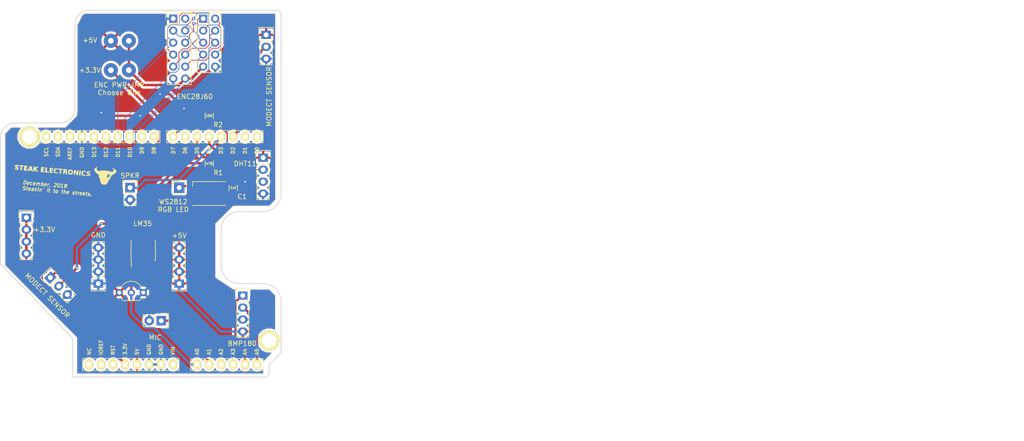
<source format=kicad_pcb>
(kicad_pcb (version 20171130) (host pcbnew 5.0.0-rc2)

  (general
    (thickness 1.6)
    (drawings 43)
    (tracks 224)
    (zones 0)
    (modules 24)
    (nets 45)
  )

  (page USLetter)
  (title_block
    (title "Project Title")
    (date 2017-08-14)
    (rev v1.0)
    (company "Released under the CERN Open Hardware License v1.2")
    (comment 1 "Project based on template adapted by jenner@wickerbox.net")
    (comment 2 "Original template by Jonathan (poulc13)")
  )

  (layers
    (0 F.Cu signal)
    (31 B.Cu signal)
    (34 B.Paste user)
    (35 F.Paste user)
    (36 B.SilkS user)
    (37 F.SilkS user)
    (38 B.Mask user)
    (39 F.Mask user)
    (40 Dwgs.User user)
    (44 Edge.Cuts user)
    (48 B.Fab user)
    (49 F.Fab user)
  )

  (setup
    (last_trace_width 0.508)
    (user_trace_width 0.1524)
    (user_trace_width 0.254)
    (user_trace_width 0.3302)
    (user_trace_width 0.508)
    (user_trace_width 0.762)
    (user_trace_width 1.27)
    (trace_clearance 0.254)
    (zone_clearance 0.508)
    (zone_45_only no)
    (trace_min 0.1524)
    (segment_width 0.1524)
    (edge_width 0.1524)
    (via_size 0.6858)
    (via_drill 0.3302)
    (via_min_size 0.6858)
    (via_min_drill 0.3302)
    (user_via 0.6858 0.3302)
    (user_via 0.762 0.4064)
    (user_via 0.8636 0.508)
    (uvia_size 0.6858)
    (uvia_drill 0.3302)
    (uvias_allowed no)
    (uvia_min_size 0)
    (uvia_min_drill 0)
    (pcb_text_width 0.1524)
    (pcb_text_size 1.016 1.016)
    (mod_edge_width 0.1524)
    (mod_text_size 1.016 1.016)
    (mod_text_width 0.1524)
    (pad_size 2.2352 2.2352)
    (pad_drill 1.016)
    (pad_to_mask_clearance 0.0762)
    (solder_mask_min_width 0.1016)
    (pad_to_paste_clearance -0.0762)
    (aux_axis_origin 0 0)
    (visible_elements 7FFFFFFF)
    (pcbplotparams
      (layerselection 0x310fc_ffffffff)
      (usegerberextensions true)
      (usegerberattributes false)
      (usegerberadvancedattributes false)
      (creategerberjobfile false)
      (excludeedgelayer true)
      (linewidth 0.100000)
      (plotframeref false)
      (viasonmask false)
      (mode 1)
      (useauxorigin false)
      (hpglpennumber 1)
      (hpglpenspeed 20)
      (hpglpendiameter 15)
      (psnegative false)
      (psa4output false)
      (plotreference true)
      (plotvalue true)
      (plotinvisibletext false)
      (padsonsilk false)
      (subtractmaskfromsilk false)
      (outputformat 1)
      (mirror false)
      (drillshape 0)
      (scaleselection 1)
      (outputdirectory gerbers_rev1.22/))
  )

  (net 0 "")
  (net 1 GND)
  (net 2 /A4)
  (net 3 /A5)
  (net 4 +5V)
  (net 5 /D5)
  (net 6 /UNUSED)
  (net 7 /VCC_Branch)
  (net 8 /RST)
  (net 9 /CS)
  (net 10 /D13)
  (net 11 /D11)
  (net 12 /D12)
  (net 13 /WOL)
  (net 14 /INT)
  (net 15 /CLKOUT)
  (net 16 +3V3)
  (net 17 /Q3)
  (net 18 /D4)
  (net 19 /D3)
  (net 20 /A0)
  (net 21 "Net-(U2-Pad1)")
  (net 22 "Net-(U3-Pad1)")
  (net 23 "Net-(U5-PadNC)")
  (net 24 IOREF)
  (net 25 RESET)
  (net 26 VIN)
  (net 27 /A1)
  (net 28 /A2)
  (net 29 /A3)
  (net 30 /D1)
  (net 31 /D0)
  (net 32 /D6)
  (net 33 /D7)
  (net 34 /D2)
  (net 35 /D8)
  (net 36 /D9)
  (net 37 /AREF)
  (net 38 "Net-(U6-Pad2)")
  (net 39 "Net-(U6-Pad3)")
  (net 40 "Net-(U6-Pad5)")
  (net 41 "Net-(U6-Pad6)")
  (net 42 "Net-(U6-Pad7)")
  (net 43 "Net-(LED1-Pad2)")
  (net 44 "Net-(P14-Pad3)")

  (net_class Default "This is the default net class."
    (clearance 0.254)
    (trace_width 0.254)
    (via_dia 0.6858)
    (via_drill 0.3302)
    (uvia_dia 0.6858)
    (uvia_drill 0.3302)
    (add_net +3V3)
    (add_net +5V)
    (add_net /A0)
    (add_net /A1)
    (add_net /A2)
    (add_net /A3)
    (add_net /A4)
    (add_net /A5)
    (add_net /AREF)
    (add_net /CLKOUT)
    (add_net /CS)
    (add_net /D0)
    (add_net /D1)
    (add_net /D11)
    (add_net /D12)
    (add_net /D13)
    (add_net /D2)
    (add_net /D3)
    (add_net /D4)
    (add_net /D5)
    (add_net /D6)
    (add_net /D7)
    (add_net /D8)
    (add_net /D9)
    (add_net /INT)
    (add_net /Q3)
    (add_net /RST)
    (add_net /UNUSED)
    (add_net /VCC_Branch)
    (add_net /WOL)
    (add_net GND)
    (add_net IOREF)
    (add_net "Net-(LED1-Pad2)")
    (add_net "Net-(P14-Pad3)")
    (add_net "Net-(U2-Pad1)")
    (add_net "Net-(U3-Pad1)")
    (add_net "Net-(U5-PadNC)")
    (add_net "Net-(U6-Pad2)")
    (add_net "Net-(U6-Pad3)")
    (add_net "Net-(U6-Pad5)")
    (add_net "Net-(U6-Pad6)")
    (add_net "Net-(U6-Pad7)")
    (add_net RESET)
    (add_net VIN)
  )

  (module Pin_Headers:Pin_Header_Straight_1x04 (layer F.Cu) (tedit 5BEA5E04) (tstamp 5BED73A4)
    (at 67.31 91.44 180)
    (descr "Through hole pin header")
    (tags "pin header")
    (path /5BEAFC8B)
    (fp_text reference P1 (at 0 -5.1 180) (layer F.SilkS) hide
      (effects (font (size 1 1) (thickness 0.15)))
    )
    (fp_text value CONN_01X04 (at 0 -3.1 180) (layer F.Fab)
      (effects (font (size 1 1) (thickness 0.15)))
    )
    (fp_line (start -1.55 -1.55) (end 1.55 -1.55) (layer F.SilkS) (width 0.15))
    (fp_line (start -1.55 0) (end -1.55 -1.55) (layer F.SilkS) (width 0.15))
    (fp_line (start 1.27 1.27) (end -1.27 1.27) (layer F.SilkS) (width 0.15))
    (fp_line (start -1.27 8.89) (end 1.27 8.89) (layer F.SilkS) (width 0.15))
    (fp_line (start 1.55 -1.55) (end 1.55 0) (layer F.SilkS) (width 0.15))
    (fp_line (start 1.27 1.27) (end 1.27 8.89) (layer F.SilkS) (width 0.15))
    (fp_line (start -1.27 1.27) (end -1.27 8.89) (layer F.SilkS) (width 0.15))
    (fp_line (start -1.75 9.4) (end 1.75 9.4) (layer F.CrtYd) (width 0.05))
    (fp_line (start -1.75 -1.75) (end 1.75 -1.75) (layer F.CrtYd) (width 0.05))
    (fp_line (start 1.75 -1.75) (end 1.75 9.4) (layer F.CrtYd) (width 0.05))
    (fp_line (start -1.75 -1.75) (end -1.75 9.4) (layer F.CrtYd) (width 0.05))
    (pad 4 thru_hole oval (at 0 7.62 180) (size 2.032 1.7272) (drill 1.016) (layers *.Cu *.Mask)
      (net 4 +5V))
    (pad 3 thru_hole oval (at 0 5.08 180) (size 2.032 1.7272) (drill 1.016) (layers *.Cu *.Mask)
      (net 4 +5V))
    (pad 2 thru_hole oval (at 0 2.54 180) (size 2.032 1.7272) (drill 1.016) (layers *.Cu *.Mask)
      (net 4 +5V))
    (pad 1 thru_hole rect (at 0 0 180) (size 2.032 1.7272) (drill 1.016) (layers *.Cu *.Mask)
      (net 4 +5V))
    (model Pin_Headers.3dshapes/Pin_Header_Straight_1x04.wrl
      (offset (xyz 0 -3.809999942779541 0))
      (scale (xyz 1 1 1))
      (rotate (xyz 0 0 90))
    )
  )

  (module Wickerlib:ARDUINO-101-SHIELD locked (layer F.Cu) (tedit 57283FB2) (tstamp 5728CC97)
    (at 43.1292 108.585)
    (descr "Through hole socket strip")
    (tags "socket strip")
    (path /572986CB)
    (fp_text reference U5 (at 13.97 2.794) (layer F.SilkS) hide
      (effects (font (size 1 1) (thickness 0.15)))
    )
    (fp_text value ARDUINO-101-SHIELD (at 13.97 4.318) (layer F.Fab) hide
      (effects (font (size 1 1) (thickness 0.15)))
    )
    (fp_text user NC (at 5.1308 -2.779486 90) (layer F.SilkS)
      (effects (font (size 0.762 0.762) (thickness 0.1524)))
    )
    (fp_line (start 3.33 -1.75) (end 3.33 1.75) (layer F.CrtYd) (width 0.05))
    (fp_line (start 24.63 -1.75) (end 24.63 1.75) (layer F.CrtYd) (width 0.05))
    (fp_line (start 3.33 -1.75) (end 24.63 -1.75) (layer F.CrtYd) (width 0.05))
    (fp_line (start 3.33 1.75) (end 24.63 1.75) (layer F.CrtYd) (width 0.05))
    (fp_line (start 3.7084 1.27) (end 24.13 1.27) (layer F.SilkS) (width 0.15))
    (fp_line (start 24.13 1.27) (end 24.13 -1.27) (layer F.SilkS) (width 0.15))
    (fp_line (start 24.13 -1.27) (end 3.7084 -1.27) (layer F.SilkS) (width 0.15))
    (fp_line (start 3.7084 1.27) (end 3.7084 -1.27) (layer F.SilkS) (width 0.15))
    (fp_text user IOREF (at 7.62 -3.6322 90) (layer F.SilkS)
      (effects (font (size 0.762 0.762) (thickness 0.1524)))
    )
    (fp_text user RST (at 10.16 -3.033485 90) (layer F.SilkS)
      (effects (font (size 0.762 0.762) (thickness 0.1524)))
    )
    (fp_text user 3.3V (at 12.7 -3.233057 90) (layer F.SilkS)
      (effects (font (size 0.762 0.762) (thickness 0.1524)))
    )
    (fp_text user 5V (at 15.24 -2.688771 90) (layer F.SilkS)
      (effects (font (size 0.762 0.762) (thickness 0.1524)))
    )
    (fp_text user GND (at 17.78 -3.160486 90) (layer F.SilkS)
      (effects (font (size 0.762 0.762) (thickness 0.1524)))
    )
    (fp_text user GND (at 20.32 -3.160486 90) (layer F.SilkS)
      (effects (font (size 0.762 0.762) (thickness 0.1524)))
    )
    (fp_text user VIN (at 22.86 -2.906486 90) (layer F.SilkS)
      (effects (font (size 0.762 0.762) (thickness 0.1524)))
    )
    (fp_line (start 41.9354 -1.2446) (end 26.5938 -1.2446) (layer F.SilkS) (width 0.15))
    (fp_line (start 41.9354 1.2954) (end 41.9354 -1.2446) (layer F.SilkS) (width 0.15))
    (fp_text user A4 (at 38.1254 -2.688771 90) (layer F.SilkS)
      (effects (font (size 0.762 0.762) (thickness 0.1524)))
    )
    (fp_text user A3 (at 35.5854 -2.688771 90) (layer F.SilkS)
      (effects (font (size 0.762 0.762) (thickness 0.1524)))
    )
    (fp_text user A5 (at 40.6654 -2.688771 90) (layer F.SilkS)
      (effects (font (size 0.762 0.762) (thickness 0.1524)))
    )
    (fp_text user A0 (at 27.9654 -2.688771 90) (layer F.SilkS)
      (effects (font (size 0.762 0.762) (thickness 0.1524)))
    )
    (fp_text user A1 (at 30.5054 -2.688771 90) (layer F.SilkS)
      (effects (font (size 0.762 0.762) (thickness 0.1524)))
    )
    (fp_line (start 26.5938 1.2954) (end 41.9354 1.2954) (layer F.SilkS) (width 0.15))
    (fp_line (start 26.5938 1.2954) (end 26.5938 -1.2446) (layer F.SilkS) (width 0.15))
    (fp_text user A2 (at 33.0454 -2.688771 90) (layer F.SilkS)
      (effects (font (size 0.762 0.762) (thickness 0.1524)))
    )
    (fp_line (start 26.2154 -1.7246) (end 42.4354 -1.7246) (layer F.CrtYd) (width 0.05))
    (fp_line (start 26.2154 -1.7246) (end 26.2154 1.7754) (layer F.CrtYd) (width 0.05))
    (fp_line (start 42.4354 -1.7246) (end 42.4354 1.7754) (layer F.CrtYd) (width 0.05))
    (fp_line (start 26.2154 1.7754) (end 42.4354 1.7754) (layer F.CrtYd) (width 0.05))
    (fp_text user D2 (at 35.5854 -45.349886 90) (layer F.SilkS)
      (effects (font (size 0.762 0.762) (thickness 0.1524)))
    )
    (fp_line (start 41.9354 -46.99) (end 41.9354 -49.53) (layer F.SilkS) (width 0.15))
    (fp_text user D0 (at 40.6654 -45.349886 90) (layer F.SilkS)
      (effects (font (size 0.762 0.762) (thickness 0.1524)))
    )
    (fp_text user D1 (at 38.1254 -45.349886 90) (layer F.SilkS)
      (effects (font (size 0.762 0.762) (thickness 0.1524)))
    )
    (fp_line (start 41.9354 -49.53) (end 21.5138 -49.53) (layer F.SilkS) (width 0.15))
    (fp_text user D4 (at 30.5054 -45.349886 90) (layer F.SilkS)
      (effects (font (size 0.762 0.762) (thickness 0.1524)))
    )
    (fp_text user D5 (at 27.9654 -45.349886 90) (layer F.SilkS)
      (effects (font (size 0.762 0.762) (thickness 0.1524)))
    )
    (fp_line (start 21.5138 -46.99) (end 21.5138 -49.53) (layer F.SilkS) (width 0.15))
    (fp_text user D6 (at 25.4254 -45.349886 90) (layer F.SilkS)
      (effects (font (size 0.762 0.762) (thickness 0.1524)))
    )
    (fp_text user D7 (at 22.9362 -45.349886 90) (layer F.SilkS)
      (effects (font (size 0.762 0.762) (thickness 0.1524)))
    )
    (fp_line (start 21.5138 -46.99) (end 41.9354 -46.99) (layer F.SilkS) (width 0.15))
    (fp_text user D3 (at 33.0454 -45.349886 90) (layer F.SilkS)
      (effects (font (size 0.762 0.762) (thickness 0.1524)))
    )
    (fp_line (start 21.1354 -50.01) (end 21.1354 -46.51) (layer F.CrtYd) (width 0.05))
    (fp_line (start 42.4354 -50.01) (end 42.4354 -46.51) (layer F.CrtYd) (width 0.05))
    (fp_line (start 21.1354 -50.01) (end 42.4354 -50.01) (layer F.CrtYd) (width 0.05))
    (fp_line (start 21.1354 -46.51) (end 42.4354 -46.51) (layer F.CrtYd) (width 0.05))
    (fp_line (start 20.0914 -49.53) (end -5.3848 -49.53) (layer F.SilkS) (width 0.15))
    (fp_text user D10 (at 13.7414 -44.987029 90) (layer F.SilkS)
      (effects (font (size 0.762 0.762) (thickness 0.1524)))
    )
    (fp_text user D12 (at 8.6614 -44.987029 90) (layer F.SilkS)
      (effects (font (size 0.762 0.762) (thickness 0.1524)))
    )
    (fp_line (start -5.3848 -46.99) (end 20.0914 -46.99) (layer F.SilkS) (width 0.15))
    (fp_text user D9 (at 16.2814 -45.349886 90) (layer F.SilkS)
      (effects (font (size 0.762 0.762) (thickness 0.1524)))
    )
    (fp_text user D8 (at 18.8214 -45.349886 90) (layer F.SilkS)
      (effects (font (size 0.762 0.762) (thickness 0.1524)))
    )
    (fp_line (start 20.0914 -46.99) (end 20.0914 -49.53) (layer F.SilkS) (width 0.15))
    (fp_text user D11 (at 11.2014 -44.987029 90) (layer F.SilkS)
      (effects (font (size 0.762 0.762) (thickness 0.1524)))
    )
    (fp_line (start -5.4102 -46.99) (end -5.4102 -49.53) (layer F.SilkS) (width 0.15))
    (fp_text user D13 (at 6.1722 -44.987029 90) (layer F.SilkS)
      (effects (font (size 0.762 0.762) (thickness 0.1524)))
    )
    (fp_line (start -5.7912 -49.9872) (end 20.5914 -49.9872) (layer F.CrtYd) (width 0.05))
    (fp_line (start 20.5914 -50.01) (end 20.5914 -46.51) (layer F.CrtYd) (width 0.05))
    (fp_line (start -5.7912 -49.9872) (end -5.7912 -46.5074) (layer F.CrtYd) (width 0.05))
    (fp_line (start -5.7912 -46.5074) (end 20.5914 -46.51) (layer F.CrtYd) (width 0.05))
    (fp_text user GND (at 3.5814 -44.9326 90) (layer F.SilkS)
      (effects (font (size 0.762 0.762) (thickness 0.1524)))
    )
    (fp_text user SDA (at -1.4986 -45.023314 90) (layer F.SilkS)
      (effects (font (size 0.762 0.762) (thickness 0.1524)))
    )
    (fp_text user AREF (at 1.0414 -44.714885 90) (layer F.SilkS)
      (effects (font (size 0.762 0.762) (thickness 0.1524)))
    )
    (fp_text user SCL (at -3.9878 -45.041457 90) (layer F.SilkS)
      (effects (font (size 0.762 0.762) (thickness 0.1524)))
    )
    (pad NC thru_hole oval (at 5.08 0) (size 1.7272 2.032) (drill 1.016) (layers *.Cu *.Mask F.SilkS)
      (net 23 "Net-(U5-PadNC)"))
    (pad IO thru_hole oval (at 7.62 0) (size 1.7272 2.032) (drill 1.016) (layers *.Cu *.Mask F.SilkS)
      (net 24 IOREF))
    (pad RST thru_hole oval (at 10.16 0) (size 1.7272 2.032) (drill 1.016) (layers *.Cu *.Mask F.SilkS)
      (net 25 RESET))
    (pad 3V3 thru_hole oval (at 12.7 0) (size 1.7272 2.032) (drill 1.016) (layers *.Cu *.Mask F.SilkS)
      (net 16 +3V3))
    (pad 5V thru_hole oval (at 15.24 0) (size 1.7272 2.032) (drill 1.016) (layers *.Cu *.Mask F.SilkS)
      (net 4 +5V))
    (pad GND1 thru_hole oval (at 17.78 0) (size 1.7272 2.032) (drill 1.016) (layers *.Cu *.Mask F.SilkS)
      (net 1 GND))
    (pad GND2 thru_hole oval (at 20.32 0) (size 1.7272 2.032) (drill 1.016) (layers *.Cu *.Mask F.SilkS)
      (net 1 GND))
    (pad VIN thru_hole oval (at 22.86 0) (size 1.7272 2.032) (drill 1.016) (layers *.Cu *.Mask F.SilkS)
      (net 26 VIN))
    (pad A0 thru_hole oval (at 27.9654 0) (size 1.7272 2.032) (drill 1.016) (layers *.Cu *.Mask F.SilkS)
      (net 20 /A0))
    (pad A1 thru_hole oval (at 30.5054 0) (size 1.7272 2.032) (drill 1.016) (layers *.Cu *.Mask F.SilkS)
      (net 27 /A1))
    (pad A2 thru_hole oval (at 33.0454 0) (size 1.7272 2.032) (drill 1.016) (layers *.Cu *.Mask F.SilkS)
      (net 28 /A2))
    (pad A5 thru_hole oval (at 40.6654 0) (size 1.7272 2.032) (drill 1.016) (layers *.Cu *.Mask F.SilkS)
      (net 3 /A5))
    (pad A4 thru_hole oval (at 38.1254 0) (size 1.7272 2.032) (drill 1.016) (layers *.Cu *.Mask F.SilkS)
      (net 2 /A4))
    (pad A3 thru_hole oval (at 35.5854 0) (size 1.7272 2.032) (drill 1.016) (layers *.Cu *.Mask F.SilkS)
      (net 29 /A3))
    (pad D1 thru_hole oval (at 38.1254 -48.26) (size 1.7272 2.032) (drill 1.016) (layers *.Cu *.Mask F.SilkS)
      (net 30 /D1))
    (pad D0 thru_hole oval (at 40.6654 -48.26) (size 1.7272 2.032) (drill 1.016) (layers *.Cu *.Mask F.SilkS)
      (net 31 /D0))
    (pad D5 thru_hole oval (at 27.9654 -48.26) (size 1.7272 2.032) (drill 1.016) (layers *.Cu *.Mask F.SilkS)
      (net 5 /D5))
    (pad D4 thru_hole oval (at 30.5054 -48.26) (size 1.7272 2.032) (drill 1.016) (layers *.Cu *.Mask F.SilkS)
      (net 18 /D4))
    (pad D6 thru_hole oval (at 25.4254 -48.26) (size 1.7272 2.032) (drill 1.016) (layers *.Cu *.Mask F.SilkS)
      (net 32 /D6))
    (pad D7 thru_hole oval (at 22.8854 -48.26) (size 1.7272 2.032) (drill 1.016) (layers *.Cu *.Mask F.SilkS)
      (net 33 /D7))
    (pad D3 thru_hole oval (at 33.0454 -48.26) (size 1.7272 2.032) (drill 1.016) (layers *.Cu *.Mask F.SilkS)
      (net 19 /D3))
    (pad D2 thru_hole oval (at 35.5854 -48.26) (size 1.7272 2.032) (drill 1.016) (layers *.Cu *.Mask F.SilkS)
      (net 34 /D2))
    (pad D13 thru_hole oval (at 6.1214 -48.26) (size 1.7272 2.032) (drill 1.016) (layers *.Cu *.Mask F.SilkS)
      (net 10 /D13))
    (pad D12 thru_hole oval (at 8.6614 -48.26) (size 1.7272 2.032) (drill 1.016) (layers *.Cu *.Mask F.SilkS)
      (net 12 /D12))
    (pad D11 thru_hole oval (at 11.2014 -48.26) (size 1.7272 2.032) (drill 1.016) (layers *.Cu *.Mask F.SilkS)
      (net 11 /D11))
    (pad D8 thru_hole oval (at 18.8214 -48.26) (size 1.7272 2.032) (drill 1.016) (layers *.Cu *.Mask F.SilkS)
      (net 35 /D8))
    (pad D9 thru_hole oval (at 16.2814 -48.26) (size 1.7272 2.032) (drill 1.016) (layers *.Cu *.Mask F.SilkS)
      (net 36 /D9))
    (pad D10 thru_hole oval (at 13.7414 -48.26) (size 1.7272 2.032) (drill 1.016) (layers *.Cu *.Mask F.SilkS)
      (net 9 /CS))
    (pad AREF thru_hole oval (at 1.0414 -48.26) (size 1.7272 2.032) (drill 1.016) (layers *.Cu *.Mask F.SilkS)
      (net 37 /AREF))
    (pad GND3 thru_hole oval (at 3.5814 -48.26) (size 1.7272 2.032) (drill 1.016) (layers *.Cu *.Mask F.SilkS)
      (net 1 GND))
    (pad SCL thru_hole oval (at -4.0386 -48.26) (size 1.7272 2.032) (drill 1.016) (layers *.Cu *.Mask F.SilkS)
      (net 3 /A5))
    (pad SDA thru_hole oval (at -1.4986 -48.26) (size 1.7272 2.032) (drill 1.016) (layers *.Cu *.Mask F.SilkS)
      (net 2 /A4))
    (pad H1 thru_hole circle (at -7.62 -48.2092) (size 1.7272 1.7272) (drill 1.016) (layers *.Cu *.Mask F.SilkS))
    (model ${KIPRJMOD}/Socket_Arduino_Uno.3dshapes/Socket_header_Arduino_1x08.wrl
      (offset (xyz 8.889999866485596 0 0))
      (scale (xyz 1 1 1))
      (rotate (xyz 0 0 180))
    )
  )

  (module ARDUINO-MOUNTING-HOLE locked (layer F.Cu) (tedit 5BFF857C) (tstamp 572896EE)
    (at 86.36 103.505)
    (descr "module 1 pin (ou trou mecanique de percage)")
    (tags DEV)
    (path /57290D61)
    (fp_text reference U2 (at 0 -3.048) (layer F.SilkS) hide
      (effects (font (size 1 1) (thickness 0.15)))
    )
    (fp_text value HOLE (at 0 2.794) (layer F.Fab)
      (effects (font (size 1 1) (thickness 0.15)))
    )
    (fp_circle (center 0 0) (end 0 -2.286) (layer F.SilkS) (width 0.15))
    (pad 1 thru_hole circle (at 0 0) (size 4.064 4.064) (drill 3.048) (layers *.Cu *.Mask F.SilkS)
      (net 21 "Net-(U2-Pad1)"))
  )

  (module ARDUINO-MOUNTING-HOLE locked (layer F.Cu) (tedit 5BFF8589) (tstamp 572896F3)
    (at 35.56 60.325)
    (descr "module 1 pin (ou trou mecanique de percage)")
    (tags DEV)
    (path /57290D9E)
    (fp_text reference U3 (at 0 -3.048) (layer F.SilkS) hide
      (effects (font (size 1 1) (thickness 0.15)))
    )
    (fp_text value HOLE (at 0 2.794) (layer F.Fab)
      (effects (font (size 1 1) (thickness 0.15)))
    )
    (fp_circle (center 0 0) (end 0 -2.286) (layer F.SilkS) (width 0.15))
    (pad 1 thru_hole circle (at 0 0) (size 4.064 4.064) (drill 3.048) (layers *.Cu *.Mask F.SilkS)
      (net 22 "Net-(U3-Pad1)"))
  )

  (module LEDs:LED_WS2812-PLCC6 (layer F.Cu) (tedit 5BEA5E31) (tstamp 5BED7391)
    (at 73.66 72.39)
    (descr http://www.world-semi.com/en/Driver/Lighting/WS2811/WS212B/WS2822S/)
    (tags "LED RGB")
    (path /5BEA6DDE)
    (attr smd)
    (fp_text reference LED1 (at 0 -3.5) (layer F.SilkS) hide
      (effects (font (size 1 1) (thickness 0.15)))
    )
    (fp_text value WS2812 (at 0 4) (layer F.Fab)
      (effects (font (size 1 1) (thickness 0.15)))
    )
    (fp_line (start 3.75 -2.85) (end -3.75 -2.85) (layer F.CrtYd) (width 0.05))
    (fp_line (start 3.75 2.85) (end 3.75 -2.85) (layer F.CrtYd) (width 0.05))
    (fp_line (start -3.75 2.85) (end 3.75 2.85) (layer F.CrtYd) (width 0.05))
    (fp_line (start -3.75 -2.85) (end -3.75 2.85) (layer F.CrtYd) (width 0.05))
    (fp_line (start -2.5 -1.5) (end -1.5 -2.5) (layer Dwgs.User) (width 0.1))
    (fp_line (start -2.5 -2.5) (end 2.5 -2.5) (layer Dwgs.User) (width 0.1))
    (fp_line (start 2.5 -2.5) (end 2.5 2.5) (layer Dwgs.User) (width 0.1))
    (fp_line (start 2.5 2.5) (end -2.5 2.5) (layer Dwgs.User) (width 0.1))
    (fp_line (start -2.5 2.5) (end -2.5 -2.5) (layer Dwgs.User) (width 0.1))
    (fp_line (start -3.5 2.5) (end 3.5 2.5) (layer F.SilkS) (width 0.15))
    (fp_line (start -3.5 -1.55) (end -3.5 -2.55) (layer F.SilkS) (width 0.15))
    (fp_line (start -3.5 -2.55) (end 3.5 -2.55) (layer F.SilkS) (width 0.15))
    (fp_circle (center 0 0) (end 0 -2) (layer Dwgs.User) (width 0.1))
    (pad 4 smd rect (at 2.5 1.6) (size 1.6 1) (layers F.Cu F.Paste F.Mask))
    (pad 5 smd rect (at 2.5 0) (size 1.6 1) (layers F.Cu F.Paste F.Mask)
      (net 4 +5V))
    (pad 6 smd rect (at 2.5 -1.6) (size 1.6 1) (layers F.Cu F.Paste F.Mask)
      (net 1 GND))
    (pad 3 smd rect (at -2.5 1.6) (size 1.6 1) (layers F.Cu F.Paste F.Mask)
      (net 4 +5V))
    (pad 2 smd rect (at -2.5 0) (size 1.6 1) (layers F.Cu F.Paste F.Mask)
      (net 43 "Net-(LED1-Pad2)"))
    (pad 1 smd rect (at -2.5 -1.6) (size 1.6 1) (layers F.Cu F.Paste F.Mask)
      (net 6 /UNUSED))
    (model LEDs.3dshapes/LED_WS2812-PLCC6.wrl
      (offset (xyz 0 0 0.1015999984741211))
      (scale (xyz 0.3937 0.3937 0.3937))
      (rotate (xyz 0 0 0))
    )
  )

  (module Pin_Headers:Pin_Header_Straight_2x05 (layer F.Cu) (tedit 5BEA5DEE) (tstamp 5BED73BE)
    (at 72.39 35.306)
    (descr "Through hole pin header")
    (tags "pin header")
    (path /5BEA525E)
    (fp_text reference P2 (at 0 -5.1) (layer F.SilkS) hide
      (effects (font (size 1 1) (thickness 0.15)))
    )
    (fp_text value CONN_02X05 (at 0 -3.1) (layer F.Fab)
      (effects (font (size 1 1) (thickness 0.15)))
    )
    (fp_line (start -1.75 -1.75) (end -1.75 11.95) (layer F.CrtYd) (width 0.05))
    (fp_line (start 4.3 -1.75) (end 4.3 11.95) (layer F.CrtYd) (width 0.05))
    (fp_line (start -1.75 -1.75) (end 4.3 -1.75) (layer F.CrtYd) (width 0.05))
    (fp_line (start -1.75 11.95) (end 4.3 11.95) (layer F.CrtYd) (width 0.05))
    (fp_line (start 3.81 -1.27) (end 3.81 11.43) (layer F.SilkS) (width 0.15))
    (fp_line (start 3.81 11.43) (end -1.27 11.43) (layer F.SilkS) (width 0.15))
    (fp_line (start -1.27 11.43) (end -1.27 1.27) (layer F.SilkS) (width 0.15))
    (fp_line (start 3.81 -1.27) (end 1.27 -1.27) (layer F.SilkS) (width 0.15))
    (fp_line (start 0 -1.55) (end -1.55 -1.55) (layer F.SilkS) (width 0.15))
    (fp_line (start 1.27 -1.27) (end 1.27 1.27) (layer F.SilkS) (width 0.15))
    (fp_line (start 1.27 1.27) (end -1.27 1.27) (layer F.SilkS) (width 0.15))
    (fp_line (start -1.55 -1.55) (end -1.55 0) (layer F.SilkS) (width 0.15))
    (pad 1 thru_hole rect (at 0 0) (size 1.7272 1.7272) (drill 1.016) (layers *.Cu *.Mask)
      (net 15 /CLKOUT))
    (pad 2 thru_hole oval (at 2.54 0) (size 1.7272 1.7272) (drill 1.016) (layers *.Cu *.Mask)
      (net 14 /INT))
    (pad 3 thru_hole oval (at 0 2.54) (size 1.7272 1.7272) (drill 1.016) (layers *.Cu *.Mask)
      (net 13 /WOL))
    (pad 4 thru_hole oval (at 2.54 2.54) (size 1.7272 1.7272) (drill 1.016) (layers *.Cu *.Mask)
      (net 12 /D12))
    (pad 5 thru_hole oval (at 0 5.08) (size 1.7272 1.7272) (drill 1.016) (layers *.Cu *.Mask)
      (net 11 /D11))
    (pad 6 thru_hole oval (at 2.54 5.08) (size 1.7272 1.7272) (drill 1.016) (layers *.Cu *.Mask)
      (net 10 /D13))
    (pad 7 thru_hole oval (at 0 7.62) (size 1.7272 1.7272) (drill 1.016) (layers *.Cu *.Mask)
      (net 9 /CS))
    (pad 8 thru_hole oval (at 2.54 7.62) (size 1.7272 1.7272) (drill 1.016) (layers *.Cu *.Mask)
      (net 8 /RST))
    (pad 9 thru_hole oval (at 0 10.16) (size 1.7272 1.7272) (drill 1.016) (layers *.Cu *.Mask)
      (net 7 /VCC_Branch))
    (pad 10 thru_hole oval (at 2.54 10.16) (size 1.7272 1.7272) (drill 1.016) (layers *.Cu *.Mask)
      (net 1 GND))
    (model Pin_Headers.3dshapes/Pin_Header_Straight_2x05.wrl
      (offset (xyz 1.269999980926514 -5.079999923706055 0))
      (scale (xyz 1 1 1))
      (rotate (xyz 0 0 90))
    )
  )

  (module Wire_Pads:SolderWirePad_2x_1-2mmDrill (layer F.Cu) (tedit 5BEA5DE3) (tstamp 5BED73C4)
    (at 54.737 46.228)
    (path /5BEA5574)
    (fp_text reference P3 (at 0 -3.81) (layer F.SilkS) hide
      (effects (font (size 1 1) (thickness 0.15)))
    )
    (fp_text value CONN_01X02 (at 0.635 3.81) (layer F.Fab)
      (effects (font (size 1 1) (thickness 0.15)))
    )
    (pad 1 thru_hole circle (at -1.905 0) (size 2.99974 2.99974) (drill 1.19888) (layers *.Cu *.Mask)
      (net 16 +3V3))
    (pad 2 thru_hole circle (at 1.905 0) (size 2.99974 2.99974) (drill 1.19888) (layers *.Cu *.Mask)
      (net 7 /VCC_Branch))
  )

  (module Wire_Pads:SolderWirePad_2x_1-2mmDrill (layer F.Cu) (tedit 5BEA5DE9) (tstamp 5BED73CA)
    (at 54.737 40.0065)
    (path /5BEA5648)
    (fp_text reference P4 (at 0 -3.81) (layer F.SilkS) hide
      (effects (font (size 1 1) (thickness 0.15)))
    )
    (fp_text value CONN_01X02 (at 0.635 3.81) (layer F.Fab)
      (effects (font (size 1 1) (thickness 0.15)))
    )
    (pad 2 thru_hole circle (at 1.905 0) (size 2.99974 2.99974) (drill 1.19888) (layers *.Cu *.Mask)
      (net 7 /VCC_Branch))
    (pad 1 thru_hole circle (at -1.905 0) (size 2.99974 2.99974) (drill 1.19888) (layers *.Cu *.Mask)
      (net 4 +5V))
  )

  (module Pin_Headers:Pin_Header_Straight_1x04 (layer F.Cu) (tedit 5BEA5E06) (tstamp 5BED73DD)
    (at 50.165 91.44 180)
    (descr "Through hole pin header")
    (tags "pin header")
    (path /5BEAFD07)
    (fp_text reference P5 (at 0 -5.1 180) (layer F.SilkS) hide
      (effects (font (size 1 1) (thickness 0.15)))
    )
    (fp_text value CONN_01X04 (at 0 -3.1 180) (layer F.Fab)
      (effects (font (size 1 1) (thickness 0.15)))
    )
    (fp_line (start -1.75 -1.75) (end -1.75 9.4) (layer F.CrtYd) (width 0.05))
    (fp_line (start 1.75 -1.75) (end 1.75 9.4) (layer F.CrtYd) (width 0.05))
    (fp_line (start -1.75 -1.75) (end 1.75 -1.75) (layer F.CrtYd) (width 0.05))
    (fp_line (start -1.75 9.4) (end 1.75 9.4) (layer F.CrtYd) (width 0.05))
    (fp_line (start -1.27 1.27) (end -1.27 8.89) (layer F.SilkS) (width 0.15))
    (fp_line (start 1.27 1.27) (end 1.27 8.89) (layer F.SilkS) (width 0.15))
    (fp_line (start 1.55 -1.55) (end 1.55 0) (layer F.SilkS) (width 0.15))
    (fp_line (start -1.27 8.89) (end 1.27 8.89) (layer F.SilkS) (width 0.15))
    (fp_line (start 1.27 1.27) (end -1.27 1.27) (layer F.SilkS) (width 0.15))
    (fp_line (start -1.55 0) (end -1.55 -1.55) (layer F.SilkS) (width 0.15))
    (fp_line (start -1.55 -1.55) (end 1.55 -1.55) (layer F.SilkS) (width 0.15))
    (pad 1 thru_hole rect (at 0 0 180) (size 2.032 1.7272) (drill 1.016) (layers *.Cu *.Mask)
      (net 1 GND))
    (pad 2 thru_hole oval (at 0 2.54 180) (size 2.032 1.7272) (drill 1.016) (layers *.Cu *.Mask)
      (net 1 GND))
    (pad 3 thru_hole oval (at 0 5.08 180) (size 2.032 1.7272) (drill 1.016) (layers *.Cu *.Mask)
      (net 1 GND))
    (pad 4 thru_hole oval (at 0 7.62 180) (size 2.032 1.7272) (drill 1.016) (layers *.Cu *.Mask)
      (net 1 GND))
    (model Pin_Headers.3dshapes/Pin_Header_Straight_1x04.wrl
      (offset (xyz 0 -3.809999942779541 0))
      (scale (xyz 1 1 1))
      (rotate (xyz 0 0 90))
    )
  )

  (module Pin_Headers:Pin_Header_Straight_1x01 (layer F.Cu) (tedit 5BEA5DF9) (tstamp 5BED73EA)
    (at 67.31 71.12)
    (descr "Through hole pin header")
    (tags "pin header")
    (path /5BEA8687)
    (fp_text reference P6 (at 0 -5.1) (layer F.SilkS) hide
      (effects (font (size 1 1) (thickness 0.15)))
    )
    (fp_text value CONN_01X01 (at 0 -3.1) (layer F.Fab)
      (effects (font (size 1 1) (thickness 0.15)))
    )
    (fp_line (start 1.55 -1.55) (end 1.55 0) (layer F.SilkS) (width 0.15))
    (fp_line (start -1.75 -1.75) (end -1.75 1.75) (layer F.CrtYd) (width 0.05))
    (fp_line (start 1.75 -1.75) (end 1.75 1.75) (layer F.CrtYd) (width 0.05))
    (fp_line (start -1.75 -1.75) (end 1.75 -1.75) (layer F.CrtYd) (width 0.05))
    (fp_line (start -1.75 1.75) (end 1.75 1.75) (layer F.CrtYd) (width 0.05))
    (fp_line (start -1.55 0) (end -1.55 -1.55) (layer F.SilkS) (width 0.15))
    (fp_line (start -1.55 -1.55) (end 1.55 -1.55) (layer F.SilkS) (width 0.15))
    (fp_line (start -1.27 1.27) (end 1.27 1.27) (layer F.SilkS) (width 0.15))
    (pad 1 thru_hole rect (at 0 0) (size 2.2352 2.2352) (drill 1.016) (layers *.Cu *.Mask)
      (net 6 /UNUSED))
    (model Pin_Headers.3dshapes/Pin_Header_Straight_1x01.wrl
      (at (xyz 0 0 0))
      (scale (xyz 1 1 1))
      (rotate (xyz 0 0 90))
    )
  )

  (module Pin_Headers:Pin_Header_Straight_2x06 (layer F.Cu) (tedit 5BEA5DEC) (tstamp 5BED7406)
    (at 66.04 35.306)
    (descr "Through hole pin header")
    (tags "pin header")
    (path /5BEBE683)
    (fp_text reference P7 (at 0 -5.1) (layer F.SilkS) hide
      (effects (font (size 1 1) (thickness 0.15)))
    )
    (fp_text value CONN_02X06 (at 0 -3.1) (layer F.Fab)
      (effects (font (size 1 1) (thickness 0.15)))
    )
    (fp_line (start -1.75 -1.75) (end -1.75 14.45) (layer F.CrtYd) (width 0.05))
    (fp_line (start 4.3 -1.75) (end 4.3 14.45) (layer F.CrtYd) (width 0.05))
    (fp_line (start -1.75 -1.75) (end 4.3 -1.75) (layer F.CrtYd) (width 0.05))
    (fp_line (start -1.75 14.45) (end 4.3 14.45) (layer F.CrtYd) (width 0.05))
    (fp_line (start 3.81 13.97) (end 3.81 -1.27) (layer F.SilkS) (width 0.15))
    (fp_line (start -1.27 1.27) (end -1.27 13.97) (layer F.SilkS) (width 0.15))
    (fp_line (start 3.81 13.97) (end -1.27 13.97) (layer F.SilkS) (width 0.15))
    (fp_line (start 3.81 -1.27) (end 1.27 -1.27) (layer F.SilkS) (width 0.15))
    (fp_line (start 0 -1.55) (end -1.55 -1.55) (layer F.SilkS) (width 0.15))
    (fp_line (start 1.27 -1.27) (end 1.27 1.27) (layer F.SilkS) (width 0.15))
    (fp_line (start 1.27 1.27) (end -1.27 1.27) (layer F.SilkS) (width 0.15))
    (fp_line (start -1.55 -1.55) (end -1.55 0) (layer F.SilkS) (width 0.15))
    (pad 1 thru_hole rect (at 0 0) (size 1.7272 1.7272) (drill 1.016) (layers *.Cu *.Mask)
      (net 1 GND))
    (pad 2 thru_hole oval (at 2.54 0) (size 1.7272 1.7272) (drill 1.016) (layers *.Cu *.Mask)
      (net 17 /Q3))
    (pad 3 thru_hole oval (at 0 2.54) (size 1.7272 1.7272) (drill 1.016) (layers *.Cu *.Mask)
      (net 9 /CS))
    (pad 4 thru_hole oval (at 2.54 2.54) (size 1.7272 1.7272) (drill 1.016) (layers *.Cu *.Mask)
      (net 8 /RST))
    (pad 5 thru_hole oval (at 0 5.08) (size 1.7272 1.7272) (drill 1.016) (layers *.Cu *.Mask)
      (net 11 /D11))
    (pad 6 thru_hole oval (at 2.54 5.08) (size 1.7272 1.7272) (drill 1.016) (layers *.Cu *.Mask)
      (net 10 /D13))
    (pad 7 thru_hole oval (at 0 7.62) (size 1.7272 1.7272) (drill 1.016) (layers *.Cu *.Mask)
      (net 13 /WOL))
    (pad 8 thru_hole oval (at 2.54 7.62) (size 1.7272 1.7272) (drill 1.016) (layers *.Cu *.Mask)
      (net 12 /D12))
    (pad 9 thru_hole oval (at 0 10.16) (size 1.7272 1.7272) (drill 1.016) (layers *.Cu *.Mask)
      (net 15 /CLKOUT))
    (pad 10 thru_hole oval (at 2.54 10.16) (size 1.7272 1.7272) (drill 1.016) (layers *.Cu *.Mask)
      (net 14 /INT))
    (pad 11 thru_hole oval (at 0 12.7) (size 1.7272 1.7272) (drill 1.016) (layers *.Cu *.Mask)
      (net 1 GND))
    (pad 12 thru_hole oval (at 2.54 12.7) (size 1.7272 1.7272) (drill 1.016) (layers *.Cu *.Mask)
      (net 7 /VCC_Branch))
    (model Pin_Headers.3dshapes/Pin_Header_Straight_2x06.wrl
      (offset (xyz 1.269999980926514 -6.349999904632568 0))
      (scale (xyz 1 1 1))
      (rotate (xyz 0 0 90))
    )
  )

  (module Pin_Headers:Pin_Header_Straight_1x03 (layer F.Cu) (tedit 5BEA5DF2) (tstamp 5BED7418)
    (at 40.005 90.17 45)
    (descr "Through hole pin header")
    (tags "pin header")
    (path /5BEA8889)
    (fp_text reference P8 (at 0 -5.1 45) (layer F.SilkS) hide
      (effects (font (size 1 1) (thickness 0.15)))
    )
    (fp_text value CONN_01X03 (at 0 -3.1 45) (layer F.Fab)
      (effects (font (size 1 1) (thickness 0.15)))
    )
    (fp_line (start -1.55 -1.55) (end 1.55 -1.55) (layer F.SilkS) (width 0.15))
    (fp_line (start -1.55 0) (end -1.55 -1.55) (layer F.SilkS) (width 0.15))
    (fp_line (start 1.27 1.27) (end -1.27 1.27) (layer F.SilkS) (width 0.15))
    (fp_line (start 1.55 -1.55) (end 1.55 0) (layer F.SilkS) (width 0.15))
    (fp_line (start 1.27 6.35) (end 1.27 1.27) (layer F.SilkS) (width 0.15))
    (fp_line (start -1.27 6.35) (end 1.27 6.35) (layer F.SilkS) (width 0.15))
    (fp_line (start -1.27 1.27) (end -1.27 6.35) (layer F.SilkS) (width 0.15))
    (fp_line (start -1.75 6.85) (end 1.75 6.85) (layer F.CrtYd) (width 0.05))
    (fp_line (start -1.75 -1.75) (end 1.75 -1.75) (layer F.CrtYd) (width 0.05))
    (fp_line (start 1.75 -1.75) (end 1.75 6.85) (layer F.CrtYd) (width 0.05))
    (fp_line (start -1.75 -1.75) (end -1.75 6.85) (layer F.CrtYd) (width 0.05))
    (pad 3 thru_hole oval (at 0 5.079999 45) (size 2.032 1.7272) (drill 1.016) (layers *.Cu *.Mask)
      (net 1 GND))
    (pad 2 thru_hole oval (at 0 2.54 45) (size 2.032 1.7272) (drill 1.016) (layers *.Cu *.Mask)
      (net 18 /D4))
    (pad 1 thru_hole rect (at 0 0 45) (size 2.032 1.7272) (drill 1.016) (layers *.Cu *.Mask)
      (net 4 +5V))
    (model Pin_Headers.3dshapes/Pin_Header_Straight_1x03.wrl
      (offset (xyz 0 -2.539999961853027 0))
      (scale (xyz 1 1 1))
      (rotate (xyz 0 0 90))
    )
  )

  (module Pin_Headers:Pin_Header_Straight_1x03 (layer F.Cu) (tedit 5BEA5DDC) (tstamp 5BED742A)
    (at 85.725 38.735)
    (descr "Through hole pin header")
    (tags "pin header")
    (path /5BEC29FA)
    (fp_text reference P9 (at 0 -5.1) (layer F.SilkS) hide
      (effects (font (size 1 1) (thickness 0.15)))
    )
    (fp_text value CONN_01X03 (at 0 -3.1) (layer F.Fab)
      (effects (font (size 1 1) (thickness 0.15)))
    )
    (fp_line (start -1.75 -1.75) (end -1.75 6.85) (layer F.CrtYd) (width 0.05))
    (fp_line (start 1.75 -1.75) (end 1.75 6.85) (layer F.CrtYd) (width 0.05))
    (fp_line (start -1.75 -1.75) (end 1.75 -1.75) (layer F.CrtYd) (width 0.05))
    (fp_line (start -1.75 6.85) (end 1.75 6.85) (layer F.CrtYd) (width 0.05))
    (fp_line (start -1.27 1.27) (end -1.27 6.35) (layer F.SilkS) (width 0.15))
    (fp_line (start -1.27 6.35) (end 1.27 6.35) (layer F.SilkS) (width 0.15))
    (fp_line (start 1.27 6.35) (end 1.27 1.27) (layer F.SilkS) (width 0.15))
    (fp_line (start 1.55 -1.55) (end 1.55 0) (layer F.SilkS) (width 0.15))
    (fp_line (start 1.27 1.27) (end -1.27 1.27) (layer F.SilkS) (width 0.15))
    (fp_line (start -1.55 0) (end -1.55 -1.55) (layer F.SilkS) (width 0.15))
    (fp_line (start -1.55 -1.55) (end 1.55 -1.55) (layer F.SilkS) (width 0.15))
    (pad 1 thru_hole rect (at 0 0) (size 2.032 1.7272) (drill 1.016) (layers *.Cu *.Mask)
      (net 4 +5V))
    (pad 2 thru_hole oval (at 0 2.54) (size 2.032 1.7272) (drill 1.016) (layers *.Cu *.Mask)
      (net 34 /D2))
    (pad 3 thru_hole oval (at 0 5.08) (size 2.032 1.7272) (drill 1.016) (layers *.Cu *.Mask)
      (net 1 GND))
    (model Pin_Headers.3dshapes/Pin_Header_Straight_1x03.wrl
      (offset (xyz 0 -2.539999961853027 0))
      (scale (xyz 1 1 1))
      (rotate (xyz 0 0 90))
    )
  )

  (module TO_SOT_Packages_THT:TO-92_Inline_Wide (layer F.Cu) (tedit 5BEA5DFF) (tstamp 5BED743A)
    (at 54.61 93.345)
    (descr "TO-92 leads in-line, wide, drill 0.8mm (see NXP sot054_po.pdf)")
    (tags "to-92 sc-43 sc-43a sot54 PA33 transistor")
    (path /5BEB9C02)
    (fp_text reference P10 (at 0 -4 180) (layer F.SilkS) hide
      (effects (font (size 1 1) (thickness 0.15)))
    )
    (fp_text value CONN_01X03 (at 0 3) (layer F.Fab)
      (effects (font (size 1 1) (thickness 0.15)))
    )
    (fp_arc (start 2.54 0) (end 0.84 1.7) (angle 20.5) (layer F.SilkS) (width 0.15))
    (fp_arc (start 2.54 0) (end 4.24 1.7) (angle -20.5) (layer F.SilkS) (width 0.15))
    (fp_line (start -1 1.95) (end -1 -2.65) (layer F.CrtYd) (width 0.05))
    (fp_line (start -1 1.95) (end 6.1 1.95) (layer F.CrtYd) (width 0.05))
    (fp_line (start 0.84 1.7) (end 4.24 1.7) (layer F.SilkS) (width 0.15))
    (fp_arc (start 2.54 0) (end 2.54 -2.4) (angle -65.55604127) (layer F.SilkS) (width 0.15))
    (fp_arc (start 2.54 0) (end 2.54 -2.4) (angle 65.55604127) (layer F.SilkS) (width 0.15))
    (fp_line (start -1 -2.65) (end 6.1 -2.65) (layer F.CrtYd) (width 0.05))
    (fp_line (start 6.1 1.95) (end 6.1 -2.65) (layer F.CrtYd) (width 0.05))
    (pad 2 thru_hole circle (at 2.54 0 90) (size 1.524 1.524) (drill 0.8) (layers *.Cu *.Mask)
      (net 20 /A0))
    (pad 3 thru_hole circle (at 5.08 0 90) (size 1.524 1.524) (drill 0.8) (layers *.Cu *.Mask)
      (net 1 GND))
    (pad 1 thru_hole circle (at 0 0 90) (size 1.524 1.524) (drill 0.8) (layers *.Cu *.Mask)
      (net 4 +5V))
    (model TO_SOT_Packages_THT.3dshapes/TO-92_Inline_Wide.wrl
      (offset (xyz 2.539999961853027 0 0))
      (scale (xyz 1 1 1))
      (rotate (xyz 0 0 -90))
    )
  )

  (module Housings_SOIC:SOIC-8_3.9x4.9mm_Pitch1.27mm (layer F.Cu) (tedit 5BEA5DFC) (tstamp 5BED7456)
    (at 59.69 84.455 90)
    (descr "8-Lead Plastic Small Outline (SN) - Narrow, 3.90 mm Body [SOIC] (see Microchip Packaging Specification 00000049BS.pdf)")
    (tags "SOIC 1.27")
    (path /5BEA60EB)
    (attr smd)
    (fp_text reference U6 (at 0 -3.5 90) (layer F.SilkS) hide
      (effects (font (size 1 1) (thickness 0.15)))
    )
    (fp_text value LM35-D (at 0 3.5 90) (layer F.Fab)
      (effects (font (size 1 1) (thickness 0.15)))
    )
    (fp_line (start -0.95 -2.45) (end 1.95 -2.45) (layer F.Fab) (width 0.15))
    (fp_line (start 1.95 -2.45) (end 1.95 2.45) (layer F.Fab) (width 0.15))
    (fp_line (start 1.95 2.45) (end -1.95 2.45) (layer F.Fab) (width 0.15))
    (fp_line (start -1.95 2.45) (end -1.95 -1.45) (layer F.Fab) (width 0.15))
    (fp_line (start -1.95 -1.45) (end -0.95 -2.45) (layer F.Fab) (width 0.15))
    (fp_line (start -3.75 -2.75) (end -3.75 2.75) (layer F.CrtYd) (width 0.05))
    (fp_line (start 3.75 -2.75) (end 3.75 2.75) (layer F.CrtYd) (width 0.05))
    (fp_line (start -3.75 -2.75) (end 3.75 -2.75) (layer F.CrtYd) (width 0.05))
    (fp_line (start -3.75 2.75) (end 3.75 2.75) (layer F.CrtYd) (width 0.05))
    (fp_line (start -2.075 -2.575) (end -2.075 -2.525) (layer F.SilkS) (width 0.15))
    (fp_line (start 2.075 -2.575) (end 2.075 -2.43) (layer F.SilkS) (width 0.15))
    (fp_line (start 2.075 2.575) (end 2.075 2.43) (layer F.SilkS) (width 0.15))
    (fp_line (start -2.075 2.575) (end -2.075 2.43) (layer F.SilkS) (width 0.15))
    (fp_line (start -2.075 -2.575) (end 2.075 -2.575) (layer F.SilkS) (width 0.15))
    (fp_line (start -2.075 2.575) (end 2.075 2.575) (layer F.SilkS) (width 0.15))
    (fp_line (start -2.075 -2.525) (end -3.475 -2.525) (layer F.SilkS) (width 0.15))
    (pad 1 smd rect (at -2.7 -1.905 90) (size 1.55 0.6) (layers F.Cu F.Paste F.Mask)
      (net 20 /A0))
    (pad 2 smd rect (at -2.7 -0.635 90) (size 1.55 0.6) (layers F.Cu F.Paste F.Mask)
      (net 38 "Net-(U6-Pad2)"))
    (pad 3 smd rect (at -2.7 0.635 90) (size 1.55 0.6) (layers F.Cu F.Paste F.Mask)
      (net 39 "Net-(U6-Pad3)"))
    (pad 4 smd rect (at -2.7 1.905 90) (size 1.55 0.6) (layers F.Cu F.Paste F.Mask)
      (net 1 GND))
    (pad 5 smd rect (at 2.7 1.905 90) (size 1.55 0.6) (layers F.Cu F.Paste F.Mask)
      (net 40 "Net-(U6-Pad5)"))
    (pad 6 smd rect (at 2.7 0.635 90) (size 1.55 0.6) (layers F.Cu F.Paste F.Mask)
      (net 41 "Net-(U6-Pad6)"))
    (pad 7 smd rect (at 2.7 -0.635 90) (size 1.55 0.6) (layers F.Cu F.Paste F.Mask)
      (net 42 "Net-(U6-Pad7)"))
    (pad 8 smd rect (at 2.7 -1.905 90) (size 1.55 0.6) (layers F.Cu F.Paste F.Mask)
      (net 4 +5V))
    (model Housings_SOIC.3dshapes/SOIC-8_3.9x4.9mm_Pitch1.27mm.wrl
      (at (xyz 0 0 0))
      (scale (xyz 1 1 1))
      (rotate (xyz 0 0 0))
    )
  )

  (module Resistors_SMD:R_0805_HandSoldering (layer F.Cu) (tedit 5C042768) (tstamp 5BED7AEB)
    (at 78.74 71.2 90)
    (descr "Resistor SMD 0805, hand soldering")
    (tags "resistor 0805")
    (path /5BED1B4D)
    (attr smd)
    (fp_text reference C1 (at -1.825 1.905 180) (layer F.SilkS)
      (effects (font (size 1 1) (thickness 0.15)))
    )
    (fp_text value 1uf (at 0.08 0 180) (layer F.SilkS)
      (effects (font (size 0.5 0.5) (thickness 0.125)))
    )
    (fp_line (start -0.6 -0.875) (end 0.6 -0.875) (layer F.SilkS) (width 0.15))
    (fp_line (start 0.6 0.875) (end -0.6 0.875) (layer F.SilkS) (width 0.15))
    (fp_line (start 2.4 -1) (end 2.4 1) (layer F.CrtYd) (width 0.05))
    (fp_line (start -2.4 -1) (end -2.4 1) (layer F.CrtYd) (width 0.05))
    (fp_line (start -2.4 1) (end 2.4 1) (layer F.CrtYd) (width 0.05))
    (fp_line (start -2.4 -1) (end 2.4 -1) (layer F.CrtYd) (width 0.05))
    (fp_line (start -1 -0.625) (end 1 -0.625) (layer F.Fab) (width 0.1))
    (fp_line (start 1 -0.625) (end 1 0.625) (layer F.Fab) (width 0.1))
    (fp_line (start 1 0.625) (end -1 0.625) (layer F.Fab) (width 0.1))
    (fp_line (start -1 0.625) (end -1 -0.625) (layer F.Fab) (width 0.1))
    (pad 2 smd rect (at 1.35 0 90) (size 1.5 1.3) (layers F.Cu F.Paste F.Mask)
      (net 1 GND))
    (pad 1 smd rect (at -1.35 0 90) (size 1.5 1.3) (layers F.Cu F.Paste F.Mask)
      (net 4 +5V))
    (model Resistors_SMD.3dshapes/R_0805_HandSoldering.wrl
      (at (xyz 0 0 0))
      (scale (xyz 1 1 1))
      (rotate (xyz 0 0 0))
    )
  )

  (module Resistors_SMD:R_0805_HandSoldering (layer F.Cu) (tedit 5C042754) (tstamp 5BED7AFB)
    (at 73.66 66.04 270)
    (descr "Resistor SMD 0805, hand soldering")
    (tags "resistor 0805")
    (path /5BED53C3)
    (attr smd)
    (fp_text reference R1 (at 1.905 -1.905) (layer F.SilkS)
      (effects (font (size 1 1) (thickness 0.15)))
    )
    (fp_text value 470 (at 0 0) (layer F.SilkS)
      (effects (font (size 0.5 0.5) (thickness 0.125)))
    )
    (fp_line (start -1 0.625) (end -1 -0.625) (layer F.Fab) (width 0.1))
    (fp_line (start 1 0.625) (end -1 0.625) (layer F.Fab) (width 0.1))
    (fp_line (start 1 -0.625) (end 1 0.625) (layer F.Fab) (width 0.1))
    (fp_line (start -1 -0.625) (end 1 -0.625) (layer F.Fab) (width 0.1))
    (fp_line (start -2.4 -1) (end 2.4 -1) (layer F.CrtYd) (width 0.05))
    (fp_line (start -2.4 1) (end 2.4 1) (layer F.CrtYd) (width 0.05))
    (fp_line (start -2.4 -1) (end -2.4 1) (layer F.CrtYd) (width 0.05))
    (fp_line (start 2.4 -1) (end 2.4 1) (layer F.CrtYd) (width 0.05))
    (fp_line (start 0.6 0.875) (end -0.6 0.875) (layer F.SilkS) (width 0.15))
    (fp_line (start -0.6 -0.875) (end 0.6 -0.875) (layer F.SilkS) (width 0.15))
    (pad 1 smd rect (at -1.35 0 270) (size 1.5 1.3) (layers F.Cu F.Paste F.Mask)
      (net 5 /D5))
    (pad 2 smd rect (at 1.35 0 270) (size 1.5 1.3) (layers F.Cu F.Paste F.Mask)
      (net 43 "Net-(LED1-Pad2)"))
    (model Resistors_SMD.3dshapes/R_0805_HandSoldering.wrl
      (at (xyz 0 0 0))
      (scale (xyz 1 1 1))
      (rotate (xyz 0 0 0))
    )
  )

  (module SteakElectronics:steakelectronics (layer F.Cu) (tedit 0) (tstamp 5BED8BCD)
    (at 43.18 68.072 355)
    (fp_text reference G*** (at 0 0 355) (layer F.SilkS) hide
      (effects (font (size 1.524 1.524) (thickness 0.3)))
    )
    (fp_text value LOGO (at 3.81 3.175 355) (layer F.SilkS) hide
      (effects (font (size 1.524 1.524) (thickness 0.3)))
    )
    (fp_poly (pts (xy 5.101457 -0.864935) (xy 5.215637 -0.827851) (xy 5.258911 -0.760943) (xy 5.256052 -0.710284)
      (xy 5.209764 -0.644504) (xy 5.147599 -0.643317) (xy 4.963596 -0.667675) (xy 4.832097 -0.652339)
      (xy 4.768689 -0.59943) (xy 4.766549 -0.591451) (xy 4.782414 -0.531199) (xy 4.870041 -0.492189)
      (xy 4.915886 -0.482326) (xy 5.113334 -0.416308) (xy 5.244151 -0.312602) (xy 5.301787 -0.18408)
      (xy 5.279694 -0.043619) (xy 5.197554 0.071372) (xy 5.051291 0.156541) (xy 4.840636 0.181897)
      (xy 4.583546 0.152136) (xy 4.505528 0.112784) (xy 4.480069 0.018767) (xy 4.479636 -0.003831)
      (xy 4.479636 -0.139785) (xy 4.652282 -0.067649) (xy 4.804479 -0.024271) (xy 4.93084 -0.024026)
      (xy 5.010295 -0.063581) (xy 5.025097 -0.126633) (xy 4.968647 -0.191463) (xy 4.838354 -0.239419)
      (xy 4.828071 -0.241634) (xy 4.629836 -0.311664) (xy 4.514018 -0.422598) (xy 4.479636 -0.561339)
      (xy 4.517011 -0.719776) (xy 4.62863 -0.823749) (xy 4.813731 -0.872696) (xy 4.906818 -0.876747)
      (xy 5.101457 -0.864935)) (layer F.SilkS) (width 0.01))
    (fp_poly (pts (xy 4.109286 -0.869729) (xy 4.225069 -0.841731) (xy 4.281533 -0.786228) (xy 4.294909 -0.707765)
      (xy 4.282919 -0.627479) (xy 4.229315 -0.618611) (xy 4.191 -0.630404) (xy 3.991686 -0.667801)
      (xy 3.836501 -0.631103) (xy 3.734507 -0.525593) (xy 3.694764 -0.356556) (xy 3.694546 -0.340835)
      (xy 3.729977 -0.186171) (xy 3.821603 -0.072865) (xy 3.947424 -0.016831) (xy 4.08544 -0.033986)
      (xy 4.105401 -0.043623) (xy 4.220017 -0.088188) (xy 4.279707 -0.063961) (xy 4.294909 0.017705)
      (xy 4.260436 0.118285) (xy 4.191 0.15562) (xy 3.999643 0.181872) (xy 3.801148 0.170245)
      (xy 3.648364 0.125955) (xy 3.553784 0.047651) (xy 3.464361 -0.074324) (xy 3.447328 -0.106281)
      (xy 3.387399 -0.323202) (xy 3.417284 -0.53352) (xy 3.534691 -0.72373) (xy 3.555844 -0.745857)
      (xy 3.657722 -0.829823) (xy 3.768209 -0.868535) (xy 3.918125 -0.877454) (xy 4.109286 -0.869729)) (layer F.SilkS) (width 0.01))
    (fp_poly (pts (xy 3.232727 0.184728) (xy 3.101879 0.184728) (xy 3.00063 0.178715) (xy 2.951788 0.165671)
      (xy 2.945279 0.114609) (xy 2.942347 -0.009273) (xy 2.943167 -0.186494) (xy 2.946972 -0.36542)
      (xy 2.961398 -0.877454) (xy 3.232727 -0.877454) (xy 3.232727 0.184728)) (layer F.SilkS) (width 0.01))
    (fp_poly (pts (xy 2.032472 -0.870707) (xy 2.094257 -0.838816) (xy 2.154678 -0.764305) (xy 2.231393 -0.629702)
      (xy 2.263396 -0.56892) (xy 2.424546 -0.260386) (xy 2.438201 -0.56892) (xy 2.447019 -0.73287)
      (xy 2.461861 -0.825145) (xy 2.492749 -0.866346) (xy 2.549705 -0.877077) (xy 2.588292 -0.877454)
      (xy 2.724727 -0.877454) (xy 2.724727 0.190303) (xy 2.558939 0.17597) (xy 2.471376 0.162146)
      (xy 2.405217 0.126707) (xy 2.342316 0.051643) (xy 2.264525 -0.081053) (xy 2.22412 -0.156283)
      (xy 2.055091 -0.474202) (xy 2.041522 -0.144737) (xy 2.032597 0.026239) (xy 2.018322 0.124773)
      (xy 1.991028 0.170757) (xy 1.943049 0.184084) (xy 1.914522 0.184728) (xy 1.801091 0.184728)
      (xy 1.801091 -0.877454) (xy 1.951669 -0.877454) (xy 2.032472 -0.870707)) (layer F.SilkS) (width 0.01))
    (fp_poly (pts (xy 1.228439 -0.870248) (xy 1.336705 -0.841182) (xy 1.424238 -0.779085) (xy 1.447308 -0.756824)
      (xy 1.556627 -0.592947) (xy 1.604676 -0.399511) (xy 1.593131 -0.202269) (xy 1.523669 -0.026974)
      (xy 1.397965 0.100618) (xy 1.391247 0.104687) (xy 1.220062 0.16453) (xy 1.014208 0.179192)
      (xy 0.82097 0.146085) (xy 0.796928 0.137215) (xy 0.662851 0.037998) (xy 0.566907 -0.119199)
      (xy 0.519172 -0.304358) (xy 0.52288 -0.368712) (xy 0.827656 -0.368712) (xy 0.850907 -0.202449)
      (xy 0.880523 -0.132812) (xy 0.963315 -0.060814) (xy 1.078985 -0.049755) (xy 1.195594 -0.094775)
      (xy 1.281203 -0.191011) (xy 1.282668 -0.194026) (xy 1.319006 -0.362208) (xy 1.276249 -0.519616)
      (xy 1.171964 -0.631417) (xy 1.084258 -0.677168) (xy 1.011563 -0.666199) (xy 0.946727 -0.627701)
      (xy 0.861053 -0.521354) (xy 0.827656 -0.368712) (xy 0.52288 -0.368712) (xy 0.529723 -0.487462)
      (xy 0.559953 -0.568763) (xy 0.668305 -0.738832) (xy 0.792916 -0.834711) (xy 0.962157 -0.873777)
      (xy 1.063934 -0.877454) (xy 1.228439 -0.870248)) (layer F.SilkS) (width 0.01))
    (fp_poly (pts (xy 0.031644 -0.874091) (xy 0.14009 -0.858698) (xy 0.210616 -0.823318) (xy 0.270402 -0.759995)
      (xy 0.273739 -0.755772) (xy 0.339817 -0.65596) (xy 0.369347 -0.580104) (xy 0.369455 -0.577272)
      (xy 0.342826 -0.504196) (xy 0.27828 -0.404609) (xy 0.273739 -0.398773) (xy 0.221559 -0.318175)
      (xy 0.217589 -0.27808) (xy 0.222471 -0.27709) (xy 0.260653 -0.239856) (xy 0.319966 -0.148072)
      (xy 0.38409 -0.031621) (xy 0.436705 0.079617) (xy 0.461489 0.155761) (xy 0.461818 0.161133)
      (xy 0.421264 0.176959) (xy 0.322006 0.1846) (xy 0.305785 0.184728) (xy 0.188938 0.169429)
      (xy 0.121016 0.105473) (xy 0.090734 0.042249) (xy 0.011857 -0.105024) (xy -0.075958 -0.202832)
      (xy -0.141844 -0.230909) (xy -0.16742 -0.189625) (xy -0.182761 -0.085176) (xy -0.184727 -0.02309)
      (xy -0.188743 0.1047) (xy -0.211932 0.165226) (xy -0.271005 0.183553) (xy -0.323273 0.184728)
      (xy -0.461818 0.184728) (xy -0.461818 -0.53109) (xy -0.184727 -0.53109) (xy -0.157176 -0.438368)
      (xy -0.089422 -0.419488) (xy -0.003818 -0.480336) (xy -0.001679 -0.482886) (xy 0.03082 -0.569617)
      (xy -0.016469 -0.630714) (xy -0.095089 -0.646545) (xy -0.165795 -0.618009) (xy -0.184727 -0.53109)
      (xy -0.461818 -0.53109) (xy -0.461818 -0.877454) (xy -0.141897 -0.877454) (xy 0.031644 -0.874091)) (layer F.SilkS) (width 0.01))
    (fp_poly (pts (xy -1.073727 -0.867471) (xy -0.854203 -0.860467) (xy -0.710931 -0.851062) (xy -0.627807 -0.835835)
      (xy -0.588726 -0.811364) (xy -0.577581 -0.774228) (xy -0.577273 -0.762) (xy -0.597147 -0.697502)
      (xy -0.672228 -0.66507) (xy -0.750454 -0.655303) (xy -0.923636 -0.640969) (xy -0.923636 0.184728)
      (xy -1.200727 0.184728) (xy -1.200727 -0.646545) (xy -1.385454 -0.646545) (xy -1.504409 -0.652778)
      (xy -1.557284 -0.682464) (xy -1.5701 -0.752088) (xy -1.570182 -0.763562) (xy -1.570182 -0.880579)
      (xy -1.073727 -0.867471)) (layer F.SilkS) (width 0.01))
    (fp_poly (pts (xy -1.921044 -0.867929) (xy -1.765643 -0.85799) (xy -1.679789 -0.839713) (xy -1.640712 -0.801829)
      (xy -1.625641 -0.733065) (xy -1.624228 -0.72101) (xy -1.622816 -0.629584) (xy -1.656418 -0.608628)
      (xy -1.686246 -0.617298) (xy -1.847903 -0.669514) (xy -1.959734 -0.673295) (xy -2.052226 -0.62582)
      (xy -2.104109 -0.578634) (xy -2.187273 -0.474735) (xy -2.207266 -0.372757) (xy -2.198658 -0.308666)
      (xy -2.133075 -0.137993) (xy -2.0178 -0.045006) (xy -1.853751 -0.030129) (xy -1.689927 -0.074016)
      (xy -1.634013 -0.072574) (xy -1.616474 0.002056) (xy -1.616364 0.013209) (xy -1.642506 0.111574)
      (xy -1.689413 0.156696) (xy -1.843821 0.183462) (xy -2.031054 0.173238) (xy -2.201117 0.129918)
      (xy -2.235445 0.114188) (xy -2.376757 0.01893) (xy -2.456555 -0.100167) (xy -2.489223 -0.269791)
      (xy -2.492349 -0.362471) (xy -2.486323 -0.517355) (xy -2.456117 -0.619485) (xy -2.387011 -0.707985)
      (xy -2.348225 -0.745492) (xy -2.257227 -0.821728) (xy -2.171457 -0.860526) (xy -2.056129 -0.871855)
      (xy -1.921044 -0.867929)) (layer F.SilkS) (width 0.01))
    (fp_poly (pts (xy -2.818584 -0.876224) (xy -2.708867 -0.868607) (xy -2.653822 -0.848714) (xy -2.634605 -0.810657)
      (xy -2.632364 -0.762) (xy -2.63985 -0.693478) (xy -2.678057 -0.659295) (xy -2.770603 -0.647639)
      (xy -2.863273 -0.646545) (xy -3.003716 -0.640779) (xy -3.073535 -0.618491) (xy -3.094025 -0.572197)
      (xy -3.094182 -0.565394) (xy -3.079299 -0.515801) (xy -3.019544 -0.496454) (xy -2.892252 -0.500309)
      (xy -2.886364 -0.500772) (xy -2.758835 -0.507631) (xy -2.698326 -0.491118) (xy -2.67985 -0.436002)
      (xy -2.678545 -0.374104) (xy -2.684192 -0.286076) (xy -2.717858 -0.244386) (xy -2.804637 -0.231744)
      (xy -2.886364 -0.230909) (xy -3.016233 -0.224865) (xy -3.077645 -0.199771) (xy -3.094102 -0.14518)
      (xy -3.094182 -0.138545) (xy -3.082025 -0.083145) (xy -3.030423 -0.055515) (xy -2.916682 -0.046577)
      (xy -2.863273 -0.046181) (xy -2.72623 -0.042438) (xy -2.657863 -0.023335) (xy -2.634551 0.022939)
      (xy -2.632364 0.069273) (xy -2.636301 0.126534) (xy -2.660675 0.16082) (xy -2.724332 0.178022)
      (xy -2.846116 0.184027) (xy -3.001818 0.184728) (xy -3.371273 0.184728) (xy -3.371273 -0.877454)
      (xy -3.001818 -0.877454) (xy -2.818584 -0.876224)) (layer F.SilkS) (width 0.01))
    (fp_poly (pts (xy -3.971636 -0.046181) (xy -3.740727 -0.046181) (xy -3.603685 -0.042438) (xy -3.535318 -0.023335)
      (xy -3.512006 0.022939) (xy -3.509818 0.069273) (xy -3.513422 0.125182) (xy -3.536426 0.159303)
      (xy -3.597115 0.177015) (xy -3.713778 0.183697) (xy -3.902364 0.184728) (xy -4.294909 0.184728)
      (xy -4.294909 -0.877454) (xy -3.971636 -0.877454) (xy -3.971636 -0.046181)) (layer F.SilkS) (width 0.01))
    (fp_poly (pts (xy -4.665857 -0.876224) (xy -4.55614 -0.868607) (xy -4.501095 -0.848714) (xy -4.481878 -0.810657)
      (xy -4.479636 -0.762) (xy -4.48825 -0.690755) (xy -4.530589 -0.657) (xy -4.631401 -0.646986)
      (xy -4.687454 -0.646545) (xy -4.82443 -0.637479) (xy -4.886823 -0.606654) (xy -4.895273 -0.577272)
      (xy -4.864769 -0.529105) (xy -4.763653 -0.509257) (xy -4.710545 -0.508) (xy -4.592097 -0.502529)
      (xy -4.539441 -0.472881) (xy -4.52611 -0.399204) (xy -4.525818 -0.369454) (xy -4.533113 -0.280618)
      (xy -4.572643 -0.241126) (xy -4.670879 -0.231127) (xy -4.710545 -0.230909) (xy -4.831401 -0.223163)
      (xy -4.884814 -0.191857) (xy -4.895273 -0.138545) (xy -4.883116 -0.083145) (xy -4.831514 -0.055515)
      (xy -4.717773 -0.046577) (xy -4.664364 -0.046181) (xy -4.527321 -0.042438) (xy -4.458954 -0.023335)
      (xy -4.435642 0.022939) (xy -4.433454 0.069273) (xy -4.437059 0.125182) (xy -4.460062 0.159303)
      (xy -4.520752 0.177015) (xy -4.637414 0.183697) (xy -4.826 0.184728) (xy -5.218545 0.184728)
      (xy -5.218545 -0.877454) (xy -4.849091 -0.877454) (xy -4.665857 -0.876224)) (layer F.SilkS) (width 0.01))
    (fp_poly (pts (xy -6.562818 -0.867873) (xy -6.520769 -0.821083) (xy -6.503359 -0.710011) (xy -6.502879 -0.704272)
      (xy -6.488545 -0.53109) (xy -6.327229 -0.704272) (xy -6.209451 -0.814749) (xy -6.104336 -0.866104)
      (xy -5.992411 -0.877454) (xy -5.880898 -0.871312) (xy -5.821771 -0.856083) (xy -5.818909 -0.851365)
      (xy -5.849545 -0.808485) (xy -5.929973 -0.720792) (xy -6.042972 -0.607034) (xy -6.046265 -0.603824)
      (xy -6.273621 -0.382372) (xy -6.023174 -0.135036) (xy -5.903451 -0.012365) (xy -5.814891 0.086826)
      (xy -5.773818 0.144056) (xy -5.772727 0.148514) (xy -5.813519 0.171898) (xy -5.914534 0.184183)
      (xy -5.944161 0.184728) (xy -6.061062 0.170913) (xy -6.166692 0.118523) (xy -6.292261 0.011141)
      (xy -6.313616 -0.009615) (xy -6.511636 -0.203958) (xy -6.511636 -0.009615) (xy -6.516429 0.112781)
      (xy -6.543098 0.168743) (xy -6.610085 0.184135) (xy -6.650182 0.184728) (xy -6.788727 0.184728)
      (xy -6.788727 -0.877454) (xy -6.65297 -0.877454) (xy -6.562818 -0.867873)) (layer F.SilkS) (width 0.01))
    (fp_poly (pts (xy -7.314312 -0.866507) (xy -7.248339 -0.820291) (xy -7.214597 -0.750454) (xy -7.173248 -0.63831)
      (xy -7.114759 -0.478767) (xy -7.06639 -0.346363) (xy -7.005891 -0.181938) (xy -6.952245 -0.038636)
      (xy -6.923214 0.03681) (xy -6.889122 0.133702) (xy -6.90426 0.175072) (xy -6.986869 0.184562)
      (xy -7.037341 0.184728) (xy -7.15589 0.168661) (xy -7.211413 0.111916) (xy -7.217745 0.092364)
      (xy -7.25358 0.031257) (xy -7.335756 0.004401) (xy -7.435273 0) (xy -7.565687 0.009484)
      (xy -7.631302 0.04538) (xy -7.652801 0.092364) (xy -7.697656 0.159958) (xy -7.79994 0.184007)
      (xy -7.833204 0.184728) (xy -7.937961 0.180578) (xy -7.988597 0.170419) (xy -7.989454 0.168744)
      (xy -7.985193 0.151579) (xy -7.969891 0.105763) (xy -7.939771 0.020832) (xy -7.891056 -0.113678)
      (xy -7.819968 -0.308231) (xy -7.812634 -0.328224) (xy -7.520627 -0.328224) (xy -7.507453 -0.254838)
      (xy -7.430332 -0.230909) (xy -7.359963 -0.250181) (xy -7.361059 -0.303959) (xy -7.387589 -0.416868)
      (xy -7.39056 -0.454049) (xy -7.399238 -0.500986) (xy -7.433637 -0.474861) (xy -7.459832 -0.441446)
      (xy -7.520627 -0.328224) (xy -7.812634 -0.328224) (xy -7.72273 -0.57329) (xy -7.65764 -0.750454)
      (xy -7.611142 -0.836227) (xy -7.534787 -0.87174) (xy -7.436358 -0.877454) (xy -7.314312 -0.866507)) (layer F.SilkS) (width 0.01))
    (fp_poly (pts (xy -8.268038 -0.876224) (xy -8.158321 -0.868607) (xy -8.103277 -0.848714) (xy -8.08406 -0.810657)
      (xy -8.081818 -0.762) (xy -8.090432 -0.690755) (xy -8.132771 -0.657) (xy -8.233583 -0.646986)
      (xy -8.289636 -0.646545) (xy -8.428573 -0.636789) (xy -8.49078 -0.60456) (xy -8.497454 -0.579928)
      (xy -8.456912 -0.529435) (xy -8.33203 -0.501755) (xy -8.301182 -0.499109) (xy -8.177009 -0.48385)
      (xy -8.12003 -0.451033) (xy -8.105082 -0.384037) (xy -8.104909 -0.369454) (xy -8.115577 -0.295639)
      (xy -8.164357 -0.258593) (xy -8.276413 -0.241693) (xy -8.301182 -0.239799) (xy -8.428413 -0.222331)
      (xy -8.486129 -0.186474) (xy -8.497454 -0.13589) (xy -8.484471 -0.08195) (xy -8.430546 -0.055058)
      (xy -8.313214 -0.046487) (xy -8.266545 -0.046181) (xy -8.129503 -0.042438) (xy -8.061136 -0.023335)
      (xy -8.037824 0.022939) (xy -8.035636 0.069273) (xy -8.03924 0.125182) (xy -8.062244 0.159303)
      (xy -8.122934 0.177015) (xy -8.239596 0.183697) (xy -8.428182 0.184728) (xy -8.820727 0.184728)
      (xy -8.820727 -0.877454) (xy -8.451273 -0.877454) (xy -8.268038 -0.876224)) (layer F.SilkS) (width 0.01))
    (fp_poly (pts (xy -8.913091 -0.762) (xy -8.925167 -0.683922) (xy -8.979512 -0.651959) (xy -9.074727 -0.646545)
      (xy -9.236364 -0.646545) (xy -9.236364 0.184728) (xy -9.367212 0.184728) (xy -9.47298 0.174837)
      (xy -9.528848 0.15394) (xy -9.543 0.096444) (xy -9.553721 -0.029644) (xy -9.55925 -0.200567)
      (xy -9.559636 -0.261697) (xy -9.559636 -0.646545) (xy -9.721273 -0.646545) (xy -9.830581 -0.655171)
      (xy -9.875329 -0.693988) (xy -9.882909 -0.762) (xy -9.882909 -0.877454) (xy -8.913091 -0.877454)
      (xy -8.913091 -0.762)) (layer F.SilkS) (width 0.01))
    (fp_poly (pts (xy -10.158204 -0.875854) (xy -10.069402 -0.864754) (xy -10.0309 -0.834709) (xy -10.021665 -0.77627)
      (xy -10.021454 -0.7441) (xy -10.027054 -0.663862) (xy -10.060106 -0.625678) (xy -10.144997 -0.61543)
      (xy -10.240818 -0.6171) (xy -10.391114 -0.610761) (xy -10.470402 -0.585976) (xy -10.472315 -0.550055)
      (xy -10.390488 -0.510309) (xy -10.344727 -0.49777) (xy -10.158829 -0.444365) (xy -10.047109 -0.384254)
      (xy -9.991886 -0.301103) (xy -9.975479 -0.178577) (xy -9.975273 -0.156451) (xy -9.989305 -0.009734)
      (xy -10.039912 0.081237) (xy -10.077912 0.112836) (xy -10.193007 0.156154) (xy -10.360897 0.177716)
      (xy -10.544041 0.175024) (xy -10.679545 0.152893) (xy -10.745694 0.091002) (xy -10.760364 -0.002243)
      (xy -10.752816 -0.094134) (xy -10.712668 -0.113601) (xy -10.641903 -0.09122) (xy -10.503375 -0.057053)
      (xy -10.384516 -0.046181) (xy -10.284165 -0.068823) (xy -10.256094 -0.121877) (xy -10.296743 -0.18304)
      (xy -10.40255 -0.230008) (xy -10.414279 -0.232599) (xy -10.598525 -0.285155) (xy -10.706519 -0.358911)
      (xy -10.754143 -0.468546) (xy -10.760364 -0.552508) (xy -10.743297 -0.706343) (xy -10.682561 -0.804674)
      (xy -10.563853 -0.858016) (xy -10.372869 -0.876885) (xy -10.318338 -0.877454) (xy -10.158204 -0.875854)) (layer F.SilkS) (width 0.01))
    (fp_poly (pts (xy 9.799186 -2.060383) (xy 9.907996 -2.000373) (xy 10.005801 -1.939636) (xy 10.137933 -1.862775)
      (xy 10.24539 -1.812467) (xy 10.288912 -1.80109) (xy 10.372483 -1.773052) (xy 10.490649 -1.703466)
      (xy 10.610784 -1.614127) (xy 10.700262 -1.526832) (xy 10.701168 -1.525695) (xy 10.74143 -1.43075)
      (xy 10.758895 -1.303421) (xy 10.715872 -1.152797) (xy 10.584376 -0.977349) (xy 10.364782 -0.777481)
      (xy 10.058341 -0.554181) (xy 9.90482 -0.448734) (xy 9.808626 -0.368021) (xy 9.750405 -0.285293)
      (xy 9.710802 -0.173798) (xy 9.6743 -0.023364) (xy 9.609947 0.197163) (xy 9.518755 0.388594)
      (xy 9.382499 0.585068) (xy 9.28795 0.700369) (xy 9.217241 0.818906) (xy 9.15202 0.984225)
      (xy 9.108117 1.151324) (xy 9.098514 1.238916) (xy 9.057279 1.361944) (xy 8.950608 1.488404)
      (xy 8.801838 1.596225) (xy 8.655452 1.657935) (xy 8.386503 1.70311) (xy 8.133945 1.676024)
      (xy 8.012546 1.639319) (xy 7.831919 1.548155) (xy 7.701097 1.411694) (xy 7.607135 1.212761)
      (xy 7.558599 1.037037) (xy 7.462464 0.745982) (xy 7.320863 0.477361) (xy 7.318362 0.473579)
      (xy 7.245697 0.346897) (xy 8.662314 0.346897) (xy 8.712228 0.354169) (xy 8.797636 0.356246)
      (xy 8.907158 0.353312) (xy 8.947191 0.34508) (xy 8.925271 0.336946) (xy 8.798575 0.32863)
      (xy 8.694362 0.336316) (xy 8.662314 0.346897) (xy 7.245697 0.346897) (xy 7.203372 0.273111)
      (xy 7.197294 0.254533) (xy 8.754678 0.254533) (xy 8.804592 0.261805) (xy 8.89 0.263883)
      (xy 8.999521 0.260948) (xy 9.039554 0.252717) (xy 9.017635 0.244582) (xy 8.890939 0.236267)
      (xy 8.786726 0.243952) (xy 8.754678 0.254533) (xy 7.197294 0.254533) (xy 7.167076 0.162169)
      (xy 8.847042 0.162169) (xy 8.896956 0.169442) (xy 8.982364 0.171519) (xy 9.091885 0.168584)
      (xy 9.131918 0.160353) (xy 9.109999 0.152219) (xy 8.983303 0.143903) (xy 8.87909 0.151588)
      (xy 8.847042 0.162169) (xy 7.167076 0.162169) (xy 7.142094 0.08581) (xy 7.13676 0.048908)
      (xy 8.820727 0.048908) (xy 8.86035 0.07896) (xy 8.956905 0.091197) (xy 9.076916 0.086728)
      (xy 9.186913 0.066663) (xy 9.251208 0.034637) (xy 9.289977 -0.046492) (xy 9.317495 -0.17478)
      (xy 9.321001 -0.207818) (xy 9.347903 -0.356162) (xy 9.394122 -0.481411) (xy 9.402884 -0.496454)
      (xy 9.439424 -0.56174) (xy 9.425648 -0.591644) (xy 9.344656 -0.599974) (xy 9.275701 -0.600363)
      (xy 9.08915 -0.574797) (xy 8.97304 -0.492832) (xy 8.919208 -0.346571) (xy 8.913091 -0.249567)
      (xy 8.903192 -0.121349) (xy 8.878363 -0.03637) (xy 8.866909 -0.02309) (xy 8.822489 0.035951)
      (xy 8.820727 0.048908) (xy 7.13676 0.048908) (xy 7.123697 -0.041452) (xy 7.10604 -0.19032)
      (xy 7.075029 -0.278722) (xy 7.009759 -0.338247) (xy 6.889322 -0.400483) (xy 6.884564 -0.402757)
      (xy 6.663515 -0.531132) (xy 6.452079 -0.694413) (xy 6.265421 -0.876394) (xy 6.118703 -1.06087)
      (xy 6.027089 -1.231636) (xy 6.003636 -1.344234) (xy 6.017572 -1.420578) (xy 6.068355 -1.500817)
      (xy 6.16945 -1.601137) (xy 6.324444 -1.729851) (xy 6.501657 -1.867291) (xy 6.622283 -1.952296)
      (xy 6.682728 -1.982933) (xy 6.679399 -1.957274) (xy 6.625334 -1.891513) (xy 6.566215 -1.767534)
      (xy 6.551176 -1.600453) (xy 6.579891 -1.428158) (xy 6.630268 -1.317814) (xy 6.717002 -1.230821)
      (xy 6.843944 -1.149049) (xy 6.870832 -1.13608) (xy 6.983747 -1.091229) (xy 7.072456 -1.082715)
      (xy 7.181287 -1.110483) (xy 7.250816 -1.135613) (xy 7.430882 -1.193944) (xy 7.630182 -1.246342)
      (xy 7.689273 -1.259149) (xy 7.865076 -1.283491) (xy 8.088722 -1.298528) (xy 8.341719 -1.304824)
      (xy 8.605578 -1.302943) (xy 8.861808 -1.29345) (xy 9.091918 -1.27691) (xy 9.277419 -1.253888)
      (xy 9.39982 -1.224949) (xy 9.434449 -1.205841) (xy 9.532095 -1.162713) (xy 9.67765 -1.15462)
      (xy 9.834752 -1.178793) (xy 9.967039 -1.232462) (xy 9.989406 -1.248113) (xy 10.10333 -1.364931)
      (xy 10.1433 -1.486536) (xy 10.1076 -1.624405) (xy 9.994513 -1.790016) (xy 9.891167 -1.905)
      (xy 9.792942 -2.013352) (xy 9.761558 -2.064927) (xy 9.799186 -2.060383)) (layer F.SilkS) (width 0.01))
  )

  (module Pin_Headers:Pin_Header_Straight_1x02 (layer F.Cu) (tedit 5BFF84E9) (tstamp 5C02BDC4)
    (at 63.5 99.314 270)
    (descr "Through hole pin header")
    (tags "pin header")
    (path /5BFFACC3)
    (fp_text reference P11 (at 0 -5.1 270) (layer F.SilkS) hide
      (effects (font (size 1 1) (thickness 0.15)))
    )
    (fp_text value CONN_01X02 (at 0 -3.1 270) (layer F.Fab)
      (effects (font (size 1 1) (thickness 0.15)))
    )
    (fp_line (start -1.27 3.81) (end 1.27 3.81) (layer F.SilkS) (width 0.15))
    (fp_line (start -1.27 1.27) (end -1.27 3.81) (layer F.SilkS) (width 0.15))
    (fp_line (start -1.55 -1.55) (end 1.55 -1.55) (layer F.SilkS) (width 0.15))
    (fp_line (start -1.55 0) (end -1.55 -1.55) (layer F.SilkS) (width 0.15))
    (fp_line (start 1.27 1.27) (end -1.27 1.27) (layer F.SilkS) (width 0.15))
    (fp_line (start -1.75 4.3) (end 1.75 4.3) (layer F.CrtYd) (width 0.05))
    (fp_line (start -1.75 -1.75) (end 1.75 -1.75) (layer F.CrtYd) (width 0.05))
    (fp_line (start 1.75 -1.75) (end 1.75 4.3) (layer F.CrtYd) (width 0.05))
    (fp_line (start -1.75 -1.75) (end -1.75 4.3) (layer F.CrtYd) (width 0.05))
    (fp_line (start 1.55 -1.55) (end 1.55 0) (layer F.SilkS) (width 0.15))
    (fp_line (start 1.27 1.27) (end 1.27 3.81) (layer F.SilkS) (width 0.15))
    (pad 2 thru_hole oval (at 0 2.54 270) (size 2.032 2.032) (drill 1.016) (layers *.Cu *.Mask)
      (net 1 GND))
    (pad 1 thru_hole rect (at 0 0 270) (size 2.032 2.032) (drill 1.016) (layers *.Cu *.Mask)
      (net 27 /A1))
    (model Pin_Headers.3dshapes/Pin_Header_Straight_1x02.wrl
      (offset (xyz 0 -1.269999980926514 0))
      (scale (xyz 1 1 1))
      (rotate (xyz 0 0 90))
    )
  )

  (module Pin_Headers:Pin_Header_Straight_1x02 (layer F.Cu) (tedit 5BFF84F4) (tstamp 5C02BDD5)
    (at 56.896 71.12)
    (descr "Through hole pin header")
    (tags "pin header")
    (path /5BFFDEBB)
    (fp_text reference P12 (at 0 -5.1) (layer F.SilkS) hide
      (effects (font (size 1 1) (thickness 0.15)))
    )
    (fp_text value CONN_01X02 (at 0 -3.1) (layer F.Fab)
      (effects (font (size 1 1) (thickness 0.15)))
    )
    (fp_line (start 1.27 1.27) (end 1.27 3.81) (layer F.SilkS) (width 0.15))
    (fp_line (start 1.55 -1.55) (end 1.55 0) (layer F.SilkS) (width 0.15))
    (fp_line (start -1.75 -1.75) (end -1.75 4.3) (layer F.CrtYd) (width 0.05))
    (fp_line (start 1.75 -1.75) (end 1.75 4.3) (layer F.CrtYd) (width 0.05))
    (fp_line (start -1.75 -1.75) (end 1.75 -1.75) (layer F.CrtYd) (width 0.05))
    (fp_line (start -1.75 4.3) (end 1.75 4.3) (layer F.CrtYd) (width 0.05))
    (fp_line (start 1.27 1.27) (end -1.27 1.27) (layer F.SilkS) (width 0.15))
    (fp_line (start -1.55 0) (end -1.55 -1.55) (layer F.SilkS) (width 0.15))
    (fp_line (start -1.55 -1.55) (end 1.55 -1.55) (layer F.SilkS) (width 0.15))
    (fp_line (start -1.27 1.27) (end -1.27 3.81) (layer F.SilkS) (width 0.15))
    (fp_line (start -1.27 3.81) (end 1.27 3.81) (layer F.SilkS) (width 0.15))
    (pad 1 thru_hole rect (at 0 0) (size 2.032 2.032) (drill 1.016) (layers *.Cu *.Mask)
      (net 19 /D3))
    (pad 2 thru_hole oval (at 0 2.54) (size 2.032 2.032) (drill 1.016) (layers *.Cu *.Mask)
      (net 1 GND))
    (model Pin_Headers.3dshapes/Pin_Header_Straight_1x02.wrl
      (offset (xyz 0 -1.269999980926514 0))
      (scale (xyz 1 1 1))
      (rotate (xyz 0 0 90))
    )
  )

  (module Pin_Headers:Pin_Header_Straight_1x04 (layer F.Cu) (tedit 5C0366F2) (tstamp 5C06A010)
    (at 80.772 93.98)
    (descr "Through hole pin header")
    (tags "pin header")
    (path /5C05D227)
    (fp_text reference P13 (at 0 -5.1) (layer F.SilkS) hide
      (effects (font (size 1 1) (thickness 0.15)))
    )
    (fp_text value CONN_01X04 (at 0 -3.1) (layer F.Fab)
      (effects (font (size 1 1) (thickness 0.15)))
    )
    (fp_line (start -1.75 -1.75) (end -1.75 9.4) (layer F.CrtYd) (width 0.05))
    (fp_line (start 1.75 -1.75) (end 1.75 9.4) (layer F.CrtYd) (width 0.05))
    (fp_line (start -1.75 -1.75) (end 1.75 -1.75) (layer F.CrtYd) (width 0.05))
    (fp_line (start -1.75 9.4) (end 1.75 9.4) (layer F.CrtYd) (width 0.05))
    (fp_line (start -1.27 1.27) (end -1.27 8.89) (layer F.SilkS) (width 0.15))
    (fp_line (start 1.27 1.27) (end 1.27 8.89) (layer F.SilkS) (width 0.15))
    (fp_line (start 1.55 -1.55) (end 1.55 0) (layer F.SilkS) (width 0.15))
    (fp_line (start -1.27 8.89) (end 1.27 8.89) (layer F.SilkS) (width 0.15))
    (fp_line (start 1.27 1.27) (end -1.27 1.27) (layer F.SilkS) (width 0.15))
    (fp_line (start -1.55 0) (end -1.55 -1.55) (layer F.SilkS) (width 0.15))
    (fp_line (start -1.55 -1.55) (end 1.55 -1.55) (layer F.SilkS) (width 0.15))
    (pad 1 thru_hole rect (at 0 0) (size 2.032 1.7272) (drill 1.016) (layers *.Cu *.Mask)
      (net 2 /A4))
    (pad 2 thru_hole oval (at 0 2.54) (size 2.032 1.7272) (drill 1.016) (layers *.Cu *.Mask)
      (net 3 /A5))
    (pad 3 thru_hole oval (at 0 5.08) (size 2.032 1.7272) (drill 1.016) (layers *.Cu *.Mask)
      (net 1 GND))
    (pad 4 thru_hole oval (at 0 7.62) (size 2.032 1.7272) (drill 1.016) (layers *.Cu *.Mask)
      (net 4 +5V))
    (model Pin_Headers.3dshapes/Pin_Header_Straight_1x04.wrl
      (offset (xyz 0 -3.809999942779541 0))
      (scale (xyz 1 1 1))
      (rotate (xyz 0 0 90))
    )
  )

  (module Pin_Headers:Pin_Header_Straight_1x04 (layer F.Cu) (tedit 5C04286A) (tstamp 5C075A1C)
    (at 85.09 64.77)
    (descr "Through hole pin header")
    (tags "pin header")
    (path /5C044137)
    (fp_text reference P14 (at 0 -5.1) (layer F.SilkS) hide
      (effects (font (size 1 1) (thickness 0.15)))
    )
    (fp_text value CONN_01X04 (at 0 -3.1) (layer F.Fab)
      (effects (font (size 1 1) (thickness 0.15)))
    )
    (fp_line (start -1.75 -1.75) (end -1.75 9.4) (layer F.CrtYd) (width 0.05))
    (fp_line (start 1.75 -1.75) (end 1.75 9.4) (layer F.CrtYd) (width 0.05))
    (fp_line (start -1.75 -1.75) (end 1.75 -1.75) (layer F.CrtYd) (width 0.05))
    (fp_line (start -1.75 9.4) (end 1.75 9.4) (layer F.CrtYd) (width 0.05))
    (fp_line (start -1.27 1.27) (end -1.27 8.89) (layer F.SilkS) (width 0.15))
    (fp_line (start 1.27 1.27) (end 1.27 8.89) (layer F.SilkS) (width 0.15))
    (fp_line (start 1.55 -1.55) (end 1.55 0) (layer F.SilkS) (width 0.15))
    (fp_line (start -1.27 8.89) (end 1.27 8.89) (layer F.SilkS) (width 0.15))
    (fp_line (start 1.27 1.27) (end -1.27 1.27) (layer F.SilkS) (width 0.15))
    (fp_line (start -1.55 0) (end -1.55 -1.55) (layer F.SilkS) (width 0.15))
    (fp_line (start -1.55 -1.55) (end 1.55 -1.55) (layer F.SilkS) (width 0.15))
    (pad 1 thru_hole rect (at 0 0) (size 2.032 1.7272) (drill 1.016) (layers *.Cu *.Mask)
      (net 4 +5V))
    (pad 2 thru_hole oval (at 0 2.54) (size 2.032 1.7272) (drill 1.016) (layers *.Cu *.Mask)
      (net 33 /D7))
    (pad 3 thru_hole oval (at 0 5.08) (size 2.032 1.7272) (drill 1.016) (layers *.Cu *.Mask)
      (net 44 "Net-(P14-Pad3)"))
    (pad 4 thru_hole oval (at 0 7.62) (size 2.032 1.7272) (drill 1.016) (layers *.Cu *.Mask)
      (net 1 GND))
    (model Pin_Headers.3dshapes/Pin_Header_Straight_1x04.wrl
      (offset (xyz 0 -3.809999942779541 0))
      (scale (xyz 1 1 1))
      (rotate (xyz 0 0 90))
    )
  )

  (module Resistors_SMD:R_0805_HandSoldering (layer F.Cu) (tedit 5C042742) (tstamp 5C075A2C)
    (at 73.66 55.88 270)
    (descr "Resistor SMD 0805, hand soldering")
    (tags "resistor 0805")
    (path /5C04A1C6)
    (attr smd)
    (fp_text reference R2 (at 1.905 -1.905) (layer F.SilkS)
      (effects (font (size 1 1) (thickness 0.15)))
    )
    (fp_text value 10K (at 0 0) (layer F.SilkS)
      (effects (font (size 0.5 0.5) (thickness 0.125)))
    )
    (fp_line (start -1 0.625) (end -1 -0.625) (layer F.Fab) (width 0.1))
    (fp_line (start 1 0.625) (end -1 0.625) (layer F.Fab) (width 0.1))
    (fp_line (start 1 -0.625) (end 1 0.625) (layer F.Fab) (width 0.1))
    (fp_line (start -1 -0.625) (end 1 -0.625) (layer F.Fab) (width 0.1))
    (fp_line (start -2.4 -1) (end 2.4 -1) (layer F.CrtYd) (width 0.05))
    (fp_line (start -2.4 1) (end 2.4 1) (layer F.CrtYd) (width 0.05))
    (fp_line (start -2.4 -1) (end -2.4 1) (layer F.CrtYd) (width 0.05))
    (fp_line (start 2.4 -1) (end 2.4 1) (layer F.CrtYd) (width 0.05))
    (fp_line (start 0.6 0.875) (end -0.6 0.875) (layer F.SilkS) (width 0.15))
    (fp_line (start -0.6 -0.875) (end 0.6 -0.875) (layer F.SilkS) (width 0.15))
    (pad 1 smd rect (at -1.35 0 270) (size 1.5 1.3) (layers F.Cu F.Paste F.Mask)
      (net 4 +5V))
    (pad 2 smd rect (at 1.35 0 270) (size 1.5 1.3) (layers F.Cu F.Paste F.Mask)
      (net 33 /D7))
    (model Resistors_SMD.3dshapes/R_0805_HandSoldering.wrl
      (at (xyz 0 0 0))
      (scale (xyz 1 1 1))
      (rotate (xyz 0 0 0))
    )
  )

  (module Pin_Headers:Pin_Header_Straight_1x04 (layer F.Cu) (tedit 5C0428F2) (tstamp 5C0763A0)
    (at 34.925 77.47)
    (descr "Through hole pin header")
    (tags "pin header")
    (path /5C0548DA)
    (fp_text reference P15 (at 0 -5.1) (layer F.SilkS) hide
      (effects (font (size 1 1) (thickness 0.15)))
    )
    (fp_text value CONN_01X04 (at 0 -3.1) (layer F.Fab)
      (effects (font (size 1 1) (thickness 0.15)))
    )
    (fp_line (start -1.75 -1.75) (end -1.75 9.4) (layer F.CrtYd) (width 0.05))
    (fp_line (start 1.75 -1.75) (end 1.75 9.4) (layer F.CrtYd) (width 0.05))
    (fp_line (start -1.75 -1.75) (end 1.75 -1.75) (layer F.CrtYd) (width 0.05))
    (fp_line (start -1.75 9.4) (end 1.75 9.4) (layer F.CrtYd) (width 0.05))
    (fp_line (start -1.27 1.27) (end -1.27 8.89) (layer F.SilkS) (width 0.15))
    (fp_line (start 1.27 1.27) (end 1.27 8.89) (layer F.SilkS) (width 0.15))
    (fp_line (start 1.55 -1.55) (end 1.55 0) (layer F.SilkS) (width 0.15))
    (fp_line (start -1.27 8.89) (end 1.27 8.89) (layer F.SilkS) (width 0.15))
    (fp_line (start 1.27 1.27) (end -1.27 1.27) (layer F.SilkS) (width 0.15))
    (fp_line (start -1.55 0) (end -1.55 -1.55) (layer F.SilkS) (width 0.15))
    (fp_line (start -1.55 -1.55) (end 1.55 -1.55) (layer F.SilkS) (width 0.15))
    (pad 1 thru_hole rect (at 0 0) (size 2.032 1.7272) (drill 1.016) (layers *.Cu *.Mask)
      (net 16 +3V3))
    (pad 2 thru_hole oval (at 0 2.54) (size 2.032 1.7272) (drill 1.016) (layers *.Cu *.Mask)
      (net 16 +3V3))
    (pad 3 thru_hole oval (at 0 5.08) (size 2.032 1.7272) (drill 1.016) (layers *.Cu *.Mask)
      (net 16 +3V3))
    (pad 4 thru_hole oval (at 0 7.62) (size 2.032 1.7272) (drill 1.016) (layers *.Cu *.Mask)
      (net 16 +3V3))
    (model Pin_Headers.3dshapes/Pin_Header_Straight_1x04.wrl
      (offset (xyz 0 -3.809999942779541 0))
      (scale (xyz 1 1 1))
      (rotate (xyz 0 0 90))
    )
  )

  (gr_text +3.3V (at 38.735 80.01) (layer F.SilkS) (tstamp 5C07652C)
    (effects (font (size 1.016 1.016) (thickness 0.1524)))
  )
  (gr_text DHT11 (at 81.28 66.04) (layer F.SilkS)
    (effects (font (size 1.016 1.016) (thickness 0.1524)))
  )
  (gr_text "MODECT SENSOR" (at 39.37 93.98 -45) (layer F.SilkS) (tstamp 5C0737F0)
    (effects (font (size 1.016 1.016) (thickness 0.1524)))
  )
  (gr_text +5V (at 67.31 81.28) (layer F.SilkS)
    (effects (font (size 1.016 1.016) (thickness 0.1524)))
  )
  (gr_line (start 29.464 60.452) (end 29.464 60.96) (layer Edge.Cuts) (width 0.1524))
  (gr_text ENC28J60 (at 70.612 51.816) (layer F.SilkS)
    (effects (font (size 1.016 1.016) (thickness 0.1524)))
  )
  (gr_line (start 29.464 60.96) (end 29.464 87.376) (layer Edge.Cuts) (width 0.1524))
  (gr_line (start 42.164 57.404) (end 32.512 57.404) (layer Edge.Cuts) (width 0.1524))
  (gr_line (start 45.212 54.864) (end 45.212 53.34) (layer Edge.Cuts) (width 0.1524))
  (gr_arc (start 42.164 54.356) (end 42.164 57.404) (angle -90) (layer Edge.Cuts) (width 0.1524))
  (gr_line (start 45.212 36.576) (end 45.212 53.34) (layer Edge.Cuts) (width 0.1524))
  (gr_line (start 48.26 33.528) (end 87.884 33.528) (layer Edge.Cuts) (width 0.1524))
  (gr_arc (start 32.512 60.452) (end 32.512 57.404) (angle -90) (layer Edge.Cuts) (width 0.1524))
  (gr_arc (start 48.26 36.576) (end 48.26 33.528) (angle -90) (layer Edge.Cuts) (width 0.1524))
  (gr_text "MODECT SENSOR" (at 86.36 51.816 90) (layer F.SilkS)
    (effects (font (size 1.016 1.016) (thickness 0.1524)))
  )
  (gr_text BMP180 (at 80.645 104.14) (layer F.SilkS)
    (effects (font (size 1.016 1.016) (thickness 0.1524)))
  )
  (gr_line (start 88.9 106.045) (end 88.9 95.25) (layer Edge.Cuts) (width 0.1524))
  (gr_line (start 88.9 72.39) (end 88.9 34.29) (layer Edge.Cuts) (width 0.1524))
  (gr_line (start 80.01 91.44) (end 85.09 91.44) (layer Edge.Cuts) (width 0.1524))
  (gr_line (start 76.2 80.01) (end 76.2 87.63) (layer Edge.Cuts) (width 0.1524))
  (gr_line (start 85.09 76.2) (end 80.01 76.2) (layer Edge.Cuts) (width 0.1524))
  (gr_arc (start 80.01 87.63) (end 76.2 87.63) (angle -90) (layer Edge.Cuts) (width 0.1524))
  (gr_arc (start 80.01 80.01) (end 80.01 76.2) (angle -90) (layer Edge.Cuts) (width 0.1524))
  (gr_arc (start 85.09 95.25) (end 88.9 95.25) (angle -90) (layer Edge.Cuts) (width 0.1524))
  (gr_arc (start 85.09 72.39) (end 85.09 76.2) (angle -90) (layer Edge.Cuts) (width 0.1524))
  (gr_text SPKR (at 56.896 68.58) (layer F.SilkS) (tstamp 5C02C10B)
    (effects (font (size 1.016 1.016) (thickness 0.1524)))
  )
  (gr_text MIC (at 62.23 102.87) (layer F.SilkS) (tstamp 5C02C0A3)
    (effects (font (size 1.016 1.016) (thickness 0.1524)))
  )
  (gr_line (start 45.2628 111.252) (end 44.7548 111.252) (layer Edge.Cuts) (width 0.1524))
  (gr_line (start 44.7548 103.0224) (end 44.7548 111.252) (layer Edge.Cuts) (width 0.1524))
  (gr_line (start 45.2374 111.252) (end 85.344 111.252) (layer Edge.Cuts) (width 0.1524))
  (gr_line (start 29.4132 87.2744) (end 44.7548 103.0224) (layer Edge.Cuts) (width 0.1524))
  (gr_text "ENC PWR JMP\nChoose One" (at 54.61 50.165) (layer F.SilkS)
    (effects (font (size 1.016 1.016) (thickness 0.1524)))
  )
  (gr_text "December, 2018\nSteakin' it to the streets." (at 34.036 70.612 -5) (layer F.SilkS)
    (effects (font (size 0.762 0.762) (thickness 0.1524) italic) (justify left))
  )
  (gr_line (start 86.36 110.236) (end 86.36 108.585) (layer Edge.Cuts) (width 0.1524))
  (gr_arc (start 85.344 110.236) (end 85.344 111.252) (angle -90) (layer Edge.Cuts) (width 0.1524))
  (gr_arc (start 87.884 34.544) (end 88.9 34.544) (angle -90) (layer Edge.Cuts) (width 0.1524))
  (gr_text +3.3V (at 48.387 46.228) (layer F.SilkS) (tstamp 5BED860A)
    (effects (font (size 1.016 1.016) (thickness 0.1524)))
  )
  (gr_text +5V (at 48.387 39.878) (layer F.SilkS)
    (effects (font (size 1.016 1.016) (thickness 0.1524)))
  )
  (gr_text "WS2812\nRGB LED" (at 66.04 74.93) (layer F.SilkS)
    (effects (font (size 1.016 1.016) (thickness 0.1524)))
  )
  (gr_text LM35 (at 59.563 78.74) (layer F.SilkS)
    (effects (font (size 1.016 1.016) (thickness 0.1524)))
  )
  (gr_text GND (at 50.165 81.1784) (layer F.SilkS)
    (effects (font (size 1.016 1.016) (thickness 0.1524)))
  )
  (gr_text "FABRICATION NOTES\n\n1. THIS IS A 2 LAYER BOARD. \n2. EXTERNAL LAYERS SHALL HAVE 1 OZ COPPER.\n3. MATERIAL: FR4 AND 0.062 INCH +/- 10% THICK.\n4. BOARDS SHALL BE ROHS COMPLIANT. \n5. MANUFACTURE IN ACCORDANCE WITH IPC-6012 CLASS 2\n6. MASK: BOTH SIDES OF THE BOARD SHALL HAVE \n   SOLDER MASK (ANY COLOR) OVER BARE COPPER. \n7. SILK: BOTH SIDES OF THE BOARD SHALL HAVE \n   WHITE SILKSCREEN. DO NOT PLACE SILK OVER BARE COPPER.\n8. FINISH: ENIG.\n9. MINIMUM TRACE WIDTH - 0.006 INCH.\n   MINIMUM SPACE - 0.006 INCH.\n   MINIMUM HOLE DIA - 0.013 INCH. \n10. MAX HOLE PLACEMENT TOLERANCE OF +/- 0.003 INCH.\n11. MAX HOLE DIAMETER TOLERANCE OF +/- 0.003 INCH AFTER PLATING." (at 103.2256 90.1192) (layer Dwgs.User)
    (effects (font (size 2.54 2.54) (thickness 0.254)) (justify left))
  )
  (gr_line (start 86.36 108.585) (end 88.9 106.045) (angle 90) (layer Edge.Cuts) (width 0.15))

  (segment (start 61.595 91.44) (end 61.595 87.155) (width 0.508) (layer F.Cu) (net 1))
  (segment (start 59.69 93.345) (end 61.595 91.44) (width 0.508) (layer F.Cu) (net 1))
  (segment (start 77.8 70.79) (end 78.74 69.85) (width 0.508) (layer F.Cu) (net 1))
  (segment (start 76.16 70.79) (end 77.8 70.79) (width 0.508) (layer F.Cu) (net 1))
  (segment (start 78.74 69.85) (end 81.28 69.85) (width 0.508) (layer F.Cu) (net 1))
  (segment (start 81.28 69.85) (end 81.28 69.85) (width 0.508) (layer F.Cu) (net 1) (tstamp 5BED7F89))
  (via (at 81.28 69.85) (size 0.6858) (drill 0.3302) (layers F.Cu B.Cu) (net 1))
  (segment (start 50.165 83.82) (end 50.165 91.44) (width 0.508) (layer B.Cu) (net 1))
  (via (at 63.246 51.308) (size 0.6858) (drill 0.3302) (layers F.Cu B.Cu) (net 1))
  (segment (start 63.246 51.308) (end 65.278 51.308) (width 0.508) (layer F.Cu) (net 1))
  (segment (start 65.278 51.308) (end 68.326 54.356) (width 0.508) (layer F.Cu) (net 1))
  (segment (start 68.326 54.356) (end 68.326 54.356) (width 0.508) (layer F.Cu) (net 1) (tstamp 5C073466))
  (via (at 68.326 54.356) (size 0.6858) (drill 0.3302) (layers F.Cu B.Cu) (net 1))
  (via (at 59.055 55.88) (size 0.6858) (drill 0.3302) (layers F.Cu B.Cu) (net 1))
  (via (at 50.8 55.245) (size 0.6858) (drill 0.3302) (layers F.Cu B.Cu) (net 1))
  (segment (start 51.435 55.88) (end 50.8 55.245) (width 0.508) (layer F.Cu) (net 1))
  (segment (start 59.055 55.88) (end 51.435 55.88) (width 0.508) (layer F.Cu) (net 1))
  (segment (start 79.24799 95.35161) (end 80.6196 93.98) (width 0.508) (layer F.Cu) (net 2))
  (segment (start 79.24799 105.05439) (end 79.24799 95.35161) (width 0.508) (layer F.Cu) (net 2))
  (segment (start 80.6196 93.98) (end 80.772 93.98) (width 0.508) (layer F.Cu) (net 2))
  (segment (start 81.2546 107.061) (end 79.24799 105.05439) (width 0.508) (layer F.Cu) (net 2))
  (segment (start 81.2546 108.585) (end 81.2546 107.061) (width 0.508) (layer F.Cu) (net 2))
  (segment (start 80.9244 96.52) (end 80.772 96.52) (width 0.508) (layer F.Cu) (net 3))
  (segment (start 83.7946 99.3902) (end 80.9244 96.52) (width 0.508) (layer F.Cu) (net 3))
  (segment (start 83.7946 108.585) (end 83.7946 99.3902) (width 0.508) (layer F.Cu) (net 3))
  (segment (start 76.32 72.55) (end 76.16 72.39) (width 0.508) (layer F.Cu) (net 4))
  (segment (start 78.74 72.55) (end 76.32 72.55) (width 0.508) (layer F.Cu) (net 4))
  (segment (start 79.9084 101.6) (end 80.772 101.6) (width 0.508) (layer B.Cu) (net 4))
  (segment (start 67.31 92.8116) (end 76.0984 101.6) (width 0.508) (layer B.Cu) (net 4))
  (segment (start 67.31 91.44) (end 67.31 83.82) (width 0.508) (layer F.Cu) (net 4))
  (segment (start 67.31 91.44) (end 67.31 92.8116) (width 0.508) (layer B.Cu) (net 4))
  (segment (start 76.0984 101.6) (end 80.772 101.6) (width 0.508) (layer B.Cu) (net 4))
  (segment (start 71.0946 61.849) (end 71.0946 60.325) (width 0.508) (layer F.Cu) (net 5))
  (segment (start 71.0946 63.2826) (end 71.0946 61.849) (width 0.508) (layer F.Cu) (net 5))
  (segment (start 72.502 64.69) (end 71.0946 63.2826) (width 0.508) (layer F.Cu) (net 5))
  (segment (start 73.66 64.69) (end 72.502 64.69) (width 0.508) (layer F.Cu) (net 5))
  (segment (start 67.64 70.79) (end 67.31 71.12) (width 0.508) (layer F.Cu) (net 6))
  (segment (start 71.16 70.79) (end 67.64 70.79) (width 0.508) (layer F.Cu) (net 6))
  (segment (start 56.642 40.0065) (end 56.642 46.228) (width 0.508) (layer F.Cu) (net 7))
  (segment (start 67.716401 48.869599) (end 68.58 48.006) (width 0.508) (layer F.Cu) (net 7))
  (segment (start 67.208399 49.377601) (end 67.716401 48.869599) (width 0.508) (layer F.Cu) (net 7))
  (segment (start 59.791601 49.377601) (end 67.208399 49.377601) (width 0.508) (layer F.Cu) (net 7))
  (segment (start 56.642 46.228) (end 59.791601 49.377601) (width 0.508) (layer F.Cu) (net 7))
  (segment (start 69.85 48.006) (end 72.39 45.466) (width 0.508) (layer F.Cu) (net 7))
  (segment (start 68.58 48.006) (end 69.85 48.006) (width 0.508) (layer F.Cu) (net 7))
  (segment (start 71.262239 34.112199) (end 70.358 35.306) (width 0.1524) (layer B.Cu) (net 8))
  (segment (start 73.583801 34.178239) (end 73.517761 34.112199) (width 0.1524) (layer B.Cu) (net 8))
  (segment (start 73.517761 34.112199) (end 71.262239 34.112199) (width 0.1524) (layer B.Cu) (net 8))
  (segment (start 73.583801 36.433761) (end 73.583801 34.178239) (width 0.1524) (layer B.Cu) (net 8))
  (segment (start 73.802239 36.652199) (end 73.583801 36.433761) (width 0.1524) (layer B.Cu) (net 8))
  (segment (start 76.123801 37.272975) (end 75.503025 36.652199) (width 0.1524) (layer B.Cu) (net 8))
  (segment (start 76.123801 41.732199) (end 76.123801 37.272975) (width 0.1524) (layer B.Cu) (net 8))
  (segment (start 75.503025 36.652199) (end 73.802239 36.652199) (width 0.1524) (layer B.Cu) (net 8))
  (segment (start 74.93 42.926) (end 76.123801 41.732199) (width 0.1524) (layer B.Cu) (net 8))
  (segment (start 70.358 35.016438) (end 70.358 35.306) (width 0.1524) (layer B.Cu) (net 8))
  (segment (start 70.358 35.306) (end 70.358 35.016438) (width 0.1524) (layer B.Cu) (net 8) (tstamp 5C073460))
  (via (at 70.358 35.306) (size 0.6858) (drill 0.3302) (layers F.Cu B.Cu) (net 8))
  (segment (start 68.58 37.084) (end 68.58 37.846) (width 0.1524) (layer F.Cu) (net 8))
  (segment (start 70.358 35.306) (end 68.58 37.084) (width 0.1524) (layer F.Cu) (net 8))
  (segment (start 56.8706 60.325) (end 56.8706 60.1726) (width 0.508) (layer F.Cu) (net 9))
  (segment (start 71.196199 44.119801) (end 71.526401 43.789599) (width 0.1524) (layer B.Cu) (net 9))
  (segment (start 71.196199 47.156627) (end 71.196199 44.119801) (width 0.1524) (layer B.Cu) (net 9))
  (segment (start 69.153025 49.199801) (end 71.196199 47.156627) (width 0.1524) (layer B.Cu) (net 9))
  (segment (start 67.843399 49.199801) (end 69.153025 49.199801) (width 0.1524) (layer B.Cu) (net 9))
  (segment (start 71.526401 43.789599) (end 72.39 42.926) (width 0.1524) (layer B.Cu) (net 9))
  (segment (start 56.8706 60.1726) (end 67.843399 49.199801) (width 0.1524) (layer B.Cu) (net 9))
  (segment (start 56.8706 60.325) (end 56.8706 60.1726) (width 0.1524) (layer B.Cu) (net 9))
  (segment (start 67.233801 39.039801) (end 66.903599 38.709599) (width 0.1524) (layer B.Cu) (net 9))
  (segment (start 69.000627 39.039801) (end 67.233801 39.039801) (width 0.1524) (layer B.Cu) (net 9))
  (segment (start 66.903599 38.709599) (end 66.04 37.846) (width 0.1524) (layer B.Cu) (net 9))
  (segment (start 69.773801 39.812975) (end 69.000627 39.039801) (width 0.1524) (layer B.Cu) (net 9))
  (segment (start 69.773801 40.309801) (end 69.773801 39.812975) (width 0.1524) (layer B.Cu) (net 9))
  (segment (start 72.39 42.926) (end 69.773801 40.309801) (width 0.1524) (layer B.Cu) (net 9))
  (segment (start 74.066401 41.249599) (end 74.93 40.386) (width 0.1524) (layer B.Cu) (net 10))
  (segment (start 49.2506 60.325) (end 49.2506 60.4774) (width 0.1524) (layer B.Cu) (net 10))
  (segment (start 49.2506 60.4774) (end 50.850819 62.077619) (width 0.1524) (layer B.Cu) (net 10))
  (segment (start 50.850819 62.077619) (end 56.958683 62.077619) (width 0.1524) (layer B.Cu) (net 10))
  (segment (start 58.06441 60.971892) (end 58.06441 59.55354) (width 0.1524) (layer B.Cu) (net 10))
  (segment (start 58.06441 59.55354) (end 68.011739 49.606211) (width 0.1524) (layer B.Cu) (net 10))
  (segment (start 68.011739 49.606211) (end 70.016615 49.606211) (width 0.1524) (layer B.Cu) (net 10))
  (segment (start 73.583801 41.732199) (end 74.066401 41.249599) (width 0.1524) (layer B.Cu) (net 10))
  (segment (start 70.016615 49.606211) (end 73.583801 46.039025) (width 0.1524) (layer B.Cu) (net 10))
  (segment (start 56.958683 62.077619) (end 58.06441 60.971892) (width 0.1524) (layer B.Cu) (net 10))
  (segment (start 73.583801 46.039025) (end 73.583801 41.732199) (width 0.1524) (layer B.Cu) (net 10))
  (segment (start 69.443599 38.749227) (end 70.358 37.834826) (width 0.1524) (layer F.Cu) (net 10))
  (segment (start 69.443599 39.522401) (end 69.443599 38.749227) (width 0.1524) (layer F.Cu) (net 10))
  (segment (start 68.58 40.386) (end 69.443599 39.522401) (width 0.1524) (layer F.Cu) (net 10))
  (segment (start 70.358 37.834826) (end 70.358 36.322) (width 0.1524) (layer F.Cu) (net 10))
  (segment (start 70.358 36.322) (end 70.358 36.322) (width 0.1524) (layer F.Cu) (net 10) (tstamp 5C07345E))
  (via (at 70.358 36.322) (size 0.6858) (drill 0.3302) (layers F.Cu B.Cu) (net 10))
  (segment (start 73.736199 39.192199) (end 74.066401 39.522401) (width 0.1524) (layer B.Cu) (net 10))
  (segment (start 73.736199 37.272975) (end 73.736199 39.192199) (width 0.1524) (layer B.Cu) (net 10))
  (segment (start 74.066401 39.522401) (end 74.93 40.386) (width 0.1524) (layer B.Cu) (net 10))
  (segment (start 71.173132 36.652199) (end 73.115423 36.652199) (width 0.1524) (layer B.Cu) (net 10))
  (segment (start 70.842933 36.322) (end 71.173132 36.652199) (width 0.1524) (layer B.Cu) (net 10))
  (segment (start 73.115423 36.652199) (end 73.736199 37.272975) (width 0.1524) (layer B.Cu) (net 10))
  (segment (start 70.358 36.322) (end 70.842933 36.322) (width 0.1524) (layer B.Cu) (net 10))
  (segment (start 54.3306 52.0954) (end 66.04 40.386) (width 0.1524) (layer B.Cu) (net 11))
  (segment (start 54.3306 60.325) (end 54.3306 52.0954) (width 0.1524) (layer B.Cu) (net 11))
  (segment (start 71.526401 39.522401) (end 72.39 40.386) (width 0.1524) (layer B.Cu) (net 11))
  (segment (start 69.153025 36.652199) (end 71.526401 39.025575) (width 0.1524) (layer B.Cu) (net 11))
  (segment (start 65.466975 36.652199) (end 69.153025 36.652199) (width 0.1524) (layer B.Cu) (net 11))
  (segment (start 64.846199 37.272975) (end 65.466975 36.652199) (width 0.1524) (layer B.Cu) (net 11))
  (segment (start 64.846199 39.192199) (end 64.846199 37.272975) (width 0.1524) (layer B.Cu) (net 11))
  (segment (start 71.526401 39.025575) (end 71.526401 39.522401) (width 0.1524) (layer B.Cu) (net 11))
  (segment (start 66.04 40.386) (end 64.846199 39.192199) (width 0.1524) (layer B.Cu) (net 11))
  (segment (start 67.233801 44.272199) (end 67.716401 43.789599) (width 0.1524) (layer B.Cu) (net 12))
  (segment (start 66.613025 46.659801) (end 67.233801 46.039025) (width 0.1524) (layer B.Cu) (net 12))
  (segment (start 65.608199 46.659801) (end 66.613025 46.659801) (width 0.1524) (layer B.Cu) (net 12))
  (segment (start 67.716401 43.789599) (end 68.58 42.926) (width 0.1524) (layer B.Cu) (net 12))
  (segment (start 67.233801 46.039025) (end 67.233801 44.272199) (width 0.1524) (layer B.Cu) (net 12))
  (segment (start 55.52441 56.74359) (end 65.608199 46.659801) (width 0.1524) (layer B.Cu) (net 12))
  (segment (start 55.52441 60.971892) (end 55.52441 56.74359) (width 0.1524) (layer B.Cu) (net 12))
  (segment (start 54.825092 61.67121) (end 55.52441 60.971892) (width 0.1524) (layer B.Cu) (net 12))
  (segment (start 52.98441 61.67121) (end 54.825092 61.67121) (width 0.1524) (layer B.Cu) (net 12))
  (segment (start 51.7906 60.4774) (end 52.98441 61.67121) (width 0.1524) (layer B.Cu) (net 12))
  (segment (start 51.7906 60.325) (end 51.7906 60.4774) (width 0.1524) (layer B.Cu) (net 12))
  (segment (start 74.066401 38.709599) (end 74.93 37.846) (width 0.1524) (layer F.Cu) (net 12))
  (segment (start 73.736199 40.806627) (end 73.736199 39.039801) (width 0.1524) (layer F.Cu) (net 12))
  (segment (start 72.963025 41.579801) (end 73.736199 40.806627) (width 0.1524) (layer F.Cu) (net 12))
  (segment (start 73.736199 39.039801) (end 74.066401 38.709599) (width 0.1524) (layer F.Cu) (net 12))
  (segment (start 69.926199 41.579801) (end 72.963025 41.579801) (width 0.1524) (layer F.Cu) (net 12))
  (segment (start 68.58 42.926) (end 69.926199 41.579801) (width 0.1524) (layer F.Cu) (net 12))
  (segment (start 73.253599 36.982401) (end 72.39 37.846) (width 0.1524) (layer F.Cu) (net 13))
  (segment (start 73.583801 36.652199) (end 73.253599 36.982401) (width 0.1524) (layer F.Cu) (net 13))
  (segment (start 68.006975 34.112199) (end 73.517761 34.112199) (width 0.1524) (layer F.Cu) (net 13))
  (segment (start 67.386199 34.732975) (end 68.006975 34.112199) (width 0.1524) (layer F.Cu) (net 13))
  (segment (start 67.386199 36.281363) (end 67.386199 34.732975) (width 0.1524) (layer F.Cu) (net 13))
  (segment (start 67.167761 36.499801) (end 67.386199 36.281363) (width 0.1524) (layer F.Cu) (net 13))
  (segment (start 73.583801 34.178239) (end 73.583801 36.652199) (width 0.1524) (layer F.Cu) (net 13))
  (segment (start 65.619373 36.499801) (end 67.167761 36.499801) (width 0.1524) (layer F.Cu) (net 13))
  (segment (start 73.517761 34.112199) (end 73.583801 34.178239) (width 0.1524) (layer F.Cu) (net 13))
  (segment (start 64.846199 37.272975) (end 65.619373 36.499801) (width 0.1524) (layer F.Cu) (net 13))
  (segment (start 64.846199 41.732199) (end 64.846199 37.272975) (width 0.1524) (layer F.Cu) (net 13))
  (segment (start 66.04 42.926) (end 64.846199 41.732199) (width 0.1524) (layer F.Cu) (net 13))
  (segment (start 69.443599 44.602401) (end 68.58 45.466) (width 0.1524) (layer F.Cu) (net 14))
  (segment (start 69.926199 44.119801) (end 69.443599 44.602401) (width 0.1524) (layer F.Cu) (net 14))
  (segment (start 73.583801 42.352975) (end 73.583801 43.499025) (width 0.1524) (layer F.Cu) (net 14))
  (segment (start 74.356975 41.579801) (end 73.583801 42.352975) (width 0.1524) (layer F.Cu) (net 14))
  (segment (start 75.503025 41.579801) (end 74.356975 41.579801) (width 0.1524) (layer F.Cu) (net 14))
  (segment (start 72.963025 44.119801) (end 69.926199 44.119801) (width 0.1524) (layer F.Cu) (net 14))
  (segment (start 76.123801 40.959025) (end 75.503025 41.579801) (width 0.1524) (layer F.Cu) (net 14))
  (segment (start 76.123801 37.272975) (end 76.123801 40.959025) (width 0.1524) (layer F.Cu) (net 14))
  (segment (start 73.583801 43.499025) (end 72.963025 44.119801) (width 0.1524) (layer F.Cu) (net 14))
  (segment (start 75.793599 36.942773) (end 76.123801 37.272975) (width 0.1524) (layer F.Cu) (net 14))
  (segment (start 75.793599 36.169599) (end 75.793599 36.942773) (width 0.1524) (layer F.Cu) (net 14))
  (segment (start 74.93 35.306) (end 75.793599 36.169599) (width 0.1524) (layer F.Cu) (net 14))
  (segment (start 66.903599 44.602401) (end 66.04 45.466) (width 0.1524) (layer F.Cu) (net 15))
  (segment (start 67.233801 44.272199) (end 66.903599 44.602401) (width 0.1524) (layer F.Cu) (net 15))
  (segment (start 67.233801 42.505373) (end 67.233801 44.272199) (width 0.1524) (layer F.Cu) (net 15))
  (segment (start 68.006975 41.732199) (end 67.233801 42.505373) (width 0.1524) (layer F.Cu) (net 15))
  (segment (start 69.000627 41.732199) (end 68.006975 41.732199) (width 0.1524) (layer F.Cu) (net 15))
  (segment (start 71.196199 39.536627) (end 69.000627 41.732199) (width 0.1524) (layer F.Cu) (net 15))
  (segment (start 71.374 35.306) (end 71.196199 35.483801) (width 0.1524) (layer F.Cu) (net 15))
  (segment (start 71.196199 35.483801) (end 71.196199 39.536627) (width 0.1524) (layer F.Cu) (net 15))
  (segment (start 72.39 35.306) (end 71.374 35.306) (width 0.1524) (layer F.Cu) (net 15))
  (segment (start 54.331869 47.727869) (end 52.832 46.228) (width 0.508) (layer F.Cu) (net 16))
  (segment (start 63.32221 56.71821) (end 54.331869 47.727869) (width 0.508) (layer F.Cu) (net 16))
  (segment (start 63.32221 61.045539) (end 63.32221 56.71821) (width 0.508) (layer F.Cu) (net 16))
  (segment (start 38.167912 86.199837) (end 63.32221 61.045539) (width 0.508) (layer F.Cu) (net 16))
  (segment (start 38.167912 90.771312) (end 38.167912 86.199837) (width 0.508) (layer F.Cu) (net 16))
  (segment (start 55.8292 108.585) (end 55.8292 108.4326) (width 0.508) (layer F.Cu) (net 16))
  (segment (start 34.925 77.47) (end 34.925 87.5284) (width 0.508) (layer F.Cu) (net 16))
  (segment (start 34.925 87.5284) (end 38.735 91.3384) (width 0.508) (layer F.Cu) (net 16))
  (segment (start 38.735 91.3384) (end 38.167912 90.771312) (width 0.508) (layer F.Cu) (net 16))
  (segment (start 55.8292 108.4326) (end 38.735 91.3384) (width 0.508) (layer F.Cu) (net 16))
  (segment (start 34.925 87.5284) (end 34.925 85.09) (width 0.508) (layer F.Cu) (net 16))
  (segment (start 34.925 85.09) (end 34.925 77.47) (width 0.508) (layer F.Cu) (net 16))
  (segment (start 34.925 80.01) (end 34.925 82.55) (width 0.508) (layer F.Cu) (net 16))
  (segment (start 34.925 82.55) (end 34.925 85.09) (width 0.508) (layer F.Cu) (net 16))
  (segment (start 73.6346 60.325) (end 73.6346 60.1726) (width 0.508) (layer F.Cu) (net 18))
  (segment (start 74.818001 65.846401) (end 74.818001 63.032401) (width 0.508) (layer F.Cu) (net 18))
  (segment (start 74.716401 65.948001) (end 74.818001 65.846401) (width 0.508) (layer F.Cu) (net 18))
  (segment (start 73.6346 61.849) (end 73.6346 60.325) (width 0.508) (layer F.Cu) (net 18))
  (segment (start 67.819101 65.948001) (end 74.716401 65.948001) (width 0.508) (layer F.Cu) (net 18))
  (segment (start 74.818001 63.032401) (end 73.6346 61.849) (width 0.508) (layer F.Cu) (net 18))
  (segment (start 41.801051 91.966051) (end 45.629102 88.138) (width 0.508) (layer F.Cu) (net 18))
  (segment (start 50.8 78.74) (end 53.34 78.74) (width 0.508) (layer F.Cu) (net 18))
  (segment (start 53.34 78.74) (end 54.61 77.47) (width 0.508) (layer F.Cu) (net 18))
  (segment (start 54.61 77.47) (end 56.297102 77.47) (width 0.508) (layer F.Cu) (net 18))
  (segment (start 56.297102 77.47) (end 67.819101 65.948001) (width 0.508) (layer F.Cu) (net 18))
  (via (at 45.629102 88.138) (size 0.6858) (drill 0.3302) (layers F.Cu B.Cu) (net 18))
  (segment (start 50.8 78.74) (end 50.8 78.74) (width 0.508) (layer F.Cu) (net 18) (tstamp 5C07346E))
  (via (at 50.8 78.74) (size 0.6858) (drill 0.3302) (layers F.Cu B.Cu) (net 18))
  (segment (start 45.629102 83.910898) (end 45.629102 88.138) (width 0.508) (layer B.Cu) (net 18))
  (segment (start 50.8 78.74) (end 45.629102 83.910898) (width 0.508) (layer B.Cu) (net 18))
  (segment (start 76.1746 60.325) (end 76.1746 60.1726) (width 0.508) (layer F.Cu) (net 19))
  (segment (start 76.1746 60.325) (end 76.1746 60.4774) (width 0.508) (layer F.Cu) (net 19))
  (segment (start 58.42 71.12) (end 56.896 71.12) (width 0.508) (layer B.Cu) (net 19))
  (segment (start 60.045601 69.494399) (end 58.42 71.12) (width 0.508) (layer B.Cu) (net 19))
  (segment (start 76.1746 60.4774) (end 67.157601 69.494399) (width 0.508) (layer B.Cu) (net 19))
  (segment (start 67.157601 69.494399) (end 60.045601 69.494399) (width 0.508) (layer B.Cu) (net 19))
  (segment (start 76.1746 60.325) (end 76.1746 60.4774) (width 0.508) (layer B.Cu) (net 19))
  (segment (start 57.1246 93.3704) (end 57.15 93.345) (width 0.508) (layer F.Cu) (net 20))
  (segment (start 57.15 87.79) (end 57.785 87.155) (width 0.508) (layer F.Cu) (net 20))
  (segment (start 57.15 93.345) (end 57.15 87.79) (width 0.508) (layer F.Cu) (net 20))
  (segment (start 57.15 94.42263) (end 57.15 93.345) (width 0.508) (layer F.Cu) (net 20))
  (segment (start 57.15 94.488) (end 57.15 94.42263) (width 0.508) (layer F.Cu) (net 20))
  (segment (start 71.0946 108.585) (end 71.0946 108.4326) (width 0.508) (layer F.Cu) (net 20))
  (segment (start 57.15 94.42263) (end 57.15 93.345) (width 0.508) (layer B.Cu) (net 20))
  (segment (start 60.228479 100.838001) (end 57.15 97.759522) (width 0.508) (layer B.Cu) (net 20))
  (segment (start 61.976001 100.838001) (end 60.228479 100.838001) (width 0.508) (layer B.Cu) (net 20))
  (segment (start 69.723 108.585) (end 61.976001 100.838001) (width 0.508) (layer B.Cu) (net 20))
  (segment (start 57.15 97.759522) (end 57.15 94.42263) (width 0.508) (layer B.Cu) (net 20))
  (segment (start 71.0946 108.585) (end 69.723 108.585) (width 0.508) (layer B.Cu) (net 20))
  (segment (start 65.024 99.314) (end 63.5 99.314) (width 0.508) (layer F.Cu) (net 27))
  (segment (start 73.6346 107.9246) (end 65.024 99.314) (width 0.508) (layer F.Cu) (net 27))
  (segment (start 73.6346 108.585) (end 73.6346 107.9246) (width 0.508) (layer F.Cu) (net 27))
  (segment (start 77.46999 59.707846) (end 77.46999 62.22999) (width 0.254) (layer F.Cu) (net 33))
  (segment (start 74.992144 57.23) (end 77.46999 59.707846) (width 0.254) (layer F.Cu) (net 33))
  (segment (start 73.66 57.23) (end 74.992144 57.23) (width 0.254) (layer F.Cu) (net 33))
  (segment (start 82.55 67.31) (end 85.09 67.31) (width 0.254) (layer F.Cu) (net 33))
  (segment (start 77.46999 62.22999) (end 82.55 67.31) (width 0.254) (layer F.Cu) (net 33))
  (segment (start 68.9572 57.23) (end 66.0146 60.1726) (width 0.254) (layer F.Cu) (net 33))
  (segment (start 66.0146 60.1726) (end 66.0146 60.325) (width 0.254) (layer F.Cu) (net 33))
  (segment (start 73.66 57.23) (end 68.9572 57.23) (width 0.254) (layer F.Cu) (net 33))
  (segment (start 78.7146 60.1726) (end 78.7146 60.325) (width 0.508) (layer F.Cu) (net 34))
  (segment (start 81.40701 57.48019) (end 78.7146 60.1726) (width 0.508) (layer F.Cu) (net 34))
  (segment (start 81.40701 45.44059) (end 81.40701 57.48019) (width 0.508) (layer F.Cu) (net 34))
  (segment (start 85.5726 41.275) (end 81.40701 45.44059) (width 0.508) (layer F.Cu) (net 34))
  (segment (start 85.725 41.275) (end 85.5726 41.275) (width 0.508) (layer F.Cu) (net 34))
  (segment (start 71.16 72.39) (end 72.468001 72.389999) (width 0.508) (layer F.Cu) (net 43))
  (segment (start 73.66 71.198) (end 73.66 67.39) (width 0.508) (layer F.Cu) (net 43))
  (segment (start 72.468001 72.389999) (end 73.66 71.198) (width 0.508) (layer F.Cu) (net 43))

  (zone (net 1) (net_name GND) (layer B.Cu) (tstamp 5C076881) (hatch edge 0.508)
    (connect_pads (clearance 0.508))
    (min_thickness 0.254)
    (fill yes (arc_segments 16) (thermal_gap 0.508) (thermal_bridge_width 0.508))
    (polygon
      (pts
        (xy 46.99 34.29) (xy 87.63 34.29) (xy 87.63 73.66) (xy 86.36 74.93) (xy 78.74 74.93)
        (xy 74.93 78.74) (xy 74.93 90.17) (xy 78.74 92.71) (xy 86.36 92.71) (xy 87.63 93.98)
        (xy 87.63 105.41) (xy 85.09 107.95) (xy 85.09 110.49) (xy 45.72 110.49) (xy 45.72 102.87)
        (xy 30.48 87.63) (xy 30.48 59.69) (xy 31.75 58.42) (xy 43.18 58.42) (xy 45.72 55.88)
        (xy 45.72 36.83)
      )
    )
    (filled_polygon
      (pts
        (xy 64.5414 35.02025) (xy 64.70015 35.179) (xy 65.913 35.179) (xy 65.913 35.159) (xy 66.167 35.159)
        (xy 66.167 35.179) (xy 66.187 35.179) (xy 66.187 35.433) (xy 66.167 35.433) (xy 66.167 35.453)
        (xy 65.913 35.453) (xy 65.913 35.433) (xy 64.70015 35.433) (xy 64.5414 35.59175) (xy 64.5414 36.29591)
        (xy 64.622261 36.491125) (xy 64.392833 36.720553) (xy 64.333454 36.760229) (xy 64.293778 36.819608) (xy 64.293775 36.819611)
        (xy 64.176264 36.995479) (xy 64.121067 37.272975) (xy 64.135 37.343021) (xy 64.134999 39.122157) (xy 64.121067 39.192199)
        (xy 64.134999 39.26224) (xy 64.134999 39.262244) (xy 64.176263 39.469694) (xy 64.176264 39.469695) (xy 64.293775 39.645563)
        (xy 64.293777 39.645565) (xy 64.333453 39.704944) (xy 64.392832 39.74462) (xy 64.598675 39.950463) (xy 64.512041 40.386)
        (xy 64.598675 40.821537) (xy 58.77687 46.643342) (xy 58.77687 45.803348) (xy 58.451856 45.018693) (xy 57.851307 44.418144)
        (xy 57.066652 44.09313) (xy 56.217348 44.09313) (xy 55.432693 44.418144) (xy 54.832144 45.018693) (xy 54.737 45.248391)
        (xy 54.641856 45.018693) (xy 54.041307 44.418144) (xy 53.256652 44.09313) (xy 52.407348 44.09313) (xy 51.622693 44.418144)
        (xy 51.022144 45.018693) (xy 50.69713 45.803348) (xy 50.69713 46.652652) (xy 51.022144 47.437307) (xy 51.622693 48.037856)
        (xy 52.407348 48.36287) (xy 53.256652 48.36287) (xy 54.041307 48.037856) (xy 54.641856 47.437307) (xy 54.737 47.207609)
        (xy 54.832144 47.437307) (xy 55.432693 48.037856) (xy 56.217348 48.36287) (xy 57.057342 48.36287) (xy 53.877234 51.542978)
        (xy 53.817855 51.582654) (xy 53.778179 51.642033) (xy 53.778176 51.642036) (xy 53.660665 51.817904) (xy 53.605468 52.0954)
        (xy 53.619401 52.165446) (xy 53.6194 58.845459) (xy 53.25017 59.092171) (xy 53.0606 59.375882) (xy 52.871029 59.09217)
        (xy 52.375324 58.76095) (xy 51.7906 58.644641) (xy 51.205875 58.760951) (xy 50.71017 59.092171) (xy 50.5206 59.375882)
        (xy 50.331029 59.09217) (xy 49.835324 58.76095) (xy 49.2506 58.644641) (xy 48.665875 58.760951) (xy 48.17017 59.092171)
        (xy 47.976691 59.381733) (xy 47.612636 58.974268) (xy 47.085391 58.720291) (xy 47.069626 58.717642) (xy 46.8376 58.838783)
        (xy 46.8376 60.198) (xy 46.8576 60.198) (xy 46.8576 60.452) (xy 46.8376 60.452) (xy 46.8376 61.811217)
        (xy 47.069626 61.932358) (xy 47.085391 61.929709) (xy 47.612636 61.675732) (xy 47.976691 61.268267) (xy 48.170171 61.55783)
        (xy 48.665876 61.88905) (xy 49.2506 62.005359) (xy 49.686136 61.918725) (xy 50.298397 62.530986) (xy 50.338073 62.590365)
        (xy 50.397452 62.630041) (xy 50.397454 62.630043) (xy 50.573321 62.747554) (xy 50.573322 62.747554) (xy 50.573323 62.747555)
        (xy 50.780773 62.788819) (xy 50.780776 62.788819) (xy 50.850818 62.802751) (xy 50.92086 62.788819) (xy 56.888642 62.788819)
        (xy 56.958683 62.802751) (xy 57.028724 62.788819) (xy 57.028729 62.788819) (xy 57.236179 62.747555) (xy 57.471429 62.590365)
        (xy 57.511107 62.530983) (xy 58.422541 61.61955) (xy 58.825876 61.88905) (xy 59.4106 62.005359) (xy 59.995325 61.889049)
        (xy 60.49103 61.557829) (xy 60.6806 61.274118) (xy 60.870171 61.55783) (xy 61.365876 61.88905) (xy 61.9506 62.005359)
        (xy 62.535325 61.889049) (xy 63.03103 61.557829) (xy 63.36225 61.062124) (xy 63.4492 60.624997) (xy 63.449199 60.025002)
        (xy 63.362249 59.587875) (xy 63.031029 59.09217) (xy 62.535324 58.76095) (xy 61.9506 58.644641) (xy 61.365875 58.760951)
        (xy 60.87017 59.092171) (xy 60.6806 59.375882) (xy 60.491029 59.09217) (xy 59.995324 58.76095) (xy 59.884777 58.738961)
        (xy 68.306328 50.317411) (xy 69.946574 50.317411) (xy 70.016615 50.331343) (xy 70.086656 50.317411) (xy 70.086661 50.317411)
        (xy 70.294111 50.276147) (xy 70.529361 50.118957) (xy 70.569039 50.059575) (xy 74.000607 46.628008) (xy 74.04151 46.672821)
        (xy 74.570973 46.920968) (xy 74.803 46.800469) (xy 74.803 45.593) (xy 75.057 45.593) (xy 75.057 46.800469)
        (xy 75.289027 46.920968) (xy 75.81849 46.672821) (xy 76.212688 46.240947) (xy 76.384958 45.825026) (xy 76.263817 45.593)
        (xy 75.057 45.593) (xy 74.803 45.593) (xy 74.783 45.593) (xy 74.783 45.339) (xy 74.803 45.339)
        (xy 74.803 45.319) (xy 75.057 45.319) (xy 75.057 45.339) (xy 76.263817 45.339) (xy 76.384958 45.106974)
        (xy 76.212688 44.691053) (xy 75.81849 44.259179) (xy 75.708979 44.207854) (xy 75.759605 44.174026) (xy 84.117642 44.174026)
        (xy 84.120291 44.189791) (xy 84.374268 44.717036) (xy 84.81068 45.106954) (xy 85.363087 45.300184) (xy 85.598 45.155924)
        (xy 85.598 43.942) (xy 85.852 43.942) (xy 85.852 45.155924) (xy 86.086913 45.300184) (xy 86.63932 45.106954)
        (xy 87.075732 44.717036) (xy 87.329709 44.189791) (xy 87.332358 44.174026) (xy 87.211217 43.942) (xy 85.852 43.942)
        (xy 85.598 43.942) (xy 84.238783 43.942) (xy 84.117642 44.174026) (xy 75.759605 44.174026) (xy 76.01043 44.00643)
        (xy 76.34165 43.510725) (xy 76.457959 42.926) (xy 76.371325 42.490463) (xy 76.57717 42.284619) (xy 76.636546 42.244945)
        (xy 76.67622 42.185569) (xy 76.676225 42.185564) (xy 76.793736 42.009696) (xy 76.848933 41.732199) (xy 76.835 41.662152)
        (xy 76.835 41.275) (xy 84.044641 41.275) (xy 84.16095 41.859725) (xy 84.49217 42.35543) (xy 84.781732 42.54891)
        (xy 84.374268 42.912964) (xy 84.120291 43.440209) (xy 84.117642 43.455974) (xy 84.238783 43.688) (xy 85.598 43.688)
        (xy 85.598 43.668) (xy 85.852 43.668) (xy 85.852 43.688) (xy 87.211217 43.688) (xy 87.332358 43.455974)
        (xy 87.329709 43.440209) (xy 87.075732 42.912964) (xy 86.668268 42.54891) (xy 86.95783 42.35543) (xy 87.28905 41.859725)
        (xy 87.405359 41.275) (xy 87.28905 40.690275) (xy 86.962749 40.201932) (xy 86.988765 40.196757) (xy 87.198809 40.056409)
        (xy 87.339157 39.846365) (xy 87.38844 39.5986) (xy 87.38844 37.8714) (xy 87.339157 37.623635) (xy 87.198809 37.413591)
        (xy 86.988765 37.273243) (xy 86.741 37.22396) (xy 84.709 37.22396) (xy 84.461235 37.273243) (xy 84.251191 37.413591)
        (xy 84.110843 37.623635) (xy 84.06156 37.8714) (xy 84.06156 39.5986) (xy 84.110843 39.846365) (xy 84.251191 40.056409)
        (xy 84.461235 40.196757) (xy 84.487251 40.201932) (xy 84.16095 40.690275) (xy 84.044641 41.275) (xy 76.835 41.275)
        (xy 76.835001 37.343017) (xy 76.848933 37.272975) (xy 76.835001 37.202933) (xy 76.835001 37.20293) (xy 76.793737 36.99548)
        (xy 76.774003 36.965946) (xy 76.676225 36.81961) (xy 76.676221 36.819606) (xy 76.636547 36.76023) (xy 76.577171 36.720556)
        (xy 76.103602 36.246988) (xy 76.34165 35.890725) (xy 76.457959 35.306) (xy 76.34165 34.721275) (xy 76.138339 34.417)
        (xy 87.503 34.417) (xy 87.503 73.607394) (xy 86.307394 74.803) (xy 78.74 74.803) (xy 78.691399 74.812667)
        (xy 78.650197 74.840197) (xy 74.840197 78.650197) (xy 74.812667 78.691399) (xy 74.803 78.74) (xy 74.803 90.17)
        (xy 74.812667 90.218601) (xy 74.840197 90.259803) (xy 74.859553 90.27567) (xy 78.669553 92.81567) (xy 78.74 92.837)
        (xy 79.178981 92.837) (xy 79.157843 92.868635) (xy 79.10856 93.1164) (xy 79.10856 94.8436) (xy 79.157843 95.091365)
        (xy 79.298191 95.301409) (xy 79.508235 95.441757) (xy 79.534251 95.446932) (xy 79.20795 95.935275) (xy 79.091641 96.52)
        (xy 79.20795 97.104725) (xy 79.53917 97.60043) (xy 79.828732 97.79391) (xy 79.421268 98.157964) (xy 79.167291 98.685209)
        (xy 79.164642 98.700974) (xy 79.285783 98.933) (xy 80.645 98.933) (xy 80.645 98.913) (xy 80.899 98.913)
        (xy 80.899 98.933) (xy 82.258217 98.933) (xy 82.379358 98.700974) (xy 82.376709 98.685209) (xy 82.122732 98.157964)
        (xy 81.715268 97.79391) (xy 82.00483 97.60043) (xy 82.33605 97.104725) (xy 82.452359 96.52) (xy 82.33605 95.935275)
        (xy 82.009749 95.446932) (xy 82.035765 95.441757) (xy 82.245809 95.301409) (xy 82.386157 95.091365) (xy 82.43544 94.8436)
        (xy 82.43544 93.1164) (xy 82.386157 92.868635) (xy 82.365019 92.837) (xy 86.307394 92.837) (xy 87.503 94.032606)
        (xy 87.503 101.091706) (xy 86.890499 100.838) (xy 85.829501 100.838) (xy 84.849266 101.244026) (xy 84.099026 101.994266)
        (xy 83.693 102.974501) (xy 83.693 104.035499) (xy 84.099026 105.015734) (xy 84.849266 105.765974) (xy 85.829501 106.172)
        (xy 86.688394 106.172) (xy 85.128652 107.731742) (xy 84.875029 107.35217) (xy 84.379324 107.02095) (xy 83.7946 106.904641)
        (xy 83.209875 107.020951) (xy 82.71417 107.352171) (xy 82.5246 107.635882) (xy 82.335029 107.35217) (xy 81.839324 107.02095)
        (xy 81.2546 106.904641) (xy 80.669875 107.020951) (xy 80.17417 107.352171) (xy 79.9846 107.635882) (xy 79.795029 107.35217)
        (xy 79.299324 107.02095) (xy 78.7146 106.904641) (xy 78.129875 107.020951) (xy 77.63417 107.352171) (xy 77.4446 107.635882)
        (xy 77.255029 107.35217) (xy 76.759324 107.02095) (xy 76.1746 106.904641) (xy 75.589875 107.020951) (xy 75.09417 107.352171)
        (xy 74.9046 107.635882) (xy 74.715029 107.35217) (xy 74.219324 107.02095) (xy 73.6346 106.904641) (xy 73.049875 107.020951)
        (xy 72.55417 107.352171) (xy 72.3646 107.635882) (xy 72.175029 107.35217) (xy 71.679324 107.02095) (xy 71.0946 106.904641)
        (xy 70.509875 107.020951) (xy 70.01417 107.352171) (xy 69.90732 107.512084) (xy 63.372675 100.97744) (xy 64.516 100.97744)
        (xy 64.763765 100.928157) (xy 64.973809 100.787809) (xy 65.114157 100.577765) (xy 65.16344 100.33) (xy 65.16344 98.298)
        (xy 65.114157 98.050235) (xy 64.973809 97.840191) (xy 64.763765 97.699843) (xy 64.516 97.65056) (xy 62.484 97.65056)
        (xy 62.236235 97.699843) (xy 62.026191 97.840191) (xy 61.921338 97.997113) (xy 61.824818 97.907615) (xy 61.342944 97.708025)
        (xy 61.087 97.827164) (xy 61.087 99.187) (xy 61.107 99.187) (xy 61.107 99.441) (xy 61.087 99.441)
        (xy 61.087 99.461) (xy 60.833 99.461) (xy 60.833 99.441) (xy 60.813 99.441) (xy 60.813 99.187)
        (xy 60.833 99.187) (xy 60.833 97.827164) (xy 60.577056 97.708025) (xy 60.095182 97.907615) (xy 59.622812 98.345621)
        (xy 59.424738 98.777024) (xy 58.038999 97.391286) (xy 58.039 94.431657) (xy 58.145444 94.325213) (xy 58.889392 94.325213)
        (xy 58.958857 94.567397) (xy 59.482302 94.754144) (xy 60.037368 94.726362) (xy 60.421143 94.567397) (xy 60.490608 94.325213)
        (xy 59.69 93.524605) (xy 58.889392 94.325213) (xy 58.145444 94.325213) (xy 58.33432 94.136337) (xy 58.413428 93.945353)
        (xy 58.467603 94.076143) (xy 58.709787 94.145608) (xy 59.510395 93.345) (xy 59.869605 93.345) (xy 60.670213 94.145608)
        (xy 60.912397 94.076143) (xy 61.099144 93.552698) (xy 61.071362 92.997632) (xy 60.912397 92.613857) (xy 60.670213 92.544392)
        (xy 59.869605 93.345) (xy 59.510395 93.345) (xy 58.709787 92.544392) (xy 58.467603 92.613857) (xy 58.417465 92.754393)
        (xy 58.33432 92.553663) (xy 58.145444 92.364787) (xy 58.889392 92.364787) (xy 59.69 93.165395) (xy 60.490608 92.364787)
        (xy 60.421143 92.122603) (xy 59.897698 91.935856) (xy 59.342632 91.963638) (xy 58.958857 92.122603) (xy 58.889392 92.364787)
        (xy 58.145444 92.364787) (xy 57.941337 92.16068) (xy 57.427881 91.948) (xy 56.872119 91.948) (xy 56.358663 92.16068)
        (xy 55.96568 92.553663) (xy 55.88 92.760513) (xy 55.79432 92.553663) (xy 55.401337 92.16068) (xy 54.887881 91.948)
        (xy 54.332119 91.948) (xy 53.818663 92.16068) (xy 53.42568 92.553663) (xy 53.213 93.067119) (xy 53.213 93.622881)
        (xy 53.42568 94.136337) (xy 53.818663 94.52932) (xy 54.332119 94.742) (xy 54.887881 94.742) (xy 55.401337 94.52932)
        (xy 55.79432 94.136337) (xy 55.88 93.929487) (xy 55.96568 94.136337) (xy 56.261 94.431657) (xy 56.261 94.510185)
        (xy 56.261001 94.51019) (xy 56.261 97.671967) (xy 56.243584 97.759522) (xy 56.261 97.847077) (xy 56.312581 98.106391)
        (xy 56.509067 98.400454) (xy 56.583293 98.45005) (xy 59.537949 101.404707) (xy 59.587546 101.478934) (xy 59.881609 101.67542)
        (xy 60.140923 101.727001) (xy 60.140924 101.727001) (xy 60.228479 101.744417) (xy 60.316034 101.727001) (xy 61.607766 101.727001)
        (xy 69.032471 109.151707) (xy 69.082067 109.225933) (xy 69.37613 109.422419) (xy 69.635444 109.474) (xy 69.722999 109.491416)
        (xy 69.787495 109.478587) (xy 70.014171 109.81783) (xy 70.509876 110.14905) (xy 71.0946 110.265359) (xy 71.679325 110.149049)
        (xy 72.17503 109.817829) (xy 72.3646 109.534118) (xy 72.554171 109.81783) (xy 73.049876 110.14905) (xy 73.6346 110.265359)
        (xy 74.219325 110.149049) (xy 74.71503 109.817829) (xy 74.9046 109.534118) (xy 75.094171 109.81783) (xy 75.589876 110.14905)
        (xy 76.1746 110.265359) (xy 76.759325 110.149049) (xy 77.25503 109.817829) (xy 77.4446 109.534118) (xy 77.634171 109.81783)
        (xy 78.129876 110.14905) (xy 78.7146 110.265359) (xy 79.299325 110.149049) (xy 79.79503 109.817829) (xy 79.9846 109.534118)
        (xy 80.174171 109.81783) (xy 80.669876 110.14905) (xy 81.2546 110.265359) (xy 81.839325 110.149049) (xy 82.33503 109.817829)
        (xy 82.5246 109.534118) (xy 82.714171 109.81783) (xy 83.209876 110.14905) (xy 83.7946 110.265359) (xy 84.379325 110.149049)
        (xy 84.87503 109.817829) (xy 84.963 109.686173) (xy 84.963 110.363) (xy 45.847 110.363) (xy 45.847 108.285003)
        (xy 46.7106 108.285003) (xy 46.710601 108.884998) (xy 46.797551 109.322125) (xy 47.128771 109.81783) (xy 47.624476 110.14905)
        (xy 48.2092 110.265359) (xy 48.793925 110.149049) (xy 49.28963 109.817829) (xy 49.4792 109.534118) (xy 49.668771 109.81783)
        (xy 50.164476 110.14905) (xy 50.7492 110.265359) (xy 51.333925 110.149049) (xy 51.82963 109.817829) (xy 52.0192 109.534118)
        (xy 52.208771 109.81783) (xy 52.704476 110.14905) (xy 53.2892 110.265359) (xy 53.873925 110.149049) (xy 54.36963 109.817829)
        (xy 54.5592 109.534118) (xy 54.748771 109.81783) (xy 55.244476 110.14905) (xy 55.8292 110.265359) (xy 56.413925 110.149049)
        (xy 56.90963 109.817829) (xy 57.0992 109.534118) (xy 57.288771 109.81783) (xy 57.784476 110.14905) (xy 58.3692 110.265359)
        (xy 58.953925 110.149049) (xy 59.44963 109.817829) (xy 59.643109 109.528267) (xy 60.007164 109.935732) (xy 60.534409 110.189709)
        (xy 60.550174 110.192358) (xy 60.7822 110.071217) (xy 60.7822 108.712) (xy 61.0362 108.712) (xy 61.0362 110.071217)
        (xy 61.268226 110.192358) (xy 61.283991 110.189709) (xy 61.811236 109.935732) (xy 62.1792 109.523892) (xy 62.547164 109.935732)
        (xy 63.074409 110.189709) (xy 63.090174 110.192358) (xy 63.3222 110.071217) (xy 63.3222 108.712) (xy 61.0362 108.712)
        (xy 60.7822 108.712) (xy 60.7622 108.712) (xy 60.7622 108.458) (xy 60.7822 108.458) (xy 60.7822 107.098783)
        (xy 61.0362 107.098783) (xy 61.0362 108.458) (xy 63.3222 108.458) (xy 63.3222 107.098783) (xy 63.5762 107.098783)
        (xy 63.5762 108.458) (xy 63.5962 108.458) (xy 63.5962 108.712) (xy 63.5762 108.712) (xy 63.5762 110.071217)
        (xy 63.808226 110.192358) (xy 63.823991 110.189709) (xy 64.351236 109.935732) (xy 64.715291 109.528267) (xy 64.908771 109.81783)
        (xy 65.404476 110.14905) (xy 65.9892 110.265359) (xy 66.573925 110.149049) (xy 67.06963 109.817829) (xy 67.40085 109.322124)
        (xy 67.4878 108.884997) (xy 67.487799 108.285002) (xy 67.400849 107.847875) (xy 67.069629 107.35217) (xy 66.573924 107.02095)
        (xy 65.9892 106.904641) (xy 65.404475 107.020951) (xy 64.90877 107.352171) (xy 64.715291 107.641733) (xy 64.351236 107.234268)
        (xy 63.823991 106.980291) (xy 63.808226 106.977642) (xy 63.5762 107.098783) (xy 63.3222 107.098783) (xy 63.090174 106.977642)
        (xy 63.074409 106.980291) (xy 62.547164 107.234268) (xy 62.1792 107.646108) (xy 61.811236 107.234268) (xy 61.283991 106.980291)
        (xy 61.268226 106.977642) (xy 61.0362 107.098783) (xy 60.7822 107.098783) (xy 60.550174 106.977642) (xy 60.534409 106.980291)
        (xy 60.007164 107.234268) (xy 59.643109 107.641733) (xy 59.449629 107.35217) (xy 58.953924 107.02095) (xy 58.3692 106.904641)
        (xy 57.784475 107.020951) (xy 57.28877 107.352171) (xy 57.0992 107.635882) (xy 56.909629 107.35217) (xy 56.413924 107.02095)
        (xy 55.8292 106.904641) (xy 55.244475 107.020951) (xy 54.74877 107.352171) (xy 54.5592 107.635882) (xy 54.369629 107.35217)
        (xy 53.873924 107.02095) (xy 53.2892 106.904641) (xy 52.704475 107.020951) (xy 52.20877 107.352171) (xy 52.0192 107.635882)
        (xy 51.829629 107.35217) (xy 51.333924 107.02095) (xy 50.7492 106.904641) (xy 50.164475 107.020951) (xy 49.66877 107.352171)
        (xy 49.4792 107.635882) (xy 49.289629 107.35217) (xy 48.793924 107.02095) (xy 48.2092 106.904641) (xy 47.624475 107.020951)
        (xy 47.12877 107.352171) (xy 46.79755 107.847876) (xy 46.7106 108.285003) (xy 45.847 108.285003) (xy 45.847 102.87)
        (xy 45.837333 102.821399) (xy 45.809803 102.780197) (xy 37.932425 94.902819) (xy 42.63599 94.902819) (xy 42.714398 95.152545)
        (xy 42.727419 95.16182) (xy 43.279826 95.35505) (xy 43.86413 95.322173) (xy 44.391375 95.068197) (xy 44.455476 94.800081)
        (xy 43.597102 93.941707) (xy 42.63599 94.902819) (xy 37.932425 94.902819) (xy 34.259957 91.230351) (xy 33.331952 90.277763)
        (xy 38.028482 90.277763) (xy 38.077765 90.525528) (xy 38.218113 90.735572) (xy 39.439428 91.956887) (xy 39.649472 92.097235)
        (xy 39.897237 92.146518) (xy 40.145002 92.097235) (xy 40.167057 92.082498) (xy 40.281638 92.658538) (xy 40.612858 93.154244)
        (xy 41.108564 93.485464) (xy 41.693288 93.601772) (xy 42.03485 93.533832) (xy 42.004154 94.079378) (xy 42.197384 94.631785)
        (xy 42.206659 94.644806) (xy 42.456385 94.723214) (xy 43.417497 93.762102) (xy 43.776707 93.762102) (xy 44.635081 94.620476)
        (xy 44.903197 94.556375) (xy 45.157173 94.02913) (xy 45.19005 93.444826) (xy 44.99682 92.892419) (xy 44.987545 92.879398)
        (xy 44.737819 92.80099) (xy 43.776707 93.762102) (xy 43.417497 93.762102) (xy 43.403355 93.74796) (xy 43.58296 93.568355)
        (xy 43.597102 93.582497) (xy 44.558214 92.621385) (xy 44.479806 92.371659) (xy 44.466785 92.362384) (xy 43.914378 92.169154)
        (xy 43.368832 92.19985) (xy 43.436772 91.858288) (xy 43.410409 91.72575) (xy 48.514 91.72575) (xy 48.514 92.42991)
        (xy 48.610673 92.663299) (xy 48.789302 92.841927) (xy 49.022691 92.9386) (xy 49.87925 92.9386) (xy 50.038 92.77985)
        (xy 50.038 91.567) (xy 50.292 91.567) (xy 50.292 92.77985) (xy 50.45075 92.9386) (xy 51.307309 92.9386)
        (xy 51.540698 92.841927) (xy 51.719327 92.663299) (xy 51.816 92.42991) (xy 51.816 91.72575) (xy 51.65725 91.567)
        (xy 50.292 91.567) (xy 50.038 91.567) (xy 48.67275 91.567) (xy 48.514 91.72575) (xy 43.410409 91.72575)
        (xy 43.320464 91.273564) (xy 42.989244 90.777858) (xy 42.498705 90.45009) (xy 48.514 90.45009) (xy 48.514 91.15425)
        (xy 48.67275 91.313) (xy 50.038 91.313) (xy 50.038 89.027) (xy 50.292 89.027) (xy 50.292 91.313)
        (xy 51.65725 91.313) (xy 51.816 91.15425) (xy 51.816 90.45009) (xy 51.719327 90.216701) (xy 51.540698 90.038073)
        (xy 51.343139 89.956241) (xy 51.515732 89.802036) (xy 51.769709 89.274791) (xy 51.772358 89.259026) (xy 51.651217 89.027)
        (xy 50.292 89.027) (xy 50.038 89.027) (xy 48.678783 89.027) (xy 48.557642 89.259026) (xy 48.560291 89.274791)
        (xy 48.814268 89.802036) (xy 48.986861 89.956241) (xy 48.789302 90.038073) (xy 48.610673 90.216701) (xy 48.514 90.45009)
        (xy 42.498705 90.45009) (xy 42.493538 90.446638) (xy 41.917498 90.332057) (xy 41.932235 90.310002) (xy 41.981518 90.062237)
        (xy 41.932235 89.814472) (xy 41.791887 89.604428) (xy 40.570572 88.383113) (xy 40.360528 88.242765) (xy 40.112763 88.193482)
        (xy 39.864998 88.242765) (xy 39.654954 88.383113) (xy 38.218113 89.819954) (xy 38.077765 90.029998) (xy 38.028482 90.277763)
        (xy 33.331952 90.277763) (xy 31.057913 87.943484) (xy 44.651202 87.943484) (xy 44.651202 88.332516) (xy 44.800079 88.691936)
        (xy 45.075166 88.967023) (xy 45.434586 89.1159) (xy 45.823618 89.1159) (xy 46.183038 88.967023) (xy 46.458125 88.691936)
        (xy 46.607002 88.332516) (xy 46.607002 87.943484) (xy 46.518102 87.728861) (xy 46.518102 86.719026) (xy 48.557642 86.719026)
        (xy 48.560291 86.734791) (xy 48.814268 87.262036) (xy 49.226108 87.63) (xy 48.814268 87.997964) (xy 48.560291 88.525209)
        (xy 48.557642 88.540974) (xy 48.678783 88.773) (xy 50.038 88.773) (xy 50.038 86.487) (xy 50.292 86.487)
        (xy 50.292 88.773) (xy 51.651217 88.773) (xy 51.772358 88.540974) (xy 51.769709 88.525209) (xy 51.515732 87.997964)
        (xy 51.103892 87.63) (xy 51.515732 87.262036) (xy 51.769709 86.734791) (xy 51.772358 86.719026) (xy 51.651217 86.487)
        (xy 50.292 86.487) (xy 50.038 86.487) (xy 48.678783 86.487) (xy 48.557642 86.719026) (xy 46.518102 86.719026)
        (xy 46.518101 84.279134) (xy 46.618209 84.179026) (xy 48.557642 84.179026) (xy 48.560291 84.194791) (xy 48.814268 84.722036)
        (xy 49.226108 85.09) (xy 48.814268 85.457964) (xy 48.560291 85.985209) (xy 48.557642 86.000974) (xy 48.678783 86.233)
        (xy 50.038 86.233) (xy 50.038 83.947) (xy 50.292 83.947) (xy 50.292 86.233) (xy 51.651217 86.233)
        (xy 51.772358 86.000974) (xy 51.769709 85.985209) (xy 51.515732 85.457964) (xy 51.103892 85.09) (xy 51.515732 84.722036)
        (xy 51.769709 84.194791) (xy 51.772358 84.179026) (xy 51.651217 83.947) (xy 50.292 83.947) (xy 50.038 83.947)
        (xy 48.678783 83.947) (xy 48.557642 84.179026) (xy 46.618209 84.179026) (xy 46.977235 83.82) (xy 65.629641 83.82)
        (xy 65.74595 84.404725) (xy 66.07717 84.90043) (xy 66.360881 85.09) (xy 66.07717 85.27957) (xy 65.74595 85.775275)
        (xy 65.629641 86.36) (xy 65.74595 86.944725) (xy 66.07717 87.44043) (xy 66.360881 87.63) (xy 66.07717 87.81957)
        (xy 65.74595 88.315275) (xy 65.629641 88.9) (xy 65.74595 89.484725) (xy 66.072251 89.973068) (xy 66.046235 89.978243)
        (xy 65.836191 90.118591) (xy 65.695843 90.328635) (xy 65.64656 90.5764) (xy 65.64656 92.3036) (xy 65.695843 92.551365)
        (xy 65.836191 92.761409) (xy 66.046235 92.901757) (xy 66.294 92.95104) (xy 66.431321 92.95104) (xy 66.472582 93.15847)
        (xy 66.56709 93.299911) (xy 66.669068 93.452533) (xy 66.743294 93.502129) (xy 75.407871 102.166707) (xy 75.457467 102.240933)
        (xy 75.75153 102.437419) (xy 76.010844 102.489) (xy 76.010848 102.489) (xy 76.098399 102.506415) (xy 76.18595 102.489)
        (xy 79.41126 102.489) (xy 79.53917 102.68043) (xy 80.034875 103.01165) (xy 80.472002 103.0986) (xy 81.071998 103.0986)
        (xy 81.509125 103.01165) (xy 82.00483 102.68043) (xy 82.33605 102.184725) (xy 82.452359 101.6) (xy 82.33605 101.015275)
        (xy 82.00483 100.51957) (xy 81.715268 100.32609) (xy 82.122732 99.962036) (xy 82.376709 99.434791) (xy 82.379358 99.419026)
        (xy 82.258217 99.187) (xy 80.899 99.187) (xy 80.899 99.207) (xy 80.645 99.207) (xy 80.645 99.187)
        (xy 79.285783 99.187) (xy 79.164642 99.419026) (xy 79.167291 99.434791) (xy 79.421268 99.962036) (xy 79.828732 100.32609)
        (xy 79.53917 100.51957) (xy 79.41126 100.711) (xy 76.466636 100.711) (xy 68.623896 92.868261) (xy 68.783809 92.761409)
        (xy 68.924157 92.551365) (xy 68.97344 92.3036) (xy 68.97344 90.5764) (xy 68.924157 90.328635) (xy 68.783809 90.118591)
        (xy 68.573765 89.978243) (xy 68.547749 89.973068) (xy 68.87405 89.484725) (xy 68.990359 88.9) (xy 68.87405 88.315275)
        (xy 68.54283 87.81957) (xy 68.259119 87.63) (xy 68.54283 87.44043) (xy 68.87405 86.944725) (xy 68.990359 86.36)
        (xy 68.87405 85.775275) (xy 68.54283 85.27957) (xy 68.259119 85.09) (xy 68.54283 84.90043) (xy 68.87405 84.404725)
        (xy 68.990359 83.82) (xy 68.87405 83.235275) (xy 68.54283 82.73957) (xy 68.047125 82.40835) (xy 67.609998 82.3214)
        (xy 67.010002 82.3214) (xy 66.572875 82.40835) (xy 66.07717 82.73957) (xy 65.74595 83.235275) (xy 65.629641 83.82)
        (xy 46.977235 83.82) (xy 47.336261 83.460974) (xy 48.557642 83.460974) (xy 48.678783 83.693) (xy 50.038 83.693)
        (xy 50.038 82.479076) (xy 50.292 82.479076) (xy 50.292 83.693) (xy 51.651217 83.693) (xy 51.772358 83.460974)
        (xy 51.769709 83.445209) (xy 51.515732 82.917964) (xy 51.07932 82.528046) (xy 50.526913 82.334816) (xy 50.292 82.479076)
        (xy 50.038 82.479076) (xy 49.803087 82.334816) (xy 49.25068 82.528046) (xy 48.814268 82.917964) (xy 48.560291 83.445209)
        (xy 48.557642 83.460974) (xy 47.336261 83.460974) (xy 51.139313 79.657923) (xy 51.353936 79.569023) (xy 51.629023 79.293936)
        (xy 51.7779 78.934516) (xy 51.7779 78.545484) (xy 51.629023 78.186064) (xy 51.353936 77.910977) (xy 50.994516 77.7621)
        (xy 50.605484 77.7621) (xy 50.246064 77.910977) (xy 49.970977 78.186064) (xy 49.882077 78.400687) (xy 45.062395 83.22037)
        (xy 44.988169 83.269966) (xy 44.791683 83.564029) (xy 44.766029 83.693) (xy 44.722686 83.910898) (xy 44.740102 83.998453)
        (xy 44.740103 87.728859) (xy 44.651202 87.943484) (xy 31.057913 87.943484) (xy 30.607 87.480627) (xy 30.607 80.01)
        (xy 33.244641 80.01) (xy 33.36095 80.594725) (xy 33.69217 81.09043) (xy 33.975881 81.28) (xy 33.69217 81.46957)
        (xy 33.36095 81.965275) (xy 33.244641 82.55) (xy 33.36095 83.134725) (xy 33.69217 83.63043) (xy 33.975881 83.82)
        (xy 33.69217 84.00957) (xy 33.36095 84.505275) (xy 33.244641 85.09) (xy 33.36095 85.674725) (xy 33.69217 86.17043)
        (xy 34.187875 86.50165) (xy 34.625002 86.5886) (xy 35.224998 86.5886) (xy 35.662125 86.50165) (xy 36.15783 86.17043)
        (xy 36.48905 85.674725) (xy 36.605359 85.09) (xy 36.48905 84.505275) (xy 36.15783 84.00957) (xy 35.874119 83.82)
        (xy 36.15783 83.63043) (xy 36.48905 83.134725) (xy 36.605359 82.55) (xy 36.48905 81.965275) (xy 36.15783 81.46957)
        (xy 35.874119 81.28) (xy 36.15783 81.09043) (xy 36.48905 80.594725) (xy 36.605359 80.01) (xy 36.48905 79.425275)
        (xy 36.162749 78.936932) (xy 36.188765 78.931757) (xy 36.398809 78.791409) (xy 36.539157 78.581365) (xy 36.58844 78.3336)
        (xy 36.58844 76.6064) (xy 36.539157 76.358635) (xy 36.398809 76.148591) (xy 36.188765 76.008243) (xy 35.941 75.95896)
        (xy 33.909 75.95896) (xy 33.661235 76.008243) (xy 33.451191 76.148591) (xy 33.310843 76.358635) (xy 33.26156 76.6064)
        (xy 33.26156 78.3336) (xy 33.310843 78.581365) (xy 33.451191 78.791409) (xy 33.661235 78.931757) (xy 33.687251 78.936932)
        (xy 33.36095 79.425275) (xy 33.244641 80.01) (xy 30.607 80.01) (xy 30.607 74.042944) (xy 55.290025 74.042944)
        (xy 55.489615 74.524818) (xy 55.927621 74.997188) (xy 56.513054 75.265983) (xy 56.769 75.147367) (xy 56.769 73.787)
        (xy 57.023 73.787) (xy 57.023 75.147367) (xy 57.278946 75.265983) (xy 57.864379 74.997188) (xy 58.302385 74.524818)
        (xy 58.501975 74.042944) (xy 58.382836 73.787) (xy 57.023 73.787) (xy 56.769 73.787) (xy 55.409164 73.787)
        (xy 55.290025 74.042944) (xy 30.607 74.042944) (xy 30.607 70.104) (xy 55.23256 70.104) (xy 55.23256 72.136)
        (xy 55.281843 72.383765) (xy 55.422191 72.593809) (xy 55.579113 72.698662) (xy 55.489615 72.795182) (xy 55.290025 73.277056)
        (xy 55.409164 73.533) (xy 56.769 73.533) (xy 56.769 73.513) (xy 57.023 73.513) (xy 57.023 73.533)
        (xy 58.382836 73.533) (xy 58.501975 73.277056) (xy 58.302385 72.795182) (xy 58.212887 72.698662) (xy 58.369809 72.593809)
        (xy 58.510157 72.383765) (xy 58.55944 72.136) (xy 58.55944 71.99868) (xy 58.76687 71.957419) (xy 59.060933 71.760933)
        (xy 59.110531 71.686704) (xy 60.413837 70.383399) (xy 65.54496 70.383399) (xy 65.54496 72.2376) (xy 65.594243 72.485365)
        (xy 65.734591 72.695409) (xy 65.944635 72.835757) (xy 66.1924 72.88504) (xy 68.4276 72.88504) (xy 68.675365 72.835757)
        (xy 68.805166 72.749026) (xy 83.482642 72.749026) (xy 83.485291 72.764791) (xy 83.739268 73.292036) (xy 84.17568 73.681954)
        (xy 84.728087 73.875184) (xy 84.963 73.730924) (xy 84.963 72.517) (xy 85.217 72.517) (xy 85.217 73.730924)
        (xy 85.451913 73.875184) (xy 86.00432 73.681954) (xy 86.440732 73.292036) (xy 86.694709 72.764791) (xy 86.697358 72.749026)
        (xy 86.576217 72.517) (xy 85.217 72.517) (xy 84.963 72.517) (xy 83.603783 72.517) (xy 83.482642 72.749026)
        (xy 68.805166 72.749026) (xy 68.885409 72.695409) (xy 69.025757 72.485365) (xy 69.07504 72.2376) (xy 69.07504 70.0024)
        (xy 69.025757 69.754635) (xy 68.885409 69.544591) (xy 68.675365 69.404243) (xy 68.533259 69.375977) (xy 70.599236 67.31)
        (xy 83.409641 67.31) (xy 83.52595 67.894725) (xy 83.85717 68.39043) (xy 84.140881 68.58) (xy 83.85717 68.76957)
        (xy 83.52595 69.265275) (xy 83.409641 69.85) (xy 83.52595 70.434725) (xy 83.85717 70.93043) (xy 84.146732 71.12391)
        (xy 83.739268 71.487964) (xy 83.485291 72.015209) (xy 83.482642 72.030974) (xy 83.603783 72.263) (xy 84.963 72.263)
        (xy 84.963 72.243) (xy 85.217 72.243) (xy 85.217 72.263) (xy 86.576217 72.263) (xy 86.697358 72.030974)
        (xy 86.694709 72.015209) (xy 86.440732 71.487964) (xy 86.033268 71.12391) (xy 86.32283 70.93043) (xy 86.65405 70.434725)
        (xy 86.770359 69.85) (xy 86.65405 69.265275) (xy 86.32283 68.76957) (xy 86.039119 68.58) (xy 86.32283 68.39043)
        (xy 86.65405 67.894725) (xy 86.770359 67.31) (xy 86.65405 66.725275) (xy 86.327749 66.236932) (xy 86.353765 66.231757)
        (xy 86.563809 66.091409) (xy 86.704157 65.881365) (xy 86.75344 65.6336) (xy 86.75344 63.9064) (xy 86.704157 63.658635)
        (xy 86.563809 63.448591) (xy 86.353765 63.308243) (xy 86.106 63.25896) (xy 84.074 63.25896) (xy 83.826235 63.308243)
        (xy 83.616191 63.448591) (xy 83.475843 63.658635) (xy 83.42656 63.9064) (xy 83.42656 65.6336) (xy 83.475843 65.881365)
        (xy 83.616191 66.091409) (xy 83.826235 66.231757) (xy 83.852251 66.236932) (xy 83.52595 66.725275) (xy 83.409641 67.31)
        (xy 70.599236 67.31) (xy 75.948793 61.960443) (xy 76.1746 62.005359) (xy 76.759325 61.889049) (xy 77.25503 61.557829)
        (xy 77.4446 61.274118) (xy 77.634171 61.55783) (xy 78.129876 61.88905) (xy 78.7146 62.005359) (xy 79.299325 61.889049)
        (xy 79.79503 61.557829) (xy 79.9846 61.274118) (xy 80.174171 61.55783) (xy 80.669876 61.88905) (xy 81.2546 62.005359)
        (xy 81.839325 61.889049) (xy 82.33503 61.557829) (xy 82.5246 61.274118) (xy 82.714171 61.55783) (xy 83.209876 61.88905)
        (xy 83.7946 62.005359) (xy 84.379325 61.889049) (xy 84.87503 61.557829) (xy 85.20625 61.062124) (xy 85.2932 60.624997)
        (xy 85.293199 60.025002) (xy 85.206249 59.587875) (xy 84.875029 59.09217) (xy 84.379324 58.76095) (xy 83.7946 58.644641)
        (xy 83.209875 58.760951) (xy 82.71417 59.092171) (xy 82.5246 59.375882) (xy 82.335029 59.09217) (xy 81.839324 58.76095)
        (xy 81.2546 58.644641) (xy 80.669875 58.760951) (xy 80.17417 59.092171) (xy 79.9846 59.375882) (xy 79.795029 59.09217)
        (xy 79.299324 58.76095) (xy 78.7146 58.644641) (xy 78.129875 58.760951) (xy 77.63417 59.092171) (xy 77.4446 59.375882)
        (xy 77.255029 59.09217) (xy 76.759324 58.76095) (xy 76.1746 58.644641) (xy 75.589875 58.760951) (xy 75.09417 59.092171)
        (xy 74.9046 59.375882) (xy 74.715029 59.09217) (xy 74.219324 58.76095) (xy 73.6346 58.644641) (xy 73.049875 58.760951)
        (xy 72.55417 59.092171) (xy 72.3646 59.375882) (xy 72.175029 59.09217) (xy 71.679324 58.76095) (xy 71.0946 58.644641)
        (xy 70.509875 58.760951) (xy 70.01417 59.092171) (xy 69.8246 59.375882) (xy 69.635029 59.09217) (xy 69.139324 58.76095)
        (xy 68.5546 58.644641) (xy 67.969875 58.760951) (xy 67.47417 59.092171) (xy 67.2846 59.375882) (xy 67.095029 59.09217)
        (xy 66.599324 58.76095) (xy 66.0146 58.644641) (xy 65.429875 58.760951) (xy 64.93417 59.092171) (xy 64.60295 59.587876)
        (xy 64.516 60.025003) (xy 64.516001 60.624998) (xy 64.602951 61.062125) (xy 64.934171 61.55783) (xy 65.429876 61.88905)
        (xy 66.0146 62.005359) (xy 66.599325 61.889049) (xy 67.09503 61.557829) (xy 67.2846 61.274118) (xy 67.474171 61.55783)
        (xy 67.969876 61.88905) (xy 68.5546 62.005359) (xy 69.139325 61.889049) (xy 69.63503 61.557829) (xy 69.8246 61.274118)
        (xy 70.014171 61.55783) (xy 70.509876 61.88905) (xy 71.0946 62.005359) (xy 71.679325 61.889049) (xy 72.17503 61.557829)
        (xy 72.3646 61.274118) (xy 72.554171 61.55783) (xy 73.049876 61.88905) (xy 73.430086 61.964679) (xy 66.789366 68.605399)
        (xy 60.133156 68.605399) (xy 60.045601 68.587983) (xy 59.958046 68.605399) (xy 59.958045 68.605399) (xy 59.698731 68.65698)
        (xy 59.404668 68.853466) (xy 59.355072 68.927692) (xy 58.47666 69.806104) (xy 58.369809 69.646191) (xy 58.159765 69.505843)
        (xy 57.912 69.45656) (xy 55.88 69.45656) (xy 55.632235 69.505843) (xy 55.422191 69.646191) (xy 55.281843 69.856235)
        (xy 55.23256 70.104) (xy 30.607 70.104) (xy 30.607 59.742606) (xy 31.802606 58.547) (xy 33.566292 58.547)
        (xy 33.299026 58.814266) (xy 32.893 59.794501) (xy 32.893 60.855499) (xy 33.299026 61.835734) (xy 34.049266 62.585974)
        (xy 35.029501 62.992) (xy 36.090499 62.992) (xy 37.070734 62.585974) (xy 37.820974 61.835734) (xy 37.964437 61.489384)
        (xy 38.010171 61.55783) (xy 38.505876 61.88905) (xy 39.0906 62.005359) (xy 39.675325 61.889049) (xy 40.17103 61.557829)
        (xy 40.3606 61.274118) (xy 40.550171 61.55783) (xy 41.045876 61.88905) (xy 41.6306 62.005359) (xy 42.215325 61.889049)
        (xy 42.71103 61.557829) (xy 42.9006 61.274118) (xy 43.090171 61.55783) (xy 43.585876 61.88905) (xy 44.1706 62.005359)
        (xy 44.755325 61.889049) (xy 45.25103 61.557829) (xy 45.444509 61.268267) (xy 45.808564 61.675732) (xy 46.335809 61.929709)
        (xy 46.351574 61.932358) (xy 46.5836 61.811217) (xy 46.5836 60.452) (xy 46.5636 60.452) (xy 46.5636 60.198)
        (xy 46.5836 60.198) (xy 46.5836 58.838783) (xy 46.351574 58.717642) (xy 46.335809 58.720291) (xy 45.808564 58.974268)
        (xy 45.444509 59.381733) (xy 45.251029 59.09217) (xy 44.755324 58.76095) (xy 44.1706 58.644641) (xy 43.585875 58.760951)
        (xy 43.09017 59.092171) (xy 42.9006 59.375882) (xy 42.711029 59.09217) (xy 42.215324 58.76095) (xy 41.6306 58.644641)
        (xy 41.045875 58.760951) (xy 40.55017 59.092171) (xy 40.3606 59.375882) (xy 40.171029 59.09217) (xy 39.675324 58.76095)
        (xy 39.0906 58.644641) (xy 38.505875 58.760951) (xy 38.01017 59.092171) (xy 37.964437 59.160616) (xy 37.820974 58.814266)
        (xy 37.553708 58.547) (xy 43.18 58.547) (xy 43.228601 58.537333) (xy 43.269803 58.509803) (xy 44.408582 57.371024)
        (xy 44.411364 57.369437) (xy 44.478932 57.312942) (xy 44.991427 56.827451) (xy 45.016149 56.797884) (xy 45.044326 56.771608)
        (xy 45.097085 56.701085) (xy 45.132428 56.647178) (xy 45.809803 55.969803) (xy 45.837333 55.928601) (xy 45.847 55.88)
        (xy 45.847 55.19378) (xy 45.881935 55.141496) (xy 45.923199 54.934046) (xy 45.9232 53.269955) (xy 45.9232 53.269954)
        (xy 45.9232 39.581848) (xy 50.69713 39.581848) (xy 50.69713 40.431152) (xy 51.022144 41.215807) (xy 51.622693 41.816356)
        (xy 52.407348 42.14137) (xy 53.256652 42.14137) (xy 54.041307 41.816356) (xy 54.641856 41.215807) (xy 54.737 40.986109)
        (xy 54.832144 41.215807) (xy 55.432693 41.816356) (xy 56.217348 42.14137) (xy 57.066652 42.14137) (xy 57.851307 41.816356)
        (xy 58.451856 41.215807) (xy 58.77687 40.431152) (xy 58.77687 39.581848) (xy 58.451856 38.797193) (xy 57.851307 38.196644)
        (xy 57.066652 37.87163) (xy 56.217348 37.87163) (xy 55.432693 38.196644) (xy 54.832144 38.797193) (xy 54.737 39.026891)
        (xy 54.641856 38.797193) (xy 54.041307 38.196644) (xy 53.256652 37.87163) (xy 52.407348 37.87163) (xy 51.622693 38.196644)
        (xy 51.022144 38.797193) (xy 50.69713 39.581848) (xy 45.9232 39.581848) (xy 45.923199 36.707582) (xy 46.947009 34.659963)
        (xy 47.330123 34.437432) (xy 47.397584 34.417) (xy 64.5414 34.417)
      )
    )
    (filled_polygon
      (pts
        (xy 66.167 47.879) (xy 66.187 47.879) (xy 66.187 48.133) (xy 66.167 48.133) (xy 66.167 49.340469)
        (xy 66.399027 49.460968) (xy 66.732941 49.30447) (xy 57.306137 58.731275) (xy 56.8706 58.644641) (xy 56.285875 58.760951)
        (xy 56.23561 58.794537) (xy 56.23561 57.038178) (xy 64.679854 48.593935) (xy 64.757312 48.780947) (xy 65.15151 49.212821)
        (xy 65.680973 49.460968) (xy 65.913 49.340469) (xy 65.913 48.133) (xy 65.893 48.133) (xy 65.893 47.879)
        (xy 65.913 47.879) (xy 65.913 47.859) (xy 66.167 47.859)
      )
    )
  )
  (zone (net 4) (net_name +5V) (layer F.Cu) (tstamp 5C07687E) (hatch edge 0.508)
    (connect_pads (clearance 0.508))
    (min_thickness 0.254)
    (fill yes (arc_segments 16) (thermal_gap 0.508) (thermal_bridge_width 0.508))
    (polygon
      (pts
        (xy 46.99 34.29) (xy 87.63 34.29) (xy 87.63 73.66) (xy 86.36 74.93) (xy 78.74 74.93)
        (xy 74.93 78.74) (xy 74.93 90.17) (xy 78.74 92.71) (xy 86.36 92.71) (xy 87.63 93.98)
        (xy 87.63 105.41) (xy 85.09 107.95) (xy 85.09 110.49) (xy 45.72 110.49) (xy 45.72 102.87)
        (xy 30.48 87.63) (xy 30.48 59.69) (xy 31.75 58.42) (xy 43.18 58.42) (xy 45.72 55.88)
        (xy 45.72 36.83)
      )
    )
    (filled_polygon
      (pts
        (xy 87.503 73.607394) (xy 86.307394 74.803) (xy 78.74 74.803) (xy 78.691399 74.812667) (xy 78.650197 74.840197)
        (xy 74.840197 78.650197) (xy 74.812667 78.691399) (xy 74.803 78.74) (xy 74.803 90.17) (xy 74.812667 90.218601)
        (xy 74.840197 90.259803) (xy 74.859553 90.27567) (xy 78.669553 92.81567) (xy 78.74 92.837) (xy 79.178981 92.837)
        (xy 79.157843 92.868635) (xy 79.10856 93.1164) (xy 79.10856 94.233805) (xy 78.681284 94.661081) (xy 78.607058 94.710677)
        (xy 78.557462 94.784903) (xy 78.557461 94.784904) (xy 78.410572 95.00474) (xy 78.341574 95.35161) (xy 78.358991 95.439169)
        (xy 78.35899 104.966835) (xy 78.341574 105.05439) (xy 78.35899 105.141945) (xy 78.410571 105.401259) (xy 78.607057 105.695322)
        (xy 78.681283 105.744918) (xy 80.242727 107.306363) (xy 80.17417 107.352171) (xy 79.9846 107.635882) (xy 79.795029 107.35217)
        (xy 79.299324 107.02095) (xy 78.7146 106.904641) (xy 78.129875 107.020951) (xy 77.63417 107.352171) (xy 77.4446 107.635882)
        (xy 77.255029 107.35217) (xy 76.759324 107.02095) (xy 76.1746 106.904641) (xy 75.589875 107.020951) (xy 75.09417 107.352171)
        (xy 74.9046 107.635882) (xy 74.715029 107.35217) (xy 74.219324 107.02095) (xy 73.930794 106.963558) (xy 65.714531 98.747296)
        (xy 65.664933 98.673067) (xy 65.37087 98.476581) (xy 65.16344 98.43532) (xy 65.16344 98.298) (xy 65.114157 98.050235)
        (xy 64.973809 97.840191) (xy 64.763765 97.699843) (xy 64.516 97.65056) (xy 62.484 97.65056) (xy 62.236235 97.699843)
        (xy 62.026191 97.840191) (xy 61.933537 97.978856) (xy 61.604188 97.758792) (xy 61.122609 97.663) (xy 60.797391 97.663)
        (xy 60.315812 97.758792) (xy 59.769695 98.123695) (xy 59.404792 98.669812) (xy 59.276655 99.314) (xy 59.404792 99.958188)
        (xy 59.769695 100.504305) (xy 60.315812 100.869208) (xy 60.797391 100.965) (xy 61.122609 100.965) (xy 61.604188 100.869208)
        (xy 61.933537 100.649144) (xy 62.026191 100.787809) (xy 62.236235 100.928157) (xy 62.484 100.97744) (xy 64.516 100.97744)
        (xy 64.763765 100.928157) (xy 64.973809 100.787809) (xy 65.080661 100.627896) (xy 71.422661 106.969896) (xy 71.0946 106.904641)
        (xy 70.509875 107.020951) (xy 70.01417 107.352171) (xy 69.68295 107.847876) (xy 69.596 108.285003) (xy 69.596001 108.884998)
        (xy 69.682951 109.322125) (xy 70.014171 109.81783) (xy 70.509876 110.14905) (xy 71.0946 110.265359) (xy 71.679325 110.149049)
        (xy 72.17503 109.817829) (xy 72.3646 109.534118) (xy 72.554171 109.81783) (xy 73.049876 110.14905) (xy 73.6346 110.265359)
        (xy 74.219325 110.149049) (xy 74.71503 109.817829) (xy 74.9046 109.534118) (xy 75.094171 109.81783) (xy 75.589876 110.14905)
        (xy 76.1746 110.265359) (xy 76.759325 110.149049) (xy 77.25503 109.817829) (xy 77.4446 109.534118) (xy 77.634171 109.81783)
        (xy 78.129876 110.14905) (xy 78.7146 110.265359) (xy 79.299325 110.149049) (xy 79.79503 109.817829) (xy 79.9846 109.534118)
        (xy 80.174171 109.81783) (xy 80.669876 110.14905) (xy 81.2546 110.265359) (xy 81.839325 110.149049) (xy 82.33503 109.817829)
        (xy 82.5246 109.534118) (xy 82.714171 109.81783) (xy 83.209876 110.14905) (xy 83.7946 110.265359) (xy 84.379325 110.149049)
        (xy 84.87503 109.817829) (xy 84.963 109.686173) (xy 84.963 110.363) (xy 45.847 110.363) (xy 45.847 102.87)
        (xy 45.837333 102.821399) (xy 45.809803 102.780197) (xy 34.259957 91.230351) (xy 30.607 87.480627) (xy 30.607 59.742606)
        (xy 31.802606 58.547) (xy 33.566292 58.547) (xy 33.299026 58.814266) (xy 32.893 59.794501) (xy 32.893 60.855499)
        (xy 33.299026 61.835734) (xy 34.049266 62.585974) (xy 35.029501 62.992) (xy 36.090499 62.992) (xy 37.070734 62.585974)
        (xy 37.820974 61.835734) (xy 37.964437 61.489384) (xy 38.010171 61.55783) (xy 38.505876 61.88905) (xy 39.0906 62.005359)
        (xy 39.675325 61.889049) (xy 40.17103 61.557829) (xy 40.3606 61.274118) (xy 40.550171 61.55783) (xy 41.045876 61.88905)
        (xy 41.6306 62.005359) (xy 42.215325 61.889049) (xy 42.71103 61.557829) (xy 42.9006 61.274118) (xy 43.090171 61.55783)
        (xy 43.585876 61.88905) (xy 44.1706 62.005359) (xy 44.755325 61.889049) (xy 45.25103 61.557829) (xy 45.4406 61.274118)
        (xy 45.630171 61.55783) (xy 46.125876 61.88905) (xy 46.7106 62.005359) (xy 47.295325 61.889049) (xy 47.79103 61.557829)
        (xy 47.9806 61.274118) (xy 48.170171 61.55783) (xy 48.665876 61.88905) (xy 49.2506 62.005359) (xy 49.835325 61.889049)
        (xy 50.33103 61.557829) (xy 50.5206 61.274118) (xy 50.710171 61.55783) (xy 51.205876 61.88905) (xy 51.7906 62.005359)
        (xy 52.375325 61.889049) (xy 52.87103 61.557829) (xy 53.0606 61.274118) (xy 53.250171 61.55783) (xy 53.745876 61.88905)
        (xy 54.3306 62.005359) (xy 54.915325 61.889049) (xy 55.41103 61.557829) (xy 55.6006 61.274118) (xy 55.790171 61.55783)
        (xy 56.285876 61.88905) (xy 56.8706 62.005359) (xy 57.455325 61.889049) (xy 57.95103 61.557829) (xy 58.1406 61.274118)
        (xy 58.330171 61.55783) (xy 58.825876 61.88905) (xy 59.4106 62.005359) (xy 59.995325 61.889049) (xy 60.49103 61.557829)
        (xy 60.6806 61.274118) (xy 60.870171 61.55783) (xy 61.279307 61.831206) (xy 37.601206 85.509308) (xy 37.52698 85.558904)
        (xy 37.477384 85.63313) (xy 37.477383 85.633131) (xy 37.330494 85.852967) (xy 37.261496 86.199837) (xy 37.278913 86.287396)
        (xy 37.278912 88.625077) (xy 35.814 87.160165) (xy 35.814 86.40017) (xy 36.15783 86.17043) (xy 36.48905 85.674725)
        (xy 36.605359 85.09) (xy 36.48905 84.505275) (xy 36.15783 84.00957) (xy 35.874119 83.82) (xy 36.15783 83.63043)
        (xy 36.48905 83.134725) (xy 36.605359 82.55) (xy 36.48905 81.965275) (xy 36.15783 81.46957) (xy 35.874119 81.28)
        (xy 36.15783 81.09043) (xy 36.48905 80.594725) (xy 36.605359 80.01) (xy 36.48905 79.425275) (xy 36.162749 78.936932)
        (xy 36.188765 78.931757) (xy 36.398809 78.791409) (xy 36.539157 78.581365) (xy 36.58844 78.3336) (xy 36.58844 76.6064)
        (xy 36.539157 76.358635) (xy 36.398809 76.148591) (xy 36.188765 76.008243) (xy 35.941 75.95896) (xy 33.909 75.95896)
        (xy 33.661235 76.008243) (xy 33.451191 76.148591) (xy 33.310843 76.358635) (xy 33.26156 76.6064) (xy 33.26156 78.3336)
        (xy 33.310843 78.581365) (xy 33.451191 78.791409) (xy 33.661235 78.931757) (xy 33.687251 78.936932) (xy 33.36095 79.425275)
        (xy 33.244641 80.01) (xy 33.36095 80.594725) (xy 33.69217 81.09043) (xy 33.975881 81.28) (xy 33.69217 81.46957)
        (xy 33.36095 81.965275) (xy 33.244641 82.55) (xy 33.36095 83.134725) (xy 33.69217 83.63043) (xy 33.975881 83.82)
        (xy 33.69217 84.00957) (xy 33.36095 84.505275) (xy 33.244641 85.09) (xy 33.36095 85.674725) (xy 33.69217 86.17043)
        (xy 34.036 86.400171) (xy 34.036 87.440845) (xy 34.018584 87.5284) (xy 34.036 87.615955) (xy 34.087581 87.875269)
        (xy 34.284067 88.169332) (xy 34.284068 88.169333) (xy 34.358294 88.218929) (xy 37.477384 91.33802) (xy 37.526979 91.412244)
        (xy 37.601203 91.461838) (xy 37.824634 91.68527) (xy 38.168293 92.028929) (xy 38.168296 92.028931) (xy 53.084686 106.945322)
        (xy 52.704475 107.020951) (xy 52.20877 107.352171) (xy 52.0192 107.635882) (xy 51.829629 107.35217) (xy 51.333924 107.02095)
        (xy 50.7492 106.904641) (xy 50.164475 107.020951) (xy 49.66877 107.352171) (xy 49.4792 107.635882) (xy 49.289629 107.35217)
        (xy 48.793924 107.02095) (xy 48.2092 106.904641) (xy 47.624475 107.020951) (xy 47.12877 107.352171) (xy 46.79755 107.847876)
        (xy 46.7106 108.285003) (xy 46.710601 108.884998) (xy 46.797551 109.322125) (xy 47.128771 109.81783) (xy 47.624476 110.14905)
        (xy 48.2092 110.265359) (xy 48.793925 110.149049) (xy 49.28963 109.817829) (xy 49.4792 109.534118) (xy 49.668771 109.81783)
        (xy 50.164476 110.14905) (xy 50.7492 110.265359) (xy 51.333925 110.149049) (xy 51.82963 109.817829) (xy 52.0192 109.534118)
        (xy 52.208771 109.81783) (xy 52.704476 110.14905) (xy 53.2892 110.265359) (xy 53.873925 110.149049) (xy 54.36963 109.817829)
        (xy 54.5592 109.534118) (xy 54.748771 109.81783) (xy 55.244476 110.14905) (xy 55.8292 110.265359) (xy 56.413925 110.149049)
        (xy 56.90963 109.817829) (xy 57.103109 109.528267) (xy 57.467164 109.935732) (xy 57.994409 110.189709) (xy 58.010174 110.192358)
        (xy 58.2422 110.071217) (xy 58.2422 108.712) (xy 58.2222 108.712) (xy 58.2222 108.458) (xy 58.2422 108.458)
        (xy 58.2422 107.098783) (xy 58.4962 107.098783) (xy 58.4962 108.458) (xy 58.5162 108.458) (xy 58.5162 108.712)
        (xy 58.4962 108.712) (xy 58.4962 110.071217) (xy 58.728226 110.192358) (xy 58.743991 110.189709) (xy 59.271236 109.935732)
        (xy 59.635291 109.528267) (xy 59.828771 109.81783) (xy 60.324476 110.14905) (xy 60.9092 110.265359) (xy 61.493925 110.149049)
        (xy 61.98963 109.817829) (xy 62.1792 109.534118) (xy 62.368771 109.81783) (xy 62.864476 110.14905) (xy 63.4492 110.265359)
        (xy 64.033925 110.149049) (xy 64.52963 109.817829) (xy 64.7192 109.534118) (xy 64.908771 109.81783) (xy 65.404476 110.14905)
        (xy 65.9892 110.265359) (xy 66.573925 110.149049) (xy 67.06963 109.817829) (xy 67.40085 109.322124) (xy 67.4878 108.884997)
        (xy 67.487799 108.285002) (xy 67.400849 107.847875) (xy 67.069629 107.35217) (xy 66.573924 107.02095) (xy 65.9892 106.904641)
        (xy 65.404475 107.020951) (xy 64.90877 107.352171) (xy 64.7192 107.635882) (xy 64.529629 107.35217) (xy 64.033924 107.02095)
        (xy 63.4492 106.904641) (xy 62.864475 107.020951) (xy 62.36877 107.352171) (xy 62.1792 107.635882) (xy 61.989629 107.35217)
        (xy 61.493924 107.02095) (xy 60.9092 106.904641) (xy 60.324475 107.020951) (xy 59.82877 107.352171) (xy 59.635291 107.641733)
        (xy 59.271236 107.234268) (xy 58.743991 106.980291) (xy 58.728226 106.977642) (xy 58.4962 107.098783) (xy 58.2422 107.098783)
        (xy 58.010174 106.977642) (xy 57.994409 106.980291) (xy 57.467164 107.234268) (xy 57.103109 107.641733) (xy 56.909629 107.35217)
        (xy 56.413924 107.02095) (xy 55.8292 106.904641) (xy 55.603393 106.949557) (xy 43.958364 95.304529) (xy 44.074063 95.281515)
        (xy 44.444641 95.033902) (xy 44.868902 94.609641) (xy 45.058951 94.325213) (xy 53.809392 94.325213) (xy 53.878857 94.567397)
        (xy 54.402302 94.754144) (xy 54.957368 94.726362) (xy 55.341143 94.567397) (xy 55.410608 94.325213) (xy 54.61 93.524605)
        (xy 53.809392 94.325213) (xy 45.058951 94.325213) (xy 45.116515 94.239063) (xy 45.232823 93.654339) (xy 45.129979 93.137302)
        (xy 53.200856 93.137302) (xy 53.228638 93.692368) (xy 53.387603 94.076143) (xy 53.629787 94.145608) (xy 54.430395 93.345)
        (xy 54.789605 93.345) (xy 55.590213 94.145608) (xy 55.832397 94.076143) (xy 55.882535 93.935607) (xy 55.96568 94.136337)
        (xy 56.261 94.431657) (xy 56.261 94.575555) (xy 56.312581 94.834869) (xy 56.509067 95.128932) (xy 56.80313 95.325418)
        (xy 57.15 95.394416) (xy 57.496869 95.325419) (xy 57.790932 95.128933) (xy 57.987418 94.83487) (xy 58.038999 94.575556)
        (xy 58.039 94.431657) (xy 58.33432 94.136337) (xy 58.42 93.929487) (xy 58.50568 94.136337) (xy 58.898663 94.52932)
        (xy 59.412119 94.742) (xy 59.967881 94.742) (xy 60.481337 94.52932) (xy 60.87432 94.136337) (xy 61.087 93.622881)
        (xy 61.087 93.205235) (xy 62.161709 92.130527) (xy 62.235932 92.080933) (xy 62.285526 92.00671) (xy 62.285529 92.006707)
        (xy 62.432418 91.786871) (xy 62.444575 91.72575) (xy 65.659 91.72575) (xy 65.659 92.42991) (xy 65.755673 92.663299)
        (xy 65.934302 92.841927) (xy 66.167691 92.9386) (xy 67.02425 92.9386) (xy 67.183 92.77985) (xy 67.183 91.567)
        (xy 67.437 91.567) (xy 67.437 92.77985) (xy 67.59575 92.9386) (xy 68.452309 92.9386) (xy 68.685698 92.841927)
        (xy 68.864327 92.663299) (xy 68.961 92.42991) (xy 68.961 91.72575) (xy 68.80225 91.567) (xy 67.437 91.567)
        (xy 67.183 91.567) (xy 65.81775 91.567) (xy 65.659 91.72575) (xy 62.444575 91.72575) (xy 62.501416 91.44)
        (xy 62.483999 91.352441) (xy 62.483999 90.45009) (xy 65.659 90.45009) (xy 65.659 91.15425) (xy 65.81775 91.313)
        (xy 67.183 91.313) (xy 67.183 89.027) (xy 67.437 89.027) (xy 67.437 91.313) (xy 68.80225 91.313)
        (xy 68.961 91.15425) (xy 68.961 90.45009) (xy 68.864327 90.216701) (xy 68.685698 90.038073) (xy 68.488139 89.956241)
        (xy 68.660732 89.802036) (xy 68.914709 89.274791) (xy 68.917358 89.259026) (xy 68.796217 89.027) (xy 67.437 89.027)
        (xy 67.183 89.027) (xy 65.823783 89.027) (xy 65.702642 89.259026) (xy 65.705291 89.274791) (xy 65.959268 89.802036)
        (xy 66.131861 89.956241) (xy 65.934302 90.038073) (xy 65.755673 90.216701) (xy 65.659 90.45009) (xy 62.483999 90.45009)
        (xy 62.484 88.19147) (xy 62.493157 88.177765) (xy 62.54244 87.93) (xy 62.54244 86.719026) (xy 65.702642 86.719026)
        (xy 65.705291 86.734791) (xy 65.959268 87.262036) (xy 66.371108 87.63) (xy 65.959268 87.997964) (xy 65.705291 88.525209)
        (xy 65.702642 88.540974) (xy 65.823783 88.773) (xy 67.183 88.773) (xy 67.183 86.487) (xy 67.437 86.487)
        (xy 67.437 88.773) (xy 68.796217 88.773) (xy 68.917358 88.540974) (xy 68.914709 88.525209) (xy 68.660732 87.997964)
        (xy 68.248892 87.63) (xy 68.660732 87.262036) (xy 68.914709 86.734791) (xy 68.917358 86.719026) (xy 68.796217 86.487)
        (xy 67.437 86.487) (xy 67.183 86.487) (xy 65.823783 86.487) (xy 65.702642 86.719026) (xy 62.54244 86.719026)
        (xy 62.54244 86.38) (xy 62.493157 86.132235) (xy 62.352809 85.922191) (xy 62.142765 85.781843) (xy 61.895 85.73256)
        (xy 61.295 85.73256) (xy 61.047235 85.781843) (xy 60.96 85.840132) (xy 60.872765 85.781843) (xy 60.625 85.73256)
        (xy 60.025 85.73256) (xy 59.777235 85.781843) (xy 59.69 85.840132) (xy 59.602765 85.781843) (xy 59.355 85.73256)
        (xy 58.755 85.73256) (xy 58.507235 85.781843) (xy 58.42 85.840132) (xy 58.332765 85.781843) (xy 58.085 85.73256)
        (xy 57.485 85.73256) (xy 57.237235 85.781843) (xy 57.027191 85.922191) (xy 56.886843 86.132235) (xy 56.83756 86.38)
        (xy 56.83756 86.845205) (xy 56.583294 87.099471) (xy 56.509068 87.149067) (xy 56.459472 87.223293) (xy 56.459471 87.223294)
        (xy 56.312582 87.44313) (xy 56.243584 87.79) (xy 56.261001 87.877559) (xy 56.261 92.258343) (xy 55.96568 92.553663)
        (xy 55.886572 92.744647) (xy 55.832397 92.613857) (xy 55.590213 92.544392) (xy 54.789605 93.345) (xy 54.430395 93.345)
        (xy 53.629787 92.544392) (xy 53.387603 92.613857) (xy 53.200856 93.137302) (xy 45.129979 93.137302) (xy 45.116515 93.069615)
        (xy 44.785295 92.573909) (xy 44.289589 92.242689) (xy 43.704865 92.126381) (xy 43.370204 92.192949) (xy 43.436772 91.858288)
        (xy 43.391856 91.632481) (xy 45.968415 89.055923) (xy 46.183038 88.967023) (xy 46.458125 88.691936) (xy 46.607002 88.332516)
        (xy 46.607002 87.943484) (xy 46.458125 87.584064) (xy 46.183038 87.308977) (xy 45.823618 87.1601) (xy 45.434586 87.1601)
        (xy 45.075166 87.308977) (xy 44.800079 87.584064) (xy 44.711179 87.798687) (xy 42.134621 90.375246) (xy 41.910232 90.330612)
        (xy 41.969077 90.188547) (xy 41.969078 89.935928) (xy 41.872405 89.702539) (xy 41.693777 89.52391) (xy 41.374489 89.204622)
        (xy 41.149983 89.204622) (xy 40.184605 90.17) (xy 40.198748 90.184143) (xy 40.019143 90.363748) (xy 40.005 90.349605)
        (xy 39.990858 90.363748) (xy 39.811253 90.184143) (xy 39.825395 90.17) (xy 39.811252 90.155858) (xy 39.990858 89.976252)
        (xy 40.005 89.990395) (xy 40.970378 89.025017) (xy 40.970378 88.800511) (xy 40.65109 88.481223) (xy 40.472461 88.302595)
        (xy 40.239072 88.205922) (xy 39.986453 88.205923) (xy 39.753064 88.302595) (xy 39.147386 88.908274) (xy 39.147386 89.132778)
        (xy 39.056911 89.042303) (xy 39.056912 86.568072) (xy 41.804984 83.82) (xy 48.484641 83.82) (xy 48.60095 84.404725)
        (xy 48.93217 84.90043) (xy 49.215881 85.09) (xy 48.93217 85.27957) (xy 48.60095 85.775275) (xy 48.484641 86.36)
        (xy 48.60095 86.944725) (xy 48.93217 87.44043) (xy 49.215881 87.63) (xy 48.93217 87.81957) (xy 48.60095 88.315275)
        (xy 48.484641 88.9) (xy 48.60095 89.484725) (xy 48.927251 89.973068) (xy 48.901235 89.978243) (xy 48.691191 90.118591)
        (xy 48.550843 90.328635) (xy 48.50156 90.5764) (xy 48.50156 92.3036) (xy 48.550843 92.551365) (xy 48.691191 92.761409)
        (xy 48.901235 92.901757) (xy 49.149 92.95104) (xy 51.181 92.95104) (xy 51.428765 92.901757) (xy 51.638809 92.761409)
        (xy 51.779157 92.551365) (xy 51.816269 92.364787) (xy 53.809392 92.364787) (xy 54.61 93.165395) (xy 55.410608 92.364787)
        (xy 55.341143 92.122603) (xy 54.817698 91.935856) (xy 54.262632 91.963638) (xy 53.878857 92.122603) (xy 53.809392 92.364787)
        (xy 51.816269 92.364787) (xy 51.82844 92.3036) (xy 51.82844 90.5764) (xy 51.779157 90.328635) (xy 51.638809 90.118591)
        (xy 51.428765 89.978243) (xy 51.402749 89.973068) (xy 51.72905 89.484725) (xy 51.845359 88.9) (xy 51.72905 88.315275)
        (xy 51.39783 87.81957) (xy 51.114119 87.63) (xy 51.39783 87.44043) (xy 51.72905 86.944725) (xy 51.845359 86.36)
        (xy 51.72905 85.775275) (xy 51.39783 85.27957) (xy 51.114119 85.09) (xy 51.39783 84.90043) (xy 51.72905 84.404725)
        (xy 51.773944 84.179026) (xy 65.702642 84.179026) (xy 65.705291 84.194791) (xy 65.959268 84.722036) (xy 66.371108 85.09)
        (xy 65.959268 85.457964) (xy 65.705291 85.985209) (xy 65.702642 86.000974) (xy 65.823783 86.233) (xy 67.183 86.233)
        (xy 67.183 83.947) (xy 67.437 83.947) (xy 67.437 86.233) (xy 68.796217 86.233) (xy 68.917358 86.000974)
        (xy 68.914709 85.985209) (xy 68.660732 85.457964) (xy 68.248892 85.09) (xy 68.660732 84.722036) (xy 68.914709 84.194791)
        (xy 68.917358 84.179026) (xy 68.796217 83.947) (xy 67.437 83.947) (xy 67.183 83.947) (xy 65.823783 83.947)
        (xy 65.702642 84.179026) (xy 51.773944 84.179026) (xy 51.845359 83.82) (xy 51.773945 83.460974) (xy 65.702642 83.460974)
        (xy 65.823783 83.693) (xy 67.183 83.693) (xy 67.183 82.479076) (xy 67.437 82.479076) (xy 67.437 83.693)
        (xy 68.796217 83.693) (xy 68.917358 83.460974) (xy 68.914709 83.445209) (xy 68.660732 82.917964) (xy 68.22432 82.528046)
        (xy 67.671913 82.334816) (xy 67.437 82.479076) (xy 67.183 82.479076) (xy 66.948087 82.334816) (xy 66.39568 82.528046)
        (xy 65.959268 82.917964) (xy 65.705291 83.445209) (xy 65.702642 83.460974) (xy 51.773945 83.460974) (xy 51.72905 83.235275)
        (xy 51.39783 82.73957) (xy 50.902125 82.40835) (xy 50.464998 82.3214) (xy 49.865002 82.3214) (xy 49.427875 82.40835)
        (xy 48.93217 82.73957) (xy 48.60095 83.235275) (xy 48.484641 83.82) (xy 41.804984 83.82) (xy 43.584234 82.04075)
        (xy 56.85 82.04075) (xy 56.85 82.656309) (xy 56.946673 82.889698) (xy 57.125301 83.068327) (xy 57.35869 83.165)
        (xy 57.49925 83.165) (xy 57.658 83.00625) (xy 57.658 81.882) (xy 57.00875 81.882) (xy 56.85 82.04075)
        (xy 43.584234 82.04075) (xy 44.771293 80.853691) (xy 56.85 80.853691) (xy 56.85 81.46925) (xy 57.00875 81.628)
        (xy 57.658 81.628) (xy 57.658 80.50375) (xy 57.912 80.50375) (xy 57.912 81.628) (xy 57.932 81.628)
        (xy 57.932 81.882) (xy 57.912 81.882) (xy 57.912 83.00625) (xy 58.07075 83.165) (xy 58.21131 83.165)
        (xy 58.428028 83.075232) (xy 58.507235 83.128157) (xy 58.755 83.17744) (xy 59.355 83.17744) (xy 59.602765 83.128157)
        (xy 59.69 83.069868) (xy 59.777235 83.128157) (xy 60.025 83.17744) (xy 60.625 83.17744) (xy 60.872765 83.128157)
        (xy 60.96 83.069868) (xy 61.047235 83.128157) (xy 61.295 83.17744) (xy 61.895 83.17744) (xy 62.142765 83.128157)
        (xy 62.352809 82.987809) (xy 62.493157 82.777765) (xy 62.54244 82.53) (xy 62.54244 80.98) (xy 62.493157 80.732235)
        (xy 62.352809 80.522191) (xy 62.142765 80.381843) (xy 61.895 80.33256) (xy 61.295 80.33256) (xy 61.047235 80.381843)
        (xy 60.96 80.440132) (xy 60.872765 80.381843) (xy 60.625 80.33256) (xy 60.025 80.33256) (xy 59.777235 80.381843)
        (xy 59.69 80.440132) (xy 59.602765 80.381843) (xy 59.355 80.33256) (xy 58.755 80.33256) (xy 58.507235 80.381843)
        (xy 58.428028 80.434768) (xy 58.21131 80.345) (xy 58.07075 80.345) (xy 57.912 80.50375) (xy 57.658 80.50375)
        (xy 57.49925 80.345) (xy 57.35869 80.345) (xy 57.125301 80.441673) (xy 56.946673 80.620302) (xy 56.85 80.853691)
        (xy 44.771293 80.853691) (xy 55.23256 70.392425) (xy 55.23256 72.136) (xy 55.281843 72.383765) (xy 55.422191 72.593809)
        (xy 55.560856 72.686463) (xy 55.340792 73.015812) (xy 55.212655 73.66) (xy 55.340792 74.304188) (xy 55.705695 74.850305)
        (xy 56.251812 75.215208) (xy 56.733391 75.311) (xy 57.058609 75.311) (xy 57.233693 75.276174) (xy 55.928867 76.581)
        (xy 54.69755 76.581) (xy 54.609999 76.563585) (xy 54.522448 76.581) (xy 54.522444 76.581) (xy 54.26313 76.632581)
        (xy 53.969067 76.829067) (xy 53.919471 76.903293) (xy 52.971765 77.851) (xy 51.209139 77.851) (xy 50.994516 77.7621)
        (xy 50.605484 77.7621) (xy 50.246064 77.910977) (xy 49.970977 78.186064) (xy 49.8221 78.545484) (xy 49.8221 78.934516)
        (xy 49.970977 79.293936) (xy 50.246064 79.569023) (xy 50.605484 79.7179) (xy 50.994516 79.7179) (xy 51.209139 79.629)
        (xy 53.252445 79.629) (xy 53.34 79.646416) (xy 53.427555 79.629) (xy 53.427556 79.629) (xy 53.68687 79.577419)
        (xy 53.980933 79.380933) (xy 54.030531 79.306704) (xy 54.978236 78.359) (xy 56.209547 78.359) (xy 56.297102 78.376416)
        (xy 56.384657 78.359) (xy 56.384658 78.359) (xy 56.643972 78.307419) (xy 56.938035 78.110933) (xy 56.987633 78.036704)
        (xy 60.748587 74.27575) (xy 69.725 74.27575) (xy 69.725 74.61631) (xy 69.821673 74.849699) (xy 70.000302 75.028327)
        (xy 70.233691 75.125) (xy 70.87425 75.125) (xy 71.033 74.96625) (xy 71.033 74.117) (xy 71.287 74.117)
        (xy 71.287 74.96625) (xy 71.44575 75.125) (xy 72.086309 75.125) (xy 72.319698 75.028327) (xy 72.498327 74.849699)
        (xy 72.595 74.61631) (xy 72.595 74.27575) (xy 72.43625 74.117) (xy 71.287 74.117) (xy 71.033 74.117)
        (xy 69.88375 74.117) (xy 69.725 74.27575) (xy 60.748587 74.27575) (xy 68.187337 66.837001) (xy 72.36256 66.837001)
        (xy 72.36256 68.14) (xy 72.411843 68.387765) (xy 72.552191 68.597809) (xy 72.762235 68.738157) (xy 72.771001 68.739901)
        (xy 72.771 70.829764) (xy 72.60744 70.993324) (xy 72.60744 70.29) (xy 72.558157 70.042235) (xy 72.417809 69.832191)
        (xy 72.207765 69.691843) (xy 71.96 69.64256) (xy 70.36 69.64256) (xy 70.112235 69.691843) (xy 69.902191 69.832191)
        (xy 69.856214 69.901) (xy 69.05487 69.901) (xy 69.025757 69.754635) (xy 68.885409 69.544591) (xy 68.675365 69.404243)
        (xy 68.4276 69.35496) (xy 66.1924 69.35496) (xy 65.944635 69.404243) (xy 65.734591 69.544591) (xy 65.594243 69.754635)
        (xy 65.54496 70.0024) (xy 65.54496 72.2376) (xy 65.594243 72.485365) (xy 65.734591 72.695409) (xy 65.944635 72.835757)
        (xy 66.1924 72.88504) (xy 68.4276 72.88504) (xy 68.675365 72.835757) (xy 68.885409 72.695409) (xy 69.025757 72.485365)
        (xy 69.07504 72.2376) (xy 69.07504 71.679) (xy 69.75453 71.679) (xy 69.71256 71.89) (xy 69.71256 72.89)
        (xy 69.761843 73.137765) (xy 69.796869 73.190184) (xy 69.725 73.36369) (xy 69.725 73.70425) (xy 69.88375 73.863)
        (xy 71.033 73.863) (xy 71.033 73.843) (xy 71.287 73.843) (xy 71.287 73.863) (xy 72.43625 73.863)
        (xy 72.595 73.70425) (xy 72.595 73.36369) (xy 72.559588 73.278197) (xy 72.814871 73.227417) (xy 73.034707 73.080528)
        (xy 73.034708 73.080527) (xy 73.108934 73.030931) (xy 73.15853 72.956705) (xy 74.226709 71.888527) (xy 74.300932 71.838933)
        (xy 74.350526 71.76471) (xy 74.350529 71.764707) (xy 74.497418 71.544871) (xy 74.566416 71.198001) (xy 74.548999 71.110441)
        (xy 74.548999 70.29) (xy 74.71256 70.29) (xy 74.71256 71.29) (xy 74.761843 71.537765) (xy 74.796869 71.590184)
        (xy 74.725 71.76369) (xy 74.725 72.10425) (xy 74.88375 72.263) (xy 76.033 72.263) (xy 76.033 72.243)
        (xy 76.287 72.243) (xy 76.287 72.263) (xy 76.307 72.263) (xy 76.307 72.517) (xy 76.287 72.517)
        (xy 76.287 72.537) (xy 76.033 72.537) (xy 76.033 72.517) (xy 74.88375 72.517) (xy 74.725 72.67575)
        (xy 74.725 73.01631) (xy 74.796869 73.189816) (xy 74.761843 73.242235) (xy 74.71256 73.49) (xy 74.71256 74.49)
        (xy 74.761843 74.737765) (xy 74.902191 74.947809) (xy 75.112235 75.088157) (xy 75.36 75.13744) (xy 76.96 75.13744)
        (xy 77.207765 75.088157) (xy 77.417809 74.947809) (xy 77.558157 74.737765) (xy 77.60744 74.49) (xy 77.60744 73.715465)
        (xy 77.730301 73.838327) (xy 77.96369 73.935) (xy 78.45425 73.935) (xy 78.613 73.77625) (xy 78.613 72.677)
        (xy 78.867 72.677) (xy 78.867 73.77625) (xy 79.02575 73.935) (xy 79.51631 73.935) (xy 79.749699 73.838327)
        (xy 79.928327 73.659698) (xy 80.025 73.426309) (xy 80.025 72.83575) (xy 79.86625 72.677) (xy 78.867 72.677)
        (xy 78.613 72.677) (xy 78.593 72.677) (xy 78.593 72.423) (xy 78.613 72.423) (xy 78.613 72.403)
        (xy 78.867 72.403) (xy 78.867 72.423) (xy 79.86625 72.423) (xy 80.025 72.26425) (xy 80.025 71.673691)
        (xy 79.928327 71.440302) (xy 79.749699 71.261673) (xy 79.609791 71.203721) (xy 79.637765 71.198157) (xy 79.847809 71.057809)
        (xy 79.988157 70.847765) (xy 80.009791 70.739) (xy 80.870861 70.739) (xy 81.085484 70.8279) (xy 81.474516 70.8279)
        (xy 81.833936 70.679023) (xy 82.109023 70.403936) (xy 82.2579 70.044516) (xy 82.2579 69.655484) (xy 82.109023 69.296064)
        (xy 81.833936 69.020977) (xy 81.474516 68.8721) (xy 81.085484 68.8721) (xy 80.870861 68.961) (xy 80.009791 68.961)
        (xy 79.988157 68.852235) (xy 79.847809 68.642191) (xy 79.637765 68.501843) (xy 79.39 68.45256) (xy 78.09 68.45256)
        (xy 77.842235 68.501843) (xy 77.632191 68.642191) (xy 77.491843 68.852235) (xy 77.44256 69.1) (xy 77.44256 69.869233)
        (xy 77.417809 69.832191) (xy 77.207765 69.691843) (xy 76.96 69.64256) (xy 75.36 69.64256) (xy 75.112235 69.691843)
        (xy 74.902191 69.832191) (xy 74.761843 70.042235) (xy 74.71256 70.29) (xy 74.548999 70.29) (xy 74.549 68.739901)
        (xy 74.557765 68.738157) (xy 74.767809 68.597809) (xy 74.908157 68.387765) (xy 74.95744 68.14) (xy 74.95744 66.806471)
        (xy 75.063271 66.78542) (xy 75.357334 66.588934) (xy 75.39803 66.528028) (xy 75.458933 66.487334) (xy 75.655419 66.193271)
        (xy 75.672013 66.10985) (xy 75.724417 65.846402) (xy 75.707 65.758842) (xy 75.707001 63.119956) (xy 75.724417 63.032401)
        (xy 75.705188 62.93573) (xy 75.65542 62.685532) (xy 75.549698 62.527307) (xy 75.50853 62.465694) (xy 75.508528 62.465692)
        (xy 75.458934 62.391469) (xy 75.384711 62.341875) (xy 74.646473 61.603637) (xy 74.71503 61.557829) (xy 74.9046 61.274118)
        (xy 75.094171 61.55783) (xy 75.589876 61.88905) (xy 76.1746 62.005359) (xy 76.707991 61.89926) (xy 76.707991 62.154942)
        (xy 76.693063 62.22999) (xy 76.752203 62.527307) (xy 76.858518 62.686418) (xy 76.92062 62.779361) (xy 76.984241 62.821871)
        (xy 81.958118 67.795749) (xy 82.000629 67.859371) (xy 82.252683 68.027788) (xy 82.474952 68.072) (xy 82.474956 68.072)
        (xy 82.549999 68.086927) (xy 82.625042 68.072) (xy 83.644402 68.072) (xy 83.85717 68.39043) (xy 84.140881 68.58)
        (xy 83.85717 68.76957) (xy 83.52595 69.265275) (xy 83.409641 69.85) (xy 83.52595 70.434725) (xy 83.85717 70.93043)
        (xy 84.140881 71.12) (xy 83.85717 71.30957) (xy 83.52595 71.805275) (xy 83.409641 72.39) (xy 83.52595 72.974725)
        (xy 83.85717 73.47043) (xy 84.352875 73.80165) (xy 84.790002 73.8886) (xy 85.389998 73.8886) (xy 85.827125 73.80165)
        (xy 86.32283 73.47043) (xy 86.65405 72.974725) (xy 86.770359 72.39) (xy 86.65405 71.805275) (xy 86.32283 71.30957)
        (xy 86.039119 71.12) (xy 86.32283 70.93043) (xy 86.65405 70.434725) (xy 86.770359 69.85) (xy 86.65405 69.265275)
        (xy 86.32283 68.76957) (xy 86.039119 68.58) (xy 86.32283 68.39043) (xy 86.65405 67.894725) (xy 86.770359 67.31)
        (xy 86.65405 66.725275) (xy 86.323633 66.230772) (xy 86.465698 66.171927) (xy 86.644327 65.993299) (xy 86.741 65.75991)
        (xy 86.741 65.05575) (xy 86.58225 64.897) (xy 85.217 64.897) (xy 85.217 64.917) (xy 84.963 64.917)
        (xy 84.963 64.897) (xy 83.59775 64.897) (xy 83.439 65.05575) (xy 83.439 65.75991) (xy 83.535673 65.993299)
        (xy 83.714302 66.171927) (xy 83.856367 66.230772) (xy 83.644402 66.548) (xy 82.865631 66.548) (xy 80.097721 63.78009)
        (xy 83.439 63.78009) (xy 83.439 64.48425) (xy 83.59775 64.643) (xy 84.963 64.643) (xy 84.963 63.43015)
        (xy 85.217 63.43015) (xy 85.217 64.643) (xy 86.58225 64.643) (xy 86.741 64.48425) (xy 86.741 63.78009)
        (xy 86.644327 63.546701) (xy 86.465698 63.368073) (xy 86.232309 63.2714) (xy 85.37575 63.2714) (xy 85.217 63.43015)
        (xy 84.963 63.43015) (xy 84.80425 63.2714) (xy 83.947691 63.2714) (xy 83.714302 63.368073) (xy 83.535673 63.546701)
        (xy 83.439 63.78009) (xy 80.097721 63.78009) (xy 78.23199 61.91436) (xy 78.23199 61.909362) (xy 78.7146 62.005359)
        (xy 79.299325 61.889049) (xy 79.79503 61.557829) (xy 79.9846 61.274118) (xy 80.174171 61.55783) (xy 80.669876 61.88905)
        (xy 81.2546 62.005359) (xy 81.839325 61.889049) (xy 82.33503 61.557829) (xy 82.5246 61.274118) (xy 82.714171 61.55783)
        (xy 83.209876 61.88905) (xy 83.7946 62.005359) (xy 84.379325 61.889049) (xy 84.87503 61.557829) (xy 85.20625 61.062124)
        (xy 85.2932 60.624997) (xy 85.293199 60.025002) (xy 85.206249 59.587875) (xy 84.875029 59.09217) (xy 84.379324 58.76095)
        (xy 83.7946 58.644641) (xy 83.209875 58.760951) (xy 82.71417 59.092171) (xy 82.5246 59.375882) (xy 82.335029 59.09217)
        (xy 81.839324 58.76095) (xy 81.459114 58.685321) (xy 81.97372 58.170716) (xy 82.047943 58.121122) (xy 82.097537 58.046899)
        (xy 82.097539 58.046897) (xy 82.244428 57.827061) (xy 82.244428 57.82706) (xy 82.244429 57.827059) (xy 82.29601 57.567745)
        (xy 82.313426 57.48019) (xy 82.29601 57.392635) (xy 82.296009 45.808826) (xy 84.085321 44.019514) (xy 84.16095 44.399725)
        (xy 84.49217 44.89543) (xy 84.987875 45.22665) (xy 85.425002 45.3136) (xy 86.024998 45.3136) (xy 86.462125 45.22665)
        (xy 86.95783 44.89543) (xy 87.28905 44.399725) (xy 87.405359 43.815) (xy 87.28905 43.230275) (xy 86.95783 42.73457)
        (xy 86.674119 42.545) (xy 86.95783 42.35543) (xy 87.28905 41.859725) (xy 87.405359 41.275) (xy 87.28905 40.690275)
        (xy 86.958633 40.195772) (xy 87.100698 40.136927) (xy 87.279327 39.958299) (xy 87.376 39.72491) (xy 87.376 39.02075)
        (xy 87.21725 38.862) (xy 85.852 38.862) (xy 85.852 38.882) (xy 85.598 38.882) (xy 85.598 38.862)
        (xy 84.23275 38.862) (xy 84.074 39.02075) (xy 84.074 39.72491) (xy 84.170673 39.958299) (xy 84.349302 40.136927)
        (xy 84.491367 40.195772) (xy 84.16095 40.690275) (xy 84.044641 41.275) (xy 84.089557 41.500807) (xy 80.840303 44.750062)
        (xy 80.766077 44.799658) (xy 80.569591 45.093721) (xy 80.54315 45.22665) (xy 80.500594 45.44059) (xy 80.51801 45.528145)
        (xy 80.518011 57.111953) (xy 78.940408 58.689557) (xy 78.7146 58.644641) (xy 78.129875 58.760951) (xy 77.812673 58.972899)
        (xy 75.584027 56.744253) (xy 75.541515 56.680629) (xy 75.289461 56.512212) (xy 75.067192 56.468) (xy 75.067187 56.468)
        (xy 74.992144 56.453073) (xy 74.953609 56.460738) (xy 74.908157 56.232235) (xy 74.767809 56.022191) (xy 74.557765 55.881843)
        (xy 74.529791 55.876279) (xy 74.669699 55.818327) (xy 74.848327 55.639698) (xy 74.945 55.406309) (xy 74.945 54.81575)
        (xy 74.78625 54.657) (xy 73.787 54.657) (xy 73.787 54.677) (xy 73.533 54.677) (xy 73.533 54.657)
        (xy 72.53375 54.657) (xy 72.375 54.81575) (xy 72.375 55.406309) (xy 72.471673 55.639698) (xy 72.650301 55.818327)
        (xy 72.790209 55.876279) (xy 72.762235 55.881843) (xy 72.552191 56.022191) (xy 72.411843 56.232235) (xy 72.364947 56.468)
        (xy 69.032247 56.468) (xy 68.9572 56.453072) (xy 68.882153 56.468) (xy 68.882152 56.468) (xy 68.659883 56.512212)
        (xy 68.407829 56.680629) (xy 68.365318 56.744251) (xy 66.390214 58.719355) (xy 66.0146 58.644641) (xy 65.429875 58.760951)
        (xy 64.93417 59.092171) (xy 64.60295 59.587876) (xy 64.516 60.025003) (xy 64.516001 60.624998) (xy 64.602951 61.062125)
        (xy 64.934171 61.55783) (xy 65.429876 61.88905) (xy 66.0146 62.005359) (xy 66.599325 61.889049) (xy 67.09503 61.557829)
        (xy 67.2846 61.274118) (xy 67.474171 61.55783) (xy 67.969876 61.88905) (xy 68.5546 62.005359) (xy 69.139325 61.889049)
        (xy 69.63503 61.557829) (xy 69.8246 61.274118) (xy 70.014171 61.55783) (xy 70.2056 61.685739) (xy 70.2056 61.936555)
        (xy 70.205601 61.936559) (xy 70.2056 63.195045) (xy 70.188184 63.2826) (xy 70.2056 63.370155) (xy 70.257181 63.629469)
        (xy 70.453667 63.923532) (xy 70.527893 63.973128) (xy 71.613765 65.059001) (xy 67.906651 65.059001) (xy 67.8191 65.041586)
        (xy 67.731549 65.059001) (xy 67.731545 65.059001) (xy 67.472231 65.110582) (xy 67.178168 65.307068) (xy 67.128572 65.381294)
        (xy 58.512174 73.997693) (xy 58.579345 73.66) (xy 58.451208 73.015812) (xy 58.231144 72.686463) (xy 58.369809 72.593809)
        (xy 58.510157 72.383765) (xy 58.55944 72.136) (xy 58.55944 70.104) (xy 58.510157 69.856235) (xy 58.369809 69.646191)
        (xy 58.159765 69.505843) (xy 57.912 69.45656) (xy 56.168425 69.45656) (xy 63.888919 61.736066) (xy 63.963142 61.686472)
        (xy 64.012736 61.612249) (xy 64.012739 61.612246) (xy 64.159628 61.39241) (xy 64.228625 61.04554) (xy 64.211209 60.957984)
        (xy 64.21121 56.805764) (xy 64.228626 56.718209) (xy 64.195922 56.553798) (xy 64.159629 56.371341) (xy 64.10767 56.293578)
        (xy 64.012739 56.151503) (xy 64.012737 56.151501) (xy 63.963143 56.077278) (xy 63.88892 56.027684) (xy 58.97472 51.113484)
        (xy 62.2681 51.113484) (xy 62.2681 51.502516) (xy 62.416977 51.861936) (xy 62.692064 52.137023) (xy 63.051484 52.2859)
        (xy 63.440516 52.2859) (xy 63.655139 52.197) (xy 64.909765 52.197) (xy 67.408077 54.695313) (xy 67.496977 54.909936)
        (xy 67.772064 55.185023) (xy 68.131484 55.3339) (xy 68.520516 55.3339) (xy 68.879936 55.185023) (xy 69.155023 54.909936)
        (xy 69.3039 54.550516) (xy 69.3039 54.161484) (xy 69.155023 53.802064) (xy 69.00665 53.653691) (xy 72.375 53.653691)
        (xy 72.375 54.24425) (xy 72.53375 54.403) (xy 73.533 54.403) (xy 73.533 53.30375) (xy 73.787 53.30375)
        (xy 73.787 54.403) (xy 74.78625 54.403) (xy 74.945 54.24425) (xy 74.945 53.653691) (xy 74.848327 53.420302)
        (xy 74.669699 53.241673) (xy 74.43631 53.145) (xy 73.94575 53.145) (xy 73.787 53.30375) (xy 73.533 53.30375)
        (xy 73.37425 53.145) (xy 72.88369 53.145) (xy 72.650301 53.241673) (xy 72.471673 53.420302) (xy 72.375 53.653691)
        (xy 69.00665 53.653691) (xy 68.879936 53.526977) (xy 68.665313 53.438077) (xy 65.968531 50.741296) (xy 65.918933 50.667067)
        (xy 65.62487 50.470581) (xy 65.365556 50.419) (xy 65.365555 50.419) (xy 65.278 50.401584) (xy 65.190445 50.419)
        (xy 63.655139 50.419) (xy 63.440516 50.3301) (xy 63.051484 50.3301) (xy 62.692064 50.478977) (xy 62.416977 50.754064)
        (xy 62.2681 51.113484) (xy 58.97472 51.113484) (xy 56.224105 48.36287) (xy 57.066652 48.36287) (xy 57.386959 48.230195)
        (xy 59.101072 49.944308) (xy 59.150668 50.018534) (xy 59.444731 50.21502) (xy 59.704045 50.266601) (xy 59.704049 50.266601)
        (xy 59.7916 50.284016) (xy 59.879151 50.266601) (xy 67.120844 50.266601) (xy 67.208399 50.284017) (xy 67.295954 50.266601)
        (xy 67.295955 50.266601) (xy 67.555269 50.21502) (xy 67.849332 50.018534) (xy 67.89893 49.944305) (xy 68.354192 49.489043)
        (xy 68.432402 49.5046) (xy 68.727598 49.5046) (xy 69.164725 49.41765) (xy 69.66043 49.08643) (xy 69.785302 48.899546)
        (xy 69.85 48.912416) (xy 69.937555 48.895) (xy 69.937556 48.895) (xy 70.19687 48.843419) (xy 70.490933 48.646933)
        (xy 70.540531 48.572704) (xy 72.164192 46.949043) (xy 72.242402 46.9646) (xy 72.537598 46.9646) (xy 72.974725 46.87765)
        (xy 73.47043 46.54643) (xy 73.66 46.262719) (xy 73.84957 46.54643) (xy 74.345275 46.87765) (xy 74.782402 46.9646)
        (xy 75.077598 46.9646) (xy 75.514725 46.87765) (xy 76.01043 46.54643) (xy 76.34165 46.050725) (xy 76.457959 45.466)
        (xy 76.34165 44.881275) (xy 76.01043 44.38557) (xy 75.726719 44.196) (xy 76.01043 44.00643) (xy 76.34165 43.510725)
        (xy 76.457959 42.926) (xy 76.34165 42.341275) (xy 76.103602 41.985012) (xy 76.577171 41.511444) (xy 76.636547 41.47177)
        (xy 76.676221 41.412394) (xy 76.676225 41.41239) (xy 76.793736 41.236522) (xy 76.793736 41.236521) (xy 76.793737 41.23652)
        (xy 76.835001 41.02907) (xy 76.835001 41.029067) (xy 76.848933 40.959025) (xy 76.835001 40.888983) (xy 76.835001 37.74509)
        (xy 84.074 37.74509) (xy 84.074 38.44925) (xy 84.23275 38.608) (xy 85.598 38.608) (xy 85.598 37.39515)
        (xy 85.852 37.39515) (xy 85.852 38.608) (xy 87.21725 38.608) (xy 87.376 38.44925) (xy 87.376 37.74509)
        (xy 87.279327 37.511701) (xy 87.100698 37.333073) (xy 86.867309 37.2364) (xy 86.01075 37.2364) (xy 85.852 37.39515)
        (xy 85.598 37.39515) (xy 85.43925 37.2364) (xy 84.582691 37.2364) (xy 84.349302 37.333073) (xy 84.170673 37.511701)
        (xy 84.074 37.74509) (xy 76.835001 37.74509) (xy 76.835 37.34302) (xy 76.848933 37.272974) (xy 76.793736 36.995477)
        (xy 76.676225 36.819611) (xy 76.676222 36.819608) (xy 76.636546 36.760229) (xy 76.577167 36.720553) (xy 76.504799 36.648185)
        (xy 76.504798 36.239644) (xy 76.518731 36.169598) (xy 76.463534 35.892101) (xy 76.369399 35.751219) (xy 76.457959 35.306)
        (xy 76.34165 34.721275) (xy 76.138339 34.417) (xy 87.503 34.417)
      )
    )
    (filled_polygon
      (pts
        (xy 82.905601 99.758437) (xy 82.9056 107.224261) (xy 82.71417 107.352171) (xy 82.5246 107.635882) (xy 82.335029 107.35217)
        (xy 82.1436 107.224261) (xy 82.1436 107.148554) (xy 82.161016 107.060999) (xy 82.129914 106.904641) (xy 82.092019 106.714131)
        (xy 82.092018 106.714129) (xy 81.945129 106.494293) (xy 81.945127 106.494291) (xy 81.895533 106.420068) (xy 81.82131 106.370474)
        (xy 80.136989 104.686154) (xy 80.136989 102.989655) (xy 80.410087 103.085184) (xy 80.645 102.940924) (xy 80.645 101.727)
        (xy 80.899 101.727) (xy 80.899 102.940924) (xy 81.133913 103.085184) (xy 81.68632 102.891954) (xy 82.122732 102.502036)
        (xy 82.376709 101.974791) (xy 82.379358 101.959026) (xy 82.258217 101.727) (xy 80.899 101.727) (xy 80.645 101.727)
        (xy 80.625 101.727) (xy 80.625 101.473) (xy 80.645 101.473) (xy 80.645 101.453) (xy 80.899 101.453)
        (xy 80.899 101.473) (xy 82.258217 101.473) (xy 82.379358 101.240974) (xy 82.376709 101.225209) (xy 82.122732 100.697964)
        (xy 81.715268 100.33391) (xy 82.00483 100.14043) (xy 82.33605 99.644725) (xy 82.411679 99.264514)
      )
    )
    (filled_polygon
      (pts
        (xy 64.52896 34.4424) (xy 64.52896 36.1696) (xy 64.578243 36.417365) (xy 64.625418 36.487967) (xy 64.392833 36.720553)
        (xy 64.333454 36.760229) (xy 64.293778 36.819608) (xy 64.293775 36.819611) (xy 64.176264 36.995479) (xy 64.121067 37.272975)
        (xy 64.135 37.343021) (xy 64.134999 41.662157) (xy 64.121067 41.732199) (xy 64.134999 41.80224) (xy 64.134999 41.802244)
        (xy 64.176263 42.009694) (xy 64.176264 42.009695) (xy 64.293775 42.185563) (xy 64.293776 42.185564) (xy 64.333453 42.244944)
        (xy 64.392832 42.28462) (xy 64.598675 42.490463) (xy 64.512041 42.926) (xy 64.62835 43.510725) (xy 64.95957 44.00643)
        (xy 65.243281 44.196) (xy 64.95957 44.38557) (xy 64.62835 44.881275) (xy 64.512041 45.466) (xy 64.62835 46.050725)
        (xy 64.95957 46.54643) (xy 65.243281 46.736) (xy 64.95957 46.92557) (xy 64.62835 47.421275) (xy 64.512041 48.006)
        (xy 64.608036 48.488601) (xy 60.159837 48.488601) (xy 58.644195 46.972959) (xy 58.77687 46.652652) (xy 58.77687 45.803348)
        (xy 58.451856 45.018693) (xy 57.851307 44.418144) (xy 57.531 44.285469) (xy 57.530999 41.949031) (xy 57.851307 41.816356)
        (xy 58.451856 41.215807) (xy 58.77687 40.431152) (xy 58.77687 39.581848) (xy 58.451856 38.797193) (xy 57.851307 38.196644)
        (xy 57.066652 37.87163) (xy 56.217348 37.87163) (xy 55.432693 38.196644) (xy 54.832144 38.797193) (xy 54.74118 39.016799)
        (xy 54.664632 38.831995) (xy 54.345877 38.672228) (xy 53.011605 40.0065) (xy 54.345877 41.340772) (xy 54.664632 41.181005)
        (xy 54.739071 40.991109) (xy 54.832144 41.215807) (xy 55.432693 41.816356) (xy 55.753 41.949031) (xy 55.753001 44.285469)
        (xy 55.432693 44.418144) (xy 54.832144 45.018693) (xy 54.737 45.248391) (xy 54.641856 45.018693) (xy 54.041307 44.418144)
        (xy 53.256652 44.09313) (xy 52.407348 44.09313) (xy 51.622693 44.418144) (xy 51.022144 45.018693) (xy 50.69713 45.803348)
        (xy 50.69713 46.652652) (xy 51.022144 47.437307) (xy 51.622693 48.037856) (xy 52.407348 48.36287) (xy 53.256652 48.36287)
        (xy 53.576959 48.230195) (xy 53.765162 48.418398) (xy 53.765165 48.4184) (xy 62.433211 57.086447) (xy 62.433211 58.740638)
        (xy 61.9506 58.644641) (xy 61.365875 58.760951) (xy 60.87017 59.092171) (xy 60.6806 59.375882) (xy 60.491029 59.09217)
        (xy 59.995324 58.76095) (xy 59.4106 58.644641) (xy 58.825875 58.760951) (xy 58.33017 59.092171) (xy 58.1406 59.375882)
        (xy 57.951029 59.09217) (xy 57.455324 58.76095) (xy 56.8706 58.644641) (xy 56.285875 58.760951) (xy 55.79017 59.092171)
        (xy 55.6006 59.375882) (xy 55.411029 59.09217) (xy 54.915324 58.76095) (xy 54.3306 58.644641) (xy 53.745875 58.760951)
        (xy 53.25017 59.092171) (xy 53.0606 59.375882) (xy 52.871029 59.09217) (xy 52.375324 58.76095) (xy 51.7906 58.644641)
        (xy 51.205875 58.760951) (xy 50.71017 59.092171) (xy 50.5206 59.375882) (xy 50.331029 59.09217) (xy 49.835324 58.76095)
        (xy 49.2506 58.644641) (xy 48.665875 58.760951) (xy 48.17017 59.092171) (xy 47.9806 59.375882) (xy 47.791029 59.09217)
        (xy 47.295324 58.76095) (xy 46.7106 58.644641) (xy 46.125875 58.760951) (xy 45.63017 59.092171) (xy 45.4406 59.375882)
        (xy 45.251029 59.09217) (xy 44.755324 58.76095) (xy 44.1706 58.644641) (xy 43.585875 58.760951) (xy 43.09017 59.092171)
        (xy 42.9006 59.375882) (xy 42.711029 59.09217) (xy 42.215324 58.76095) (xy 41.6306 58.644641) (xy 41.045875 58.760951)
        (xy 40.55017 59.092171) (xy 40.3606 59.375882) (xy 40.171029 59.09217) (xy 39.675324 58.76095) (xy 39.0906 58.644641)
        (xy 38.505875 58.760951) (xy 38.01017 59.092171) (xy 37.964437 59.160616) (xy 37.820974 58.814266) (xy 37.553708 58.547)
        (xy 43.18 58.547) (xy 43.228601 58.537333) (xy 43.269803 58.509803) (xy 44.408582 57.371024) (xy 44.411364 57.369437)
        (xy 44.478932 57.312942) (xy 44.991427 56.827451) (xy 45.016149 56.797884) (xy 45.044326 56.771608) (xy 45.097085 56.701085)
        (xy 45.132428 56.647178) (xy 45.809803 55.969803) (xy 45.837333 55.928601) (xy 45.847 55.88) (xy 45.847 55.19378)
        (xy 45.881935 55.141496) (xy 45.900038 55.050484) (xy 49.8221 55.050484) (xy 49.8221 55.439516) (xy 49.970977 55.798936)
        (xy 50.246064 56.074023) (xy 50.460688 56.162923) (xy 50.74447 56.446706) (xy 50.794067 56.520933) (xy 50.868293 56.570529)
        (xy 51.088129 56.717419) (xy 51.435 56.786416) (xy 51.522556 56.769) (xy 58.645861 56.769) (xy 58.860484 56.8579)
        (xy 59.249516 56.8579) (xy 59.608936 56.709023) (xy 59.884023 56.433936) (xy 60.0329 56.074516) (xy 60.0329 55.685484)
        (xy 59.884023 55.326064) (xy 59.608936 55.050977) (xy 59.249516 54.9021) (xy 58.860484 54.9021) (xy 58.645861 54.991)
        (xy 51.803236 54.991) (xy 51.717923 54.905688) (xy 51.629023 54.691064) (xy 51.353936 54.415977) (xy 50.994516 54.2671)
        (xy 50.605484 54.2671) (xy 50.246064 54.415977) (xy 49.970977 54.691064) (xy 49.8221 55.050484) (xy 45.900038 55.050484)
        (xy 45.923199 54.934046) (xy 45.9232 53.269955) (xy 45.9232 53.269954) (xy 45.9232 41.520377) (xy 51.497728 41.520377)
        (xy 51.657495 41.839132) (xy 52.448217 42.149095) (xy 53.297366 42.132867) (xy 54.006505 41.839132) (xy 54.166272 41.520377)
        (xy 52.832 40.186105) (xy 51.497728 41.520377) (xy 45.9232 41.520377) (xy 45.9232 39.622717) (xy 50.689405 39.622717)
        (xy 50.705633 40.471866) (xy 50.999368 41.181005) (xy 51.318123 41.340772) (xy 52.652395 40.0065) (xy 51.318123 38.672228)
        (xy 50.999368 38.831995) (xy 50.689405 39.622717) (xy 45.9232 39.622717) (xy 45.9232 38.492623) (xy 51.497728 38.492623)
        (xy 52.832 39.826895) (xy 54.166272 38.492623) (xy 54.006505 38.173868) (xy 53.215783 37.863905) (xy 52.366634 37.880133)
        (xy 51.657495 38.173868) (xy 51.497728 38.492623) (xy 45.9232 38.492623) (xy 45.923199 36.707582) (xy 46.947009 34.659963)
        (xy 47.330123 34.437432) (xy 47.397584 34.417) (xy 64.534012 34.417)
      )
    )
  )
)

</source>
